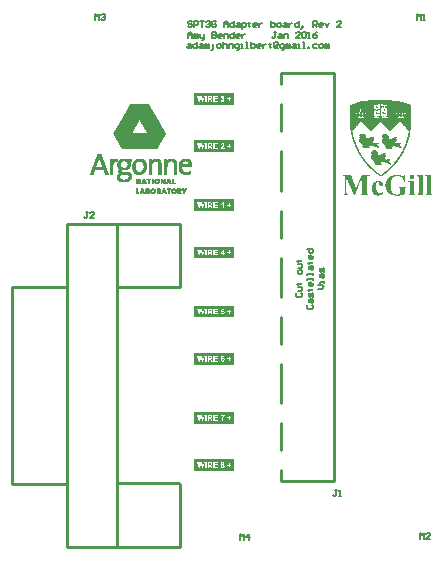
<source format=gto>
G04 Layer_Color=65535*
%FSLAX25Y25*%
%MOIN*%
G70*
G01*
G75*
%ADD12C,0.00500*%
%ADD22C,0.01000*%
%ADD58C,0.00050*%
%ADD59C,0.00100*%
G36*
X540130Y264452D02*
X526766D01*
Y268369D01*
X540130D01*
Y264452D01*
D02*
G37*
G36*
Y209301D02*
X526766D01*
Y213244D01*
X540130D01*
Y209301D01*
D02*
G37*
G36*
Y158118D02*
X526766D01*
Y162069D01*
X540130D01*
Y158118D01*
D02*
G37*
G36*
Y229019D02*
X526766D01*
Y232936D01*
X540130D01*
Y229019D01*
D02*
G37*
G36*
Y244767D02*
X526766D01*
Y248684D01*
X540130D01*
Y244767D01*
D02*
G37*
G36*
Y193553D02*
X526766D01*
Y197503D01*
X540130D01*
Y193553D01*
D02*
G37*
G36*
Y173901D02*
X526766D01*
Y177811D01*
X540130D01*
Y173901D01*
D02*
G37*
G36*
Y280167D02*
X526766D01*
Y284117D01*
X540130D01*
Y280167D01*
D02*
G37*
G36*
X585330Y256572D02*
X585062D01*
X585030Y256567D01*
X584988Y256563D01*
X584942Y256553D01*
X584831Y256530D01*
X584776Y256512D01*
X584720Y256489D01*
X584665Y256461D01*
X584610Y256429D01*
X584559Y256392D01*
X584513Y256345D01*
X584471Y256295D01*
X584439Y256235D01*
Y256230D01*
X584429Y256207D01*
X584425Y256193D01*
Y256170D01*
X584420Y256142D01*
X584415Y256114D01*
X584411Y256073D01*
X584406Y256031D01*
X584402Y255980D01*
X584397Y255925D01*
X584392Y255860D01*
Y255786D01*
X584388Y255703D01*
Y255615D01*
Y251189D01*
Y251185D01*
Y251171D01*
Y251152D01*
Y251125D01*
Y251093D01*
Y251056D01*
Y250972D01*
X584392Y250889D01*
Y250811D01*
X584397Y250774D01*
Y250741D01*
X584402Y250718D01*
Y250700D01*
Y250695D01*
X584406Y250691D01*
Y250677D01*
X584411Y250658D01*
X584429Y250612D01*
X584452Y250557D01*
X584485Y250497D01*
X584531Y250436D01*
X584586Y250376D01*
X584660Y250326D01*
X584669Y250321D01*
X584693Y250312D01*
X584730Y250293D01*
X584780Y250279D01*
X584845Y250261D01*
X584924Y250242D01*
X585011Y250233D01*
X585113Y250229D01*
X585330D01*
Y250044D01*
X581828D01*
Y250229D01*
X582068D01*
X582096Y250233D01*
X582128D01*
X582170Y250238D01*
X582216Y250247D01*
X582323Y250270D01*
X582383Y250289D01*
X582438Y250312D01*
X582493Y250339D01*
X582549Y250372D01*
X582600Y250409D01*
X582646Y250455D01*
X582688Y250506D01*
X582720Y250566D01*
X582725Y250570D01*
X582729Y250593D01*
X582734Y250612D01*
X582738Y250630D01*
X582743Y250658D01*
X582748Y250691D01*
X582752Y250728D01*
X582757Y250774D01*
X582761Y250824D01*
X582766Y250880D01*
X582771Y250945D01*
X582775Y251019D01*
Y251102D01*
Y251189D01*
Y256170D01*
X580197Y250044D01*
X580077D01*
X577467Y256124D01*
Y251393D01*
Y251388D01*
Y251370D01*
Y251347D01*
Y251314D01*
Y251273D01*
Y251226D01*
X577472Y251125D01*
Y251023D01*
X577476Y250922D01*
X577481Y250880D01*
Y250843D01*
X577485Y250811D01*
X577490Y250788D01*
Y250783D01*
X577499Y250764D01*
X577508Y250737D01*
X577522Y250700D01*
X577545Y250658D01*
X577578Y250612D01*
X577615Y250561D01*
X577661Y250510D01*
X577716Y250455D01*
X577786Y250404D01*
X577864Y250358D01*
X577952Y250316D01*
X578054Y250279D01*
X578169Y250252D01*
X578303Y250233D01*
X578446Y250229D01*
Y250044D01*
X576146D01*
Y250229D01*
X576261D01*
X576294Y250233D01*
X576335Y250238D01*
X576381Y250242D01*
X576432Y250252D01*
X576487Y250261D01*
X576603Y250293D01*
X576663Y250316D01*
X576723Y250344D01*
X576779Y250376D01*
X576829Y250413D01*
X576880Y250455D01*
X576922Y250501D01*
X576926Y250506D01*
X576940Y250524D01*
X576959Y250557D01*
X576982Y250598D01*
X577005Y250649D01*
X577033Y250714D01*
X577056Y250783D01*
X577074Y250866D01*
Y250871D01*
X577079Y250880D01*
Y250903D01*
Y250922D01*
X577083Y250945D01*
Y250972D01*
Y251009D01*
Y251046D01*
X577088Y251097D01*
Y251152D01*
Y251217D01*
Y251287D01*
Y251370D01*
Y255615D01*
Y255620D01*
Y255634D01*
Y255652D01*
Y255680D01*
Y255713D01*
Y255749D01*
Y255828D01*
X577083Y255911D01*
X577079Y255990D01*
Y256027D01*
X577074Y256059D01*
Y256082D01*
X577070Y256101D01*
Y256105D01*
Y256110D01*
X577065Y256124D01*
X577060Y256142D01*
X577042Y256188D01*
X577019Y256239D01*
X576987Y256304D01*
X576940Y256364D01*
X576880Y256424D01*
X576806Y256475D01*
X576797Y256479D01*
X576774Y256489D01*
X576737Y256507D01*
X576686Y256526D01*
X576626Y256539D01*
X576548Y256558D01*
X576460Y256567D01*
X576358Y256572D01*
X576146D01*
Y256757D01*
X578885D01*
X580775Y252331D01*
X582595Y256757D01*
X585330D01*
Y256572D01*
D02*
G37*
G36*
X588185Y254807D02*
X588236Y254802D01*
X588296Y254798D01*
X588361Y254788D01*
X588435Y254775D01*
X588513Y254761D01*
X588596Y254742D01*
X588680Y254719D01*
X588767Y254687D01*
X588860Y254655D01*
X588948Y254618D01*
X589035Y254571D01*
X589123Y254521D01*
X589128Y254516D01*
X589146Y254507D01*
X589174Y254488D01*
X589206Y254460D01*
X589248Y254428D01*
X589290Y254386D01*
X589340Y254340D01*
X589391Y254290D01*
X589437Y254229D01*
X589488Y254160D01*
X589530Y254091D01*
X589571Y254012D01*
X589604Y253929D01*
X589631Y253837D01*
X589650Y253744D01*
X589654Y253643D01*
Y253638D01*
Y253615D01*
X589650Y253587D01*
X589645Y253546D01*
X589636Y253500D01*
X589622Y253449D01*
X589604Y253393D01*
X589576Y253333D01*
X589544Y253278D01*
X589502Y253218D01*
X589451Y253167D01*
X589396Y253121D01*
X589322Y253079D01*
X589239Y253051D01*
X589146Y253033D01*
X589035Y253024D01*
X589008D01*
X588975Y253028D01*
X588934Y253038D01*
X588888Y253051D01*
X588828Y253070D01*
X588767Y253098D01*
X588707Y253134D01*
X588643Y253181D01*
X588583Y253236D01*
X588523Y253310D01*
X588463Y253393D01*
X588416Y253495D01*
X588375Y253610D01*
X588356Y253675D01*
X588342Y253749D01*
X588329Y253823D01*
X588319Y253901D01*
Y253906D01*
X588315Y253924D01*
Y253952D01*
X588306Y253989D01*
X588296Y254031D01*
X588282Y254077D01*
X588250Y254183D01*
X588227Y254234D01*
X588195Y254285D01*
X588162Y254331D01*
X588125Y254373D01*
X588079Y254410D01*
X588028Y254437D01*
X587973Y254456D01*
X587908Y254460D01*
X587885D01*
X587867Y254456D01*
X587825Y254447D01*
X587770Y254428D01*
X587705Y254400D01*
X587636Y254354D01*
X587603Y254327D01*
X587566Y254290D01*
X587534Y254253D01*
X587502Y254206D01*
X587497Y254202D01*
X587492Y254188D01*
X587478Y254165D01*
X587460Y254132D01*
X587441Y254096D01*
X587423Y254045D01*
X587400Y253985D01*
X587377Y253915D01*
X587349Y253841D01*
X587326Y253754D01*
X587308Y253657D01*
X587289Y253550D01*
X587271Y253439D01*
X587257Y253315D01*
X587252Y253181D01*
X587248Y253038D01*
Y253033D01*
Y253010D01*
Y252977D01*
X587252Y252936D01*
Y252880D01*
X587257Y252820D01*
X587261Y252746D01*
X587271Y252668D01*
X587280Y252585D01*
X587289Y252492D01*
X587303Y252400D01*
X587321Y252298D01*
X587363Y252095D01*
X587423Y251883D01*
X587428Y251873D01*
X587432Y251855D01*
X587446Y251818D01*
X587460Y251772D01*
X587483Y251716D01*
X587511Y251656D01*
X587539Y251582D01*
X587575Y251508D01*
X587659Y251351D01*
X587760Y251185D01*
X587820Y251106D01*
X587880Y251032D01*
X587950Y250963D01*
X588019Y250903D01*
X588024D01*
X588033Y250894D01*
X588047Y250885D01*
X588065Y250871D01*
X588093Y250852D01*
X588125Y250834D01*
X588158Y250815D01*
X588199Y250797D01*
X588296Y250760D01*
X588407Y250723D01*
X588527Y250700D01*
X588596Y250695D01*
X588666Y250691D01*
X588689D01*
X588712Y250695D01*
X588744Y250700D01*
X588791Y250709D01*
X588837Y250718D01*
X588897Y250737D01*
X588962Y250760D01*
X589031Y250788D01*
X589105Y250824D01*
X589188Y250866D01*
X589271Y250922D01*
X589359Y250982D01*
X589447Y251056D01*
X589544Y251139D01*
X589636Y251236D01*
X589793Y251116D01*
Y251111D01*
X589784Y251102D01*
X589775Y251088D01*
X589765Y251065D01*
X589747Y251037D01*
X589724Y251005D01*
X589673Y250926D01*
X589608Y250834D01*
X589525Y250732D01*
X589428Y250621D01*
X589317Y250510D01*
X589197Y250399D01*
X589058Y250289D01*
X588906Y250187D01*
X588740Y250095D01*
X588560Y250016D01*
X588463Y249984D01*
X588366Y249956D01*
X588264Y249938D01*
X588162Y249919D01*
X588051Y249910D01*
X587941Y249905D01*
X587899D01*
X587848Y249910D01*
X587783Y249919D01*
X587705Y249928D01*
X587612Y249942D01*
X587506Y249965D01*
X587395Y249997D01*
X587280Y250034D01*
X587155Y250085D01*
X587030Y250141D01*
X586901Y250215D01*
X586776Y250298D01*
X586652Y250395D01*
X586536Y250506D01*
X586425Y250635D01*
X586420Y250644D01*
X586402Y250667D01*
X586379Y250704D01*
X586347Y250755D01*
X586305Y250820D01*
X586263Y250898D01*
X586213Y250991D01*
X586166Y251093D01*
X586120Y251208D01*
X586069Y251333D01*
X586028Y251467D01*
X585991Y251614D01*
X585954Y251767D01*
X585931Y251929D01*
X585912Y252100D01*
X585908Y252280D01*
Y252284D01*
Y252289D01*
Y252303D01*
Y252321D01*
Y252344D01*
X585912Y252372D01*
X585917Y252437D01*
X585922Y252520D01*
X585935Y252617D01*
X585949Y252723D01*
X585972Y252843D01*
X585995Y252968D01*
X586032Y253102D01*
X586069Y253241D01*
X586120Y253379D01*
X586176Y253523D01*
X586245Y253666D01*
X586323Y253804D01*
X586411Y253943D01*
Y253948D01*
X586420Y253952D01*
X586439Y253980D01*
X586476Y254022D01*
X586522Y254077D01*
X586587Y254146D01*
X586661Y254220D01*
X586749Y254294D01*
X586850Y254377D01*
X586961Y254460D01*
X587090Y254539D01*
X587224Y254608D01*
X587377Y254678D01*
X587539Y254733D01*
X587710Y254775D01*
X587894Y254802D01*
X587991Y254807D01*
X588088Y254812D01*
X588144D01*
X588185Y254807D01*
D02*
G37*
G36*
X605700Y251005D02*
Y251000D01*
Y250986D01*
Y250963D01*
Y250935D01*
X605704Y250903D01*
Y250862D01*
X605709Y250774D01*
X605718Y250681D01*
X605732Y250589D01*
X605741Y250543D01*
X605751Y250506D01*
X605760Y250469D01*
X605774Y250441D01*
X605778Y250432D01*
X605797Y250409D01*
X605829Y250376D01*
X605875Y250339D01*
X605903Y250321D01*
X605940Y250302D01*
X605977Y250284D01*
X606023Y250266D01*
X606074Y250252D01*
X606129Y250238D01*
X606189Y250229D01*
X606259Y250224D01*
Y250044D01*
X603759D01*
Y250224D01*
X603787D01*
X603810Y250229D01*
X603866Y250238D01*
X603930Y250252D01*
X604004Y250270D01*
X604078Y250302D01*
X604152Y250344D01*
X604212Y250399D01*
X604217Y250404D01*
X604226Y250427D01*
X604235Y250441D01*
X604245Y250464D01*
X604254Y250487D01*
X604263Y250520D01*
X604272Y250557D01*
X604281Y250598D01*
X604291Y250649D01*
X604300Y250704D01*
X604305Y250769D01*
X604309Y250838D01*
X604314Y250917D01*
Y251005D01*
Y255791D01*
Y255796D01*
Y255809D01*
Y255833D01*
Y255860D01*
Y255893D01*
X604309Y255930D01*
X604305Y256017D01*
X604295Y256114D01*
X604281Y256202D01*
X604263Y256285D01*
X604249Y256322D01*
X604235Y256350D01*
X604231Y256359D01*
X604212Y256382D01*
X604184Y256415D01*
X604138Y256452D01*
X604106Y256470D01*
X604073Y256489D01*
X604032Y256507D01*
X603990Y256526D01*
X603940Y256539D01*
X603884Y256553D01*
X603824Y256567D01*
X603759Y256572D01*
Y256757D01*
X605700D01*
Y251005D01*
D02*
G37*
G36*
X600059D02*
Y251000D01*
Y250986D01*
Y250963D01*
Y250935D01*
X600063Y250903D01*
Y250862D01*
X600068Y250774D01*
X600077Y250681D01*
X600091Y250589D01*
X600100Y250543D01*
X600110Y250506D01*
X600119Y250469D01*
X600133Y250441D01*
X600137Y250432D01*
X600156Y250409D01*
X600188Y250376D01*
X600234Y250339D01*
X600262Y250321D01*
X600299Y250302D01*
X600336Y250284D01*
X600382Y250266D01*
X600433Y250252D01*
X600488Y250238D01*
X600549Y250229D01*
X600618Y250224D01*
Y250044D01*
X598118D01*
Y250224D01*
X598146D01*
X598169Y250229D01*
X598225Y250238D01*
X598289Y250252D01*
X598363Y250270D01*
X598437Y250302D01*
X598511Y250344D01*
X598571Y250399D01*
X598576Y250404D01*
X598585Y250427D01*
X598594Y250441D01*
X598603Y250464D01*
X598613Y250487D01*
X598622Y250520D01*
X598631Y250557D01*
X598640Y250598D01*
X598650Y250649D01*
X598659Y250704D01*
X598664Y250769D01*
X598668Y250838D01*
X598673Y250917D01*
Y251005D01*
Y253703D01*
Y253707D01*
Y253721D01*
Y253744D01*
Y253772D01*
Y253804D01*
X598668Y253846D01*
X598664Y253934D01*
X598654Y254026D01*
X598640Y254119D01*
X598631Y254160D01*
X598622Y254202D01*
X598608Y254234D01*
X598594Y254262D01*
Y254266D01*
X598590Y254271D01*
X598571Y254294D01*
X598543Y254327D01*
X598497Y254363D01*
X598465Y254386D01*
X598432Y254405D01*
X598391Y254423D01*
X598349Y254442D01*
X598299Y254456D01*
X598243Y254470D01*
X598183Y254479D01*
X598118Y254488D01*
Y254673D01*
X600059D01*
Y251005D01*
D02*
G37*
G36*
X602882D02*
Y251000D01*
Y250986D01*
Y250963D01*
Y250935D01*
X602886Y250903D01*
Y250862D01*
X602891Y250774D01*
X602900Y250681D01*
X602914Y250589D01*
X602923Y250543D01*
X602932Y250506D01*
X602942Y250469D01*
X602955Y250441D01*
X602960Y250432D01*
X602979Y250409D01*
X603011Y250376D01*
X603057Y250339D01*
X603085Y250321D01*
X603122Y250302D01*
X603159Y250284D01*
X603205Y250266D01*
X603256Y250252D01*
X603311Y250238D01*
X603371Y250229D01*
X603441Y250224D01*
Y250044D01*
X600941D01*
Y250224D01*
X600969D01*
X600992Y250229D01*
X601047Y250238D01*
X601112Y250252D01*
X601186Y250270D01*
X601260Y250302D01*
X601334Y250344D01*
X601394Y250399D01*
X601399Y250404D01*
X601408Y250427D01*
X601417Y250441D01*
X601426Y250464D01*
X601436Y250487D01*
X601445Y250520D01*
X601454Y250557D01*
X601463Y250598D01*
X601473Y250649D01*
X601482Y250704D01*
X601486Y250769D01*
X601491Y250838D01*
X601496Y250917D01*
Y251005D01*
Y255791D01*
Y255796D01*
Y255809D01*
Y255833D01*
Y255860D01*
Y255893D01*
X601491Y255930D01*
X601486Y256017D01*
X601477Y256114D01*
X601463Y256202D01*
X601445Y256285D01*
X601431Y256322D01*
X601417Y256350D01*
X601412Y256359D01*
X601394Y256382D01*
X601366Y256415D01*
X601320Y256452D01*
X601288Y256470D01*
X601255Y256489D01*
X601214Y256507D01*
X601172Y256526D01*
X601121Y256539D01*
X601066Y256553D01*
X601006Y256567D01*
X600941Y256572D01*
Y256757D01*
X602882D01*
Y251005D01*
D02*
G37*
G36*
X594293Y256914D02*
X594404D01*
X594464Y256909D01*
X594533Y256904D01*
X594602Y256900D01*
X594755Y256881D01*
X594912Y256863D01*
X595069Y256835D01*
X595078D01*
X595088Y256831D01*
X595101Y256826D01*
X595120Y256821D01*
X595148Y256817D01*
X595175Y256807D01*
X595212Y256798D01*
X595254Y256784D01*
X595305Y256766D01*
X595360Y256747D01*
X595425Y256729D01*
X595499Y256706D01*
X595577Y256673D01*
X595665Y256646D01*
X595762Y256609D01*
X595767D01*
X595785Y256599D01*
X595808Y256590D01*
X595841Y256581D01*
X595882Y256567D01*
X595924Y256553D01*
X596026Y256521D01*
X596127Y256484D01*
X596224Y256456D01*
X596266Y256447D01*
X596303Y256438D01*
X596330Y256429D01*
X596367D01*
X596381Y256433D01*
X596404Y256438D01*
X596460Y256456D01*
X596492Y256470D01*
X596529Y256489D01*
X596566Y256516D01*
X596603Y256544D01*
X596645Y256586D01*
X596681Y256632D01*
X596723Y256687D01*
X596760Y256752D01*
X596797Y256826D01*
X596829Y256909D01*
X597014D01*
Y254544D01*
X596829D01*
Y254548D01*
X596825Y254553D01*
X596820Y254567D01*
X596815Y254581D01*
X596797Y254627D01*
X596774Y254691D01*
X596742Y254765D01*
X596705Y254849D01*
X596658Y254946D01*
X596603Y255047D01*
X596543Y255158D01*
X596474Y255274D01*
X596400Y255389D01*
X596321Y255505D01*
X596229Y255625D01*
X596132Y255736D01*
X596030Y255847D01*
X595919Y255948D01*
X595910Y255953D01*
X595892Y255971D01*
X595855Y256003D01*
X595804Y256041D01*
X595739Y256082D01*
X595665Y256133D01*
X595577Y256184D01*
X595480Y256239D01*
X595369Y256295D01*
X595254Y256345D01*
X595125Y256396D01*
X594991Y256438D01*
X594847Y256475D01*
X594700Y256507D01*
X594543Y256526D01*
X594381Y256530D01*
X594344D01*
X594316Y256526D01*
X594279D01*
X594238Y256521D01*
X594191Y256512D01*
X594136Y256507D01*
X594076Y256493D01*
X594016Y256479D01*
X593877Y256447D01*
X593725Y256396D01*
X593646Y256364D01*
X593568Y256332D01*
X593484Y256290D01*
X593401Y256244D01*
X593318Y256193D01*
X593235Y256137D01*
X593152Y256077D01*
X593069Y256008D01*
X592990Y255934D01*
X592912Y255851D01*
X592838Y255763D01*
X592764Y255666D01*
X592695Y255565D01*
X592630Y255454D01*
X592570Y255334D01*
X592514Y255204D01*
X592463Y255070D01*
X592417Y254922D01*
Y254913D01*
X592408Y254890D01*
X592399Y254849D01*
X592385Y254793D01*
X592371Y254724D01*
X592353Y254641D01*
X592334Y254548D01*
X592316Y254442D01*
X592297Y254331D01*
X592279Y254211D01*
X592260Y254082D01*
X592246Y253948D01*
X592233Y253804D01*
X592223Y253661D01*
X592219Y253513D01*
X592214Y253365D01*
Y253361D01*
Y253342D01*
Y253315D01*
Y253273D01*
X592219Y253222D01*
Y253167D01*
X592223Y253098D01*
X592228Y253024D01*
X592237Y252945D01*
X592242Y252857D01*
X592256Y252760D01*
X592265Y252663D01*
X592297Y252451D01*
X592334Y252229D01*
X592385Y251993D01*
X592450Y251762D01*
X592528Y251531D01*
X592621Y251310D01*
X592676Y251199D01*
X592731Y251097D01*
X592796Y251000D01*
X592861Y250908D01*
X592935Y250820D01*
X593009Y250741D01*
X593092Y250667D01*
X593180Y250603D01*
X593184Y250598D01*
X593203Y250589D01*
X593230Y250570D01*
X593267Y250547D01*
X593318Y250524D01*
X593374Y250497D01*
X593443Y250464D01*
X593517Y250432D01*
X593605Y250399D01*
X593692Y250367D01*
X593794Y250339D01*
X593900Y250316D01*
X594011Y250293D01*
X594131Y250275D01*
X594251Y250266D01*
X594381Y250261D01*
X594427D01*
X594464Y250266D01*
X594506D01*
X594561Y250270D01*
X594621Y250279D01*
X594686Y250284D01*
X594760Y250298D01*
X594838Y250312D01*
X594921Y250326D01*
X595014Y250344D01*
X595203Y250395D01*
X595305Y250423D01*
X595406Y250460D01*
Y251859D01*
Y251864D01*
Y251873D01*
Y251892D01*
Y251910D01*
Y251966D01*
X595402Y252035D01*
Y252104D01*
X595397Y252173D01*
X595388Y252234D01*
X595383Y252261D01*
X595379Y252280D01*
X595374Y252289D01*
X595369Y252312D01*
X595351Y252344D01*
X595328Y252386D01*
X595295Y252432D01*
X595249Y252483D01*
X595194Y252534D01*
X595125Y252580D01*
X595115Y252585D01*
X595092Y252594D01*
X595060Y252612D01*
X595009Y252631D01*
X594949Y252645D01*
X594875Y252663D01*
X594797Y252673D01*
X594709Y252677D01*
X594538D01*
Y252862D01*
X597800D01*
Y252677D01*
X597772D01*
X597749Y252673D01*
X597693Y252668D01*
X597629Y252659D01*
X597555Y252649D01*
X597485Y252640D01*
X597416Y252626D01*
X597361Y252608D01*
X597351Y252603D01*
X597328Y252594D01*
X597287Y252571D01*
X597245Y252543D01*
X597194Y252502D01*
X597144Y252451D01*
X597097Y252391D01*
X597056Y252317D01*
Y252312D01*
X597051Y252298D01*
X597042Y252266D01*
X597037Y252224D01*
X597033Y252197D01*
X597028Y252164D01*
X597023Y252127D01*
X597019Y252081D01*
Y252035D01*
X597014Y251984D01*
Y251924D01*
Y251859D01*
Y250464D01*
X597010D01*
X597000Y250460D01*
X596982Y250450D01*
X596954Y250441D01*
X596922Y250427D01*
X596885Y250409D01*
X596839Y250395D01*
X596788Y250376D01*
X596732Y250353D01*
X596668Y250330D01*
X596598Y250307D01*
X596524Y250279D01*
X596446Y250256D01*
X596363Y250229D01*
X596275Y250201D01*
X596178Y250178D01*
X595979Y250122D01*
X595762Y250072D01*
X595536Y250021D01*
X595291Y249979D01*
X595037Y249942D01*
X594773Y249910D01*
X594506Y249891D01*
X594228Y249887D01*
X594154D01*
X594117Y249891D01*
X594071D01*
X594020Y249896D01*
X593960Y249901D01*
X593891Y249910D01*
X593822Y249914D01*
X593743Y249924D01*
X593660Y249938D01*
X593572Y249951D01*
X593480Y249965D01*
X593281Y250007D01*
X593073Y250053D01*
X592856Y250118D01*
X592634Y250192D01*
X592408Y250284D01*
X592177Y250390D01*
X592066Y250455D01*
X591955Y250520D01*
X591844Y250589D01*
X591738Y250663D01*
X591632Y250741D01*
X591530Y250829D01*
X591526Y250834D01*
X591516Y250838D01*
X591503Y250852D01*
X591484Y250875D01*
X591456Y250898D01*
X591429Y250926D01*
X591396Y250963D01*
X591359Y251005D01*
X591318Y251051D01*
X591276Y251102D01*
X591230Y251152D01*
X591184Y251213D01*
X591133Y251277D01*
X591082Y251351D01*
X590980Y251504D01*
X590879Y251670D01*
X590777Y251859D01*
X590685Y252063D01*
X590602Y252284D01*
X590532Y252520D01*
X590505Y252640D01*
X590477Y252769D01*
X590458Y252899D01*
X590445Y253033D01*
X590435Y253171D01*
X590431Y253310D01*
Y253315D01*
Y253328D01*
Y253352D01*
Y253379D01*
X590435Y253416D01*
X590440Y253463D01*
X590445Y253513D01*
X590449Y253573D01*
X590454Y253638D01*
X590463Y253707D01*
X590477Y253781D01*
X590486Y253860D01*
X590523Y254035D01*
X590569Y254225D01*
X590625Y254423D01*
X590699Y254636D01*
X590786Y254849D01*
X590837Y254959D01*
X590893Y255070D01*
X590953Y255176D01*
X591017Y255287D01*
X591087Y255394D01*
X591161Y255500D01*
X591244Y255606D01*
X591327Y255708D01*
X591424Y255809D01*
X591521Y255907D01*
X591526Y255911D01*
X591535Y255916D01*
X591549Y255930D01*
X591572Y255948D01*
X591600Y255971D01*
X591632Y255999D01*
X591669Y256031D01*
X591715Y256064D01*
X591761Y256101D01*
X591817Y256142D01*
X591877Y256184D01*
X591941Y256225D01*
X592015Y256272D01*
X592089Y256318D01*
X592168Y256364D01*
X592256Y256415D01*
X592436Y256507D01*
X592639Y256599D01*
X592856Y256683D01*
X593092Y256761D01*
X593341Y256826D01*
X593605Y256877D01*
X593739Y256895D01*
X593877Y256909D01*
X594020Y256914D01*
X594168Y256918D01*
X594251D01*
X594293Y256914D01*
D02*
G37*
G36*
X599417Y256909D02*
X599444D01*
X599477Y256900D01*
X599551Y256886D01*
X599638Y256858D01*
X599726Y256817D01*
X599772Y256794D01*
X599819Y256761D01*
X599865Y256729D01*
X599906Y256687D01*
X599911Y256683D01*
X599916Y256678D01*
X599929Y256664D01*
X599943Y256646D01*
X599980Y256599D01*
X600022Y256535D01*
X600063Y256456D01*
X600096Y256364D01*
X600123Y256258D01*
X600128Y256202D01*
X600133Y256142D01*
Y256137D01*
Y256128D01*
Y256110D01*
X600128Y256091D01*
Y256064D01*
X600119Y256031D01*
X600105Y255957D01*
X600077Y255874D01*
X600036Y255782D01*
X600013Y255740D01*
X599980Y255694D01*
X599948Y255648D01*
X599906Y255606D01*
X599902Y255602D01*
X599897Y255597D01*
X599883Y255588D01*
X599865Y255574D01*
X599819Y255537D01*
X599754Y255495D01*
X599675Y255454D01*
X599583Y255421D01*
X599477Y255394D01*
X599421Y255389D01*
X599361Y255384D01*
X599329D01*
X599310Y255389D01*
X599283D01*
X599250Y255398D01*
X599176Y255412D01*
X599093Y255440D01*
X599001Y255477D01*
X598913Y255532D01*
X598867Y255569D01*
X598825Y255606D01*
X598821Y255611D01*
X598816Y255615D01*
X598807Y255629D01*
X598793Y255648D01*
X598756Y255694D01*
X598714Y255759D01*
X598673Y255833D01*
X598640Y255925D01*
X598613Y256031D01*
X598608Y256087D01*
X598603Y256142D01*
Y256147D01*
Y256156D01*
Y256174D01*
X598608Y256198D01*
Y256225D01*
X598617Y256253D01*
X598631Y256332D01*
X598659Y256415D01*
X598696Y256507D01*
X598751Y256599D01*
X598788Y256646D01*
X598825Y256687D01*
X598830Y256692D01*
X598835Y256697D01*
X598848Y256710D01*
X598867Y256724D01*
X598913Y256761D01*
X598978Y256803D01*
X599052Y256844D01*
X599144Y256877D01*
X599250Y256904D01*
X599306Y256909D01*
X599361Y256914D01*
X599394D01*
X599417Y256909D01*
D02*
G37*
%LPC*%
G36*
X530841Y267362D02*
X530456D01*
Y265452D01*
X530841D01*
Y267362D01*
D02*
G37*
G36*
X538629Y267060D02*
X538296D01*
Y266564D01*
X537796D01*
Y266222D01*
X538296D01*
Y265726D01*
X538629D01*
Y266222D01*
X539130D01*
Y266564D01*
X538629D01*
Y267060D01*
D02*
G37*
G36*
X530271Y267362D02*
X529882D01*
X529589Y266027D01*
X529255Y267362D01*
X528796D01*
X528448Y266050D01*
X528161Y267362D01*
X527766D01*
X528220Y265452D01*
X528640D01*
X529018Y266879D01*
X529397Y265452D01*
X529807D01*
X530271Y267362D01*
D02*
G37*
G36*
X532050D02*
X531211D01*
Y265452D01*
X531596D01*
Y266250D01*
X531696D01*
X531720Y266248D01*
X531741D01*
X531758Y266247D01*
X531776Y266244D01*
X531793Y266243D01*
X531807Y266241D01*
X531819Y266238D01*
X531830Y266237D01*
X531840Y266234D01*
X531848Y266233D01*
X531855Y266232D01*
X531859Y266230D01*
X531863Y266229D01*
X531866Y266228D01*
X531889Y266218D01*
X531910Y266205D01*
X531930Y266193D01*
X531948Y266179D01*
X531961Y266167D01*
X531972Y266157D01*
X531979Y266150D01*
X531982Y266147D01*
X531993Y266135D01*
X532007Y266119D01*
X532022Y266101D01*
X532037Y266080D01*
X532054Y266056D01*
X532070Y266033D01*
X532105Y265986D01*
X532121Y265963D01*
X532137Y265940D01*
X532150Y265921D01*
X532163Y265903D01*
X532172Y265888D01*
X532179Y265877D01*
X532185Y265870D01*
X532186Y265867D01*
X532464Y265452D01*
X532926D01*
X532693Y265825D01*
X532668Y265864D01*
X532643Y265902D01*
X532621Y265935D01*
X532600Y265967D01*
X532581Y265994D01*
X532563Y266020D01*
X532546Y266043D01*
X532531Y266062D01*
X532517Y266080D01*
X532506Y266095D01*
X532497Y266107D01*
X532488Y266117D01*
X532482Y266124D01*
X532477Y266129D01*
X532475Y266132D01*
X532473Y266134D01*
X532442Y266165D01*
X532407Y266196D01*
X532373Y266223D01*
X532339Y266248D01*
X532324Y266258D01*
X532310Y266267D01*
X532298Y266276D01*
X532287Y266283D01*
X532279Y266288D01*
X532272Y266292D01*
X532268Y266294D01*
X532266Y266295D01*
X532312Y266303D01*
X532355Y266313D01*
X532395Y266324D01*
X532432Y266338D01*
X532466Y266352D01*
X532497Y266367D01*
X532524Y266381D01*
X532551Y266396D01*
X532573Y266411D01*
X532592Y266425D01*
X532607Y266437D01*
X532621Y266448D01*
X532631Y266458D01*
X532639Y266465D01*
X532643Y266469D01*
X532644Y266470D01*
X532666Y266498D01*
X532686Y266526D01*
X532704Y266556D01*
X532718Y266585D01*
X532730Y266615D01*
X532741Y266644D01*
X532749Y266673D01*
X532756Y266701D01*
X532760Y266727D01*
X532764Y266751D01*
X532767Y266773D01*
X532770Y266791D01*
Y266806D01*
X532771Y266817D01*
Y266824D01*
Y266826D01*
X532770Y266858D01*
X532767Y266887D01*
X532763Y266916D01*
X532759Y266944D01*
X532752Y266970D01*
X532745Y266995D01*
X532737Y267018D01*
X532730Y267039D01*
X532722Y267058D01*
X532713Y267076D01*
X532706Y267090D01*
X532701Y267102D01*
X532695Y267112D01*
X532691Y267120D01*
X532689Y267125D01*
X532687Y267126D01*
X532671Y267149D01*
X532654Y267171D01*
X532636Y267192D01*
X532618Y267210D01*
X532599Y267227D01*
X532581Y267242D01*
X532563Y267256D01*
X532545Y267268D01*
X532528Y267278D01*
X532513Y267286D01*
X532500Y267294D01*
X532488Y267300D01*
X532479Y267304D01*
X532471Y267307D01*
X532466Y267309D01*
X532465D01*
X532437Y267319D01*
X532406Y267327D01*
X532373Y267334D01*
X532338Y267340D01*
X532264Y267349D01*
X532228Y267352D01*
X532192Y267355D01*
X532157Y267358D01*
X532126Y267359D01*
X532096Y267360D01*
X532070D01*
X532050Y267362D01*
D02*
G37*
G36*
X534552D02*
X533136D01*
Y265452D01*
X534587D01*
Y265775D01*
X533521D01*
Y266292D01*
X534480D01*
Y266615D01*
X533521D01*
Y267039D01*
X534552D01*
Y267362D01*
D02*
G37*
G36*
X536216Y267369D02*
X536203D01*
X536157Y267367D01*
X536111Y267363D01*
X536068Y267356D01*
X536027Y267348D01*
X535990Y267338D01*
X535954Y267327D01*
X535920Y267315D01*
X535891Y267302D01*
X535865Y267290D01*
X535841Y267278D01*
X535821Y267267D01*
X535803Y267257D01*
X535791Y267249D01*
X535781Y267242D01*
X535774Y267238D01*
X535773Y267236D01*
X535743Y267210D01*
X535715Y267180D01*
X535690Y267148D01*
X535669Y267113D01*
X535650Y267078D01*
X535634Y267042D01*
X535620Y267006D01*
X535607Y266970D01*
X535598Y266937D01*
X535589Y266905D01*
X535582Y266878D01*
X535578Y266853D01*
X535574Y266832D01*
X535573Y266824D01*
X535571Y266817D01*
Y266811D01*
X535570Y266807D01*
Y266804D01*
Y266803D01*
X535934Y266767D01*
X535937Y266796D01*
X535940Y266822D01*
X535945Y266847D01*
X535951Y266871D01*
X535956Y266891D01*
X535963Y266911D01*
X535970Y266927D01*
X535977Y266942D01*
X535984Y266955D01*
X535990Y266966D01*
X535995Y266975D01*
X536001Y266982D01*
X536005Y266989D01*
X536009Y266993D01*
X536010Y266995D01*
X536012Y266996D01*
X536025Y267009D01*
X536039Y267020D01*
X536054Y267028D01*
X536068Y267036D01*
X536100Y267049D01*
X536129Y267057D01*
X536155Y267061D01*
X536166Y267064D01*
X536176D01*
X536184Y267065D01*
X536195D01*
X536216Y267064D01*
X536236Y267062D01*
X536272Y267056D01*
X536304Y267044D01*
X536330Y267032D01*
X536340Y267026D01*
X536350Y267020D01*
X536358Y267014D01*
X536365Y267010D01*
X536370Y267004D01*
X536375Y267002D01*
X536376Y267000D01*
X536377Y266999D01*
X536388Y266986D01*
X536399Y266971D01*
X536416Y266942D01*
X536427Y266911D01*
X536435Y266880D01*
X536441Y266853D01*
X536442Y266842D01*
Y266832D01*
X536444Y266822D01*
Y266817D01*
Y266813D01*
Y266811D01*
X536442Y266791D01*
X536441Y266770D01*
X536431Y266728D01*
X536420Y266691D01*
X536406Y266657D01*
X536398Y266641D01*
X536391Y266628D01*
X536386Y266617D01*
X536380Y266606D01*
X536375Y266597D01*
X536370Y266592D01*
X536369Y266588D01*
X536368Y266586D01*
X536355Y266570D01*
X536339Y266549D01*
X536319Y266527D01*
X536296Y266504D01*
X536272Y266477D01*
X536246Y266452D01*
X536195Y266400D01*
X536169Y266375D01*
X536145Y266352D01*
X536123Y266331D01*
X536104Y266312D01*
X536088Y266297D01*
X536075Y266284D01*
X536067Y266277D01*
X536065Y266276D01*
X536064Y266274D01*
X536009Y266222D01*
X535958Y266172D01*
X535912Y266127D01*
X535870Y266083D01*
X535832Y266041D01*
X535798Y266004D01*
X535769Y265969D01*
X535743Y265938D01*
X535720Y265910D01*
X535701Y265885D01*
X535684Y265864D01*
X535672Y265848D01*
X535664Y265834D01*
X535657Y265825D01*
X535653Y265818D01*
X535651Y265816D01*
X535634Y265783D01*
X535617Y265751D01*
X535602Y265718D01*
X535588Y265686D01*
X535577Y265655D01*
X535567Y265626D01*
X535558Y265597D01*
X535551Y265569D01*
X535544Y265544D01*
X535540Y265522D01*
X535535Y265502D01*
X535533Y265485D01*
X535530Y265471D01*
X535529Y265460D01*
X535527Y265455D01*
Y265452D01*
X536811D01*
Y265791D01*
X536082D01*
X536093Y265809D01*
X536105Y265827D01*
X536118Y265845D01*
X536130Y265860D01*
X536140Y265873D01*
X536150Y265884D01*
X536155Y265889D01*
X536157Y265892D01*
X536166Y265903D01*
X536180Y265917D01*
X536194Y265931D01*
X536210Y265947D01*
X536248Y265982D01*
X536285Y266018D01*
X536303Y266034D01*
X536319Y266051D01*
X536336Y266065D01*
X536350Y266077D01*
X536361Y266088D01*
X536370Y266096D01*
X536376Y266102D01*
X536377Y266103D01*
X536409Y266132D01*
X536438Y266160D01*
X536464Y266185D01*
X536488Y266208D01*
X536510Y266230D01*
X536529Y266251D01*
X536547Y266269D01*
X536562Y266285D01*
X536576Y266299D01*
X536587Y266312D01*
X536597Y266323D01*
X536605Y266332D01*
X536611Y266339D01*
X536615Y266343D01*
X536616Y266346D01*
X536617Y266348D01*
X536652Y266394D01*
X536682Y266439D01*
X536707Y266480D01*
X536718Y266499D01*
X536728Y266517D01*
X536736Y266532D01*
X536743Y266548D01*
X536750Y266560D01*
X536755Y266570D01*
X536758Y266579D01*
X536761Y266585D01*
X536764Y266589D01*
Y266590D01*
X536779Y266635D01*
X536791Y266679D01*
X536800Y266720D01*
X536805Y266757D01*
X536806Y266774D01*
X536808Y266789D01*
X536809Y266803D01*
X536811Y266814D01*
Y266824D01*
Y266830D01*
Y266835D01*
Y266836D01*
X536809Y266878D01*
X536804Y266917D01*
X536795Y266956D01*
X536786Y266992D01*
X536773Y267025D01*
X536760Y267057D01*
X536744Y267085D01*
X536729Y267111D01*
X536714Y267134D01*
X536699Y267156D01*
X536685Y267173D01*
X536673Y267188D01*
X536663Y267200D01*
X536655Y267209D01*
X536649Y267214D01*
X536648Y267216D01*
X536616Y267243D01*
X536583Y267267D01*
X536547Y267286D01*
X536510Y267304D01*
X536474Y267319D01*
X536437Y267332D01*
X536399Y267341D01*
X536365Y267349D01*
X536332Y267356D01*
X536301Y267360D01*
X536274Y267365D01*
X536250Y267366D01*
X536231Y267367D01*
X536216Y267369D01*
D02*
G37*
%LPD*%
G36*
X532039Y267038D02*
X532065D01*
X532087Y267036D01*
X532124D01*
X532138Y267035D01*
X532149D01*
X532159Y267033D01*
X532165D01*
X532171Y267032D01*
X532177D01*
X532210Y267024D01*
X532239Y267013D01*
X532264Y267000D01*
X532284Y266988D01*
X532301Y266975D01*
X532312Y266966D01*
X532319Y266959D01*
X532322Y266957D01*
Y266956D01*
X532339Y266933D01*
X532352Y266908D01*
X532362Y266882D01*
X532367Y266857D01*
X532371Y266835D01*
X532373Y266826D01*
Y266818D01*
X532374Y266811D01*
Y266806D01*
Y266803D01*
Y266802D01*
X532373Y266771D01*
X532368Y266744D01*
X532362Y266719D01*
X532355Y266698D01*
X532346Y266682D01*
X532341Y266669D01*
X532335Y266661D01*
X532334Y266658D01*
X532319Y266637D01*
X532301Y266621D01*
X532283Y266607D01*
X532266Y266596D01*
X532250Y266588D01*
X532237Y266581D01*
X532229Y266578D01*
X532228Y266577D01*
X532226D01*
X532211Y266572D01*
X532192Y266570D01*
X532168Y266567D01*
X532143Y266564D01*
X532116Y266561D01*
X532087Y266560D01*
X532027Y266557D01*
X531999Y266556D01*
X531946D01*
X531924Y266554D01*
X531596D01*
Y267039D01*
X532008D01*
X532039Y267038D01*
D02*
G37*
%LPC*%
G36*
X534552Y212244D02*
X533136D01*
Y210334D01*
X534587D01*
Y210657D01*
X533521D01*
Y211174D01*
X534480D01*
Y211497D01*
X533521D01*
Y211921D01*
X534552D01*
Y212244D01*
D02*
G37*
G36*
X536779Y212219D02*
X535812D01*
X535624Y211225D01*
X535919Y211182D01*
X535943Y211207D01*
X535967Y211228D01*
X535992Y211247D01*
X536016Y211263D01*
X536041Y211276D01*
X536064Y211287D01*
X536086Y211297D01*
X536108Y211304D01*
X536128Y211311D01*
X536145Y211315D01*
X536162Y211318D01*
X536176Y211319D01*
X536187Y211320D01*
X536195Y211322D01*
X536202D01*
X536226Y211320D01*
X536248Y211318D01*
X536267Y211314D01*
X536288Y211308D01*
X536322Y211294D01*
X536337Y211286D01*
X536351Y211278D01*
X536364Y211269D01*
X536375Y211261D01*
X536384Y211254D01*
X536392Y211247D01*
X536398Y211242D01*
X536402Y211238D01*
X536405Y211235D01*
X536406Y211234D01*
X536420Y211216D01*
X536433Y211196D01*
X536444Y211177D01*
X536453Y211155D01*
X536460Y211133D01*
X536467Y211111D01*
X536477Y211068D01*
X536479Y211047D01*
X536482Y211029D01*
X536484Y211013D01*
X536485Y210998D01*
X536486Y210985D01*
Y210977D01*
Y210970D01*
Y210969D01*
X536485Y210934D01*
X536484Y210902D01*
X536479Y210872D01*
X536474Y210844D01*
X536468Y210820D01*
X536461Y210796D01*
X536453Y210775D01*
X536446Y210756D01*
X536439Y210739D01*
X536431Y210726D01*
X536424Y210713D01*
X536419Y210704D01*
X536413Y210695D01*
X536410Y210690D01*
X536408Y210687D01*
X536406Y210686D01*
X536391Y210669D01*
X536376Y210655D01*
X536359Y210643D01*
X536343Y210632D01*
X536326Y210624D01*
X536311Y210615D01*
X536281Y210604D01*
X536253Y210599D01*
X536242Y210596D01*
X536232Y210595D01*
X536224Y210593D01*
X536213D01*
X536195Y210595D01*
X536177Y210596D01*
X536143Y210604D01*
X536112Y210615D01*
X536086Y210629D01*
X536065Y210643D01*
X536056Y210648D01*
X536049Y210654D01*
X536043Y210658D01*
X536039Y210662D01*
X536036Y210664D01*
X536035Y210665D01*
X536021Y210679D01*
X536009Y210694D01*
X535990Y210726D01*
X535973Y210759D01*
X535960Y210791D01*
X535952Y210818D01*
X535950Y210831D01*
X535948Y210840D01*
X535945Y210848D01*
Y210856D01*
X535944Y210860D01*
Y210861D01*
X535580Y210822D01*
X535587Y210778D01*
X535598Y210738D01*
X535610Y210698D01*
X535624Y210662D01*
X535640Y210628D01*
X535657Y210597D01*
X535674Y210568D01*
X535691Y210542D01*
X535708Y210519D01*
X535725Y210499D01*
X535738Y210482D01*
X535752Y210468D01*
X535763Y210457D01*
X535772Y210448D01*
X535777Y210443D01*
X535778Y210441D01*
X535810Y210417D01*
X535845Y210395D01*
X535881Y210377D01*
X535916Y210360D01*
X535952Y210346D01*
X535988Y210335D01*
X536023Y210326D01*
X536056Y210319D01*
X536088Y210313D01*
X536117Y210308D01*
X536143Y210305D01*
X536165Y210303D01*
X536184Y210302D01*
X536198Y210301D01*
X536209D01*
X536239Y210302D01*
X536270Y210303D01*
X536326Y210312D01*
X536380Y210324D01*
X536430Y210341D01*
X536475Y210359D01*
X536518Y210381D01*
X536557Y210403D01*
X536591Y210428D01*
X536622Y210451D01*
X536649Y210473D01*
X536673Y210495D01*
X536691Y210513D01*
X536706Y210530D01*
X536717Y210542D01*
X536722Y210550D01*
X536725Y210553D01*
X536750Y210589D01*
X536771Y210625D01*
X536789Y210661D01*
X536805Y210697D01*
X536819Y210733D01*
X536830Y210767D01*
X536838Y210802D01*
X536846Y210833D01*
X536852Y210862D01*
X536856Y210890D01*
X536859Y210913D01*
X536860Y210934D01*
X536862Y210951D01*
X536863Y210963D01*
Y210971D01*
Y210974D01*
X536862Y211027D01*
X536856Y211075D01*
X536848Y211122D01*
X536837Y211166D01*
X536824Y211206D01*
X536809Y211245D01*
X536794Y211279D01*
X536779Y211311D01*
X536762Y211338D01*
X536747Y211363D01*
X536733Y211385D01*
X536720Y211403D01*
X536708Y211417D01*
X536700Y211427D01*
X536695Y211434D01*
X536693Y211435D01*
X536660Y211467D01*
X536627Y211494D01*
X536593Y211518D01*
X536557Y211539D01*
X536522Y211555D01*
X536488Y211570D01*
X536455Y211581D01*
X536423Y211591D01*
X536394Y211598D01*
X536366Y211603D01*
X536343Y211608D01*
X536321Y211610D01*
X536304Y211612D01*
X536292Y211613D01*
X536257D01*
X536234Y211610D01*
X536187Y211603D01*
X536145Y211594D01*
X536125Y211588D01*
X536107Y211583D01*
X536090Y211576D01*
X536075Y211570D01*
X536063Y211565D01*
X536050Y211561D01*
X536042Y211557D01*
X536035Y211554D01*
X536031Y211552D01*
X536029Y211551D01*
X536089Y211877D01*
X536779D01*
Y212219D01*
D02*
G37*
G36*
X530841Y212244D02*
X530456D01*
Y210334D01*
X530841D01*
Y212244D01*
D02*
G37*
G36*
X532050D02*
X531211D01*
Y210334D01*
X531596D01*
Y211131D01*
X531696D01*
X531720Y211130D01*
X531741D01*
X531758Y211129D01*
X531776Y211126D01*
X531793Y211124D01*
X531807Y211123D01*
X531819Y211120D01*
X531830Y211119D01*
X531840Y211116D01*
X531848Y211115D01*
X531855Y211114D01*
X531859Y211112D01*
X531863Y211111D01*
X531866Y211109D01*
X531889Y211100D01*
X531910Y211087D01*
X531930Y211075D01*
X531948Y211061D01*
X531961Y211049D01*
X531972Y211039D01*
X531979Y211032D01*
X531982Y211029D01*
X531993Y211017D01*
X532007Y211000D01*
X532022Y210982D01*
X532037Y210962D01*
X532054Y210938D01*
X532070Y210915D01*
X532105Y210868D01*
X532121Y210844D01*
X532137Y210822D01*
X532150Y210803D01*
X532163Y210785D01*
X532172Y210770D01*
X532179Y210759D01*
X532185Y210752D01*
X532186Y210749D01*
X532464Y210334D01*
X532926D01*
X532693Y210706D01*
X532668Y210746D01*
X532643Y210784D01*
X532621Y210817D01*
X532600Y210848D01*
X532581Y210876D01*
X532563Y210902D01*
X532546Y210924D01*
X532531Y210944D01*
X532517Y210962D01*
X532506Y210977D01*
X532497Y210989D01*
X532488Y210999D01*
X532482Y211006D01*
X532477Y211011D01*
X532475Y211014D01*
X532473Y211016D01*
X532442Y211047D01*
X532407Y211078D01*
X532373Y211105D01*
X532339Y211130D01*
X532324Y211140D01*
X532310Y211149D01*
X532298Y211158D01*
X532287Y211165D01*
X532279Y211170D01*
X532272Y211174D01*
X532268Y211176D01*
X532266Y211177D01*
X532312Y211185D01*
X532355Y211195D01*
X532395Y211206D01*
X532432Y211220D01*
X532466Y211234D01*
X532497Y211249D01*
X532524Y211263D01*
X532551Y211278D01*
X532573Y211293D01*
X532592Y211307D01*
X532607Y211319D01*
X532621Y211330D01*
X532631Y211340D01*
X532639Y211347D01*
X532643Y211351D01*
X532644Y211352D01*
X532666Y211380D01*
X532686Y211407D01*
X532704Y211438D01*
X532718Y211467D01*
X532730Y211497D01*
X532741Y211526D01*
X532749Y211555D01*
X532756Y211583D01*
X532760Y211609D01*
X532764Y211632D01*
X532767Y211654D01*
X532770Y211672D01*
Y211688D01*
X532771Y211699D01*
Y211705D01*
Y211708D01*
X532770Y211740D01*
X532767Y211769D01*
X532763Y211798D01*
X532759Y211826D01*
X532752Y211852D01*
X532745Y211877D01*
X532737Y211900D01*
X532730Y211921D01*
X532722Y211940D01*
X532713Y211958D01*
X532706Y211972D01*
X532701Y211984D01*
X532695Y211994D01*
X532691Y212002D01*
X532689Y212006D01*
X532687Y212008D01*
X532671Y212031D01*
X532654Y212053D01*
X532636Y212074D01*
X532618Y212092D01*
X532599Y212108D01*
X532581Y212124D01*
X532563Y212138D01*
X532545Y212150D01*
X532528Y212159D01*
X532513Y212168D01*
X532500Y212176D01*
X532488Y212182D01*
X532479Y212186D01*
X532471Y212189D01*
X532466Y212191D01*
X532465D01*
X532437Y212201D01*
X532406Y212209D01*
X532373Y212216D01*
X532338Y212222D01*
X532264Y212231D01*
X532228Y212234D01*
X532192Y212237D01*
X532157Y212240D01*
X532126Y212241D01*
X532096Y212242D01*
X532070D01*
X532050Y212244D01*
D02*
G37*
G36*
X538629Y211942D02*
X538296D01*
Y211446D01*
X537796D01*
Y211104D01*
X538296D01*
Y210608D01*
X538629D01*
Y211104D01*
X539130D01*
Y211446D01*
X538629D01*
Y211942D01*
D02*
G37*
G36*
X530271Y212244D02*
X529882D01*
X529589Y210909D01*
X529255Y212244D01*
X528796D01*
X528448Y210931D01*
X528161Y212244D01*
X527766D01*
X528220Y210334D01*
X528640D01*
X529018Y211761D01*
X529397Y210334D01*
X529807D01*
X530271Y212244D01*
D02*
G37*
%LPD*%
G36*
X532039Y211919D02*
X532065D01*
X532087Y211918D01*
X532124D01*
X532138Y211917D01*
X532149D01*
X532159Y211915D01*
X532165D01*
X532171Y211914D01*
X532177D01*
X532210Y211906D01*
X532239Y211895D01*
X532264Y211882D01*
X532284Y211870D01*
X532301Y211857D01*
X532312Y211848D01*
X532319Y211841D01*
X532322Y211839D01*
Y211838D01*
X532339Y211815D01*
X532352Y211790D01*
X532362Y211764D01*
X532367Y211739D01*
X532371Y211717D01*
X532373Y211708D01*
Y211700D01*
X532374Y211693D01*
Y211688D01*
Y211685D01*
Y211683D01*
X532373Y211653D01*
X532368Y211626D01*
X532362Y211601D01*
X532355Y211580D01*
X532346Y211563D01*
X532341Y211551D01*
X532335Y211543D01*
X532334Y211540D01*
X532319Y211519D01*
X532301Y211503D01*
X532283Y211489D01*
X532266Y211478D01*
X532250Y211470D01*
X532237Y211463D01*
X532229Y211460D01*
X532228Y211458D01*
X532226D01*
X532211Y211454D01*
X532192Y211452D01*
X532168Y211449D01*
X532143Y211446D01*
X532116Y211443D01*
X532087Y211442D01*
X532027Y211439D01*
X531999Y211438D01*
X531946D01*
X531924Y211436D01*
X531596D01*
Y211921D01*
X532008D01*
X532039Y211919D01*
D02*
G37*
%LPC*%
G36*
X532050Y161063D02*
X531211D01*
Y159153D01*
X531596D01*
Y159950D01*
X531696D01*
X531720Y159949D01*
X531741D01*
X531758Y159948D01*
X531776Y159945D01*
X531793Y159943D01*
X531807Y159942D01*
X531819Y159939D01*
X531830Y159938D01*
X531840Y159935D01*
X531848Y159934D01*
X531855Y159932D01*
X531859Y159931D01*
X531863Y159930D01*
X531866Y159928D01*
X531889Y159919D01*
X531910Y159906D01*
X531930Y159894D01*
X531948Y159880D01*
X531961Y159868D01*
X531972Y159858D01*
X531979Y159851D01*
X531982Y159848D01*
X531993Y159836D01*
X532007Y159819D01*
X532022Y159801D01*
X532037Y159781D01*
X532054Y159757D01*
X532070Y159734D01*
X532105Y159687D01*
X532121Y159663D01*
X532137Y159641D01*
X532150Y159622D01*
X532163Y159604D01*
X532172Y159589D01*
X532179Y159578D01*
X532185Y159571D01*
X532186Y159568D01*
X532464Y159153D01*
X532926D01*
X532693Y159525D01*
X532668Y159565D01*
X532643Y159603D01*
X532621Y159636D01*
X532600Y159667D01*
X532581Y159695D01*
X532563Y159721D01*
X532546Y159743D01*
X532531Y159763D01*
X532517Y159781D01*
X532506Y159796D01*
X532497Y159808D01*
X532488Y159818D01*
X532482Y159825D01*
X532477Y159830D01*
X532475Y159833D01*
X532473Y159834D01*
X532442Y159866D01*
X532407Y159897D01*
X532373Y159924D01*
X532339Y159949D01*
X532324Y159959D01*
X532310Y159968D01*
X532298Y159977D01*
X532287Y159984D01*
X532279Y159989D01*
X532272Y159993D01*
X532268Y159994D01*
X532266Y159996D01*
X532312Y160004D01*
X532355Y160014D01*
X532395Y160025D01*
X532432Y160039D01*
X532466Y160053D01*
X532497Y160068D01*
X532524Y160081D01*
X532551Y160097D01*
X532573Y160112D01*
X532592Y160126D01*
X532607Y160138D01*
X532621Y160149D01*
X532631Y160159D01*
X532639Y160166D01*
X532643Y160170D01*
X532644Y160171D01*
X532666Y160199D01*
X532686Y160226D01*
X532704Y160257D01*
X532718Y160286D01*
X532730Y160316D01*
X532741Y160345D01*
X532749Y160374D01*
X532756Y160402D01*
X532760Y160428D01*
X532764Y160451D01*
X532767Y160473D01*
X532770Y160491D01*
Y160506D01*
X532771Y160518D01*
Y160524D01*
Y160527D01*
X532770Y160559D01*
X532767Y160588D01*
X532763Y160617D01*
X532759Y160644D01*
X532752Y160671D01*
X532745Y160696D01*
X532737Y160719D01*
X532730Y160740D01*
X532722Y160759D01*
X532713Y160777D01*
X532706Y160791D01*
X532701Y160803D01*
X532695Y160813D01*
X532691Y160821D01*
X532689Y160825D01*
X532687Y160827D01*
X532671Y160850D01*
X532654Y160872D01*
X532636Y160893D01*
X532618Y160911D01*
X532599Y160927D01*
X532581Y160943D01*
X532563Y160956D01*
X532545Y160969D01*
X532528Y160978D01*
X532513Y160987D01*
X532500Y160995D01*
X532488Y161001D01*
X532479Y161005D01*
X532471Y161007D01*
X532466Y161010D01*
X532465D01*
X532437Y161020D01*
X532406Y161028D01*
X532373Y161035D01*
X532338Y161040D01*
X532264Y161050D01*
X532228Y161053D01*
X532192Y161056D01*
X532157Y161058D01*
X532126Y161060D01*
X532096Y161061D01*
X532070D01*
X532050Y161063D01*
D02*
G37*
G36*
X534552D02*
X533136D01*
Y159153D01*
X534587D01*
Y159476D01*
X533521D01*
Y159993D01*
X534480D01*
Y160316D01*
X533521D01*
Y160740D01*
X534552D01*
Y161063D01*
D02*
G37*
G36*
X536202Y161070D02*
X536190D01*
X536140Y161068D01*
X536093Y161064D01*
X536049Y161057D01*
X536007Y161047D01*
X535970Y161036D01*
X535934Y161025D01*
X535904Y161013D01*
X535875Y160999D01*
X535850Y160987D01*
X535828Y160973D01*
X535809Y160962D01*
X535794Y160951D01*
X535781Y160941D01*
X535773Y160934D01*
X535767Y160930D01*
X535766Y160929D01*
X535740Y160903D01*
X535716Y160874D01*
X535697Y160845D01*
X535680Y160816D01*
X535665Y160785D01*
X535653Y160756D01*
X535643Y160727D01*
X535636Y160701D01*
X535629Y160675D01*
X535625Y160651D01*
X535621Y160631D01*
X535620Y160613D01*
X535618Y160598D01*
X535617Y160587D01*
Y160580D01*
Y160577D01*
X535618Y160553D01*
X535620Y160531D01*
X535627Y160488D01*
X535638Y160449D01*
X535643Y160431D01*
X535649Y160414D01*
X535654Y160400D01*
X535660Y160386D01*
X535665Y160374D01*
X535671Y160364D01*
X535675Y160357D01*
X535678Y160351D01*
X535680Y160348D01*
Y160346D01*
X535693Y160327D01*
X535708Y160309D01*
X535740Y160276D01*
X535774Y160248D01*
X535807Y160225D01*
X535824Y160215D01*
X535838Y160207D01*
X535851Y160199D01*
X535863Y160193D01*
X535872Y160189D01*
X535881Y160185D01*
X535885Y160184D01*
X535886Y160182D01*
X535856Y160168D01*
X535828Y160153D01*
X535803Y160138D01*
X535778Y160122D01*
X535758Y160105D01*
X535737Y160088D01*
X535719Y160072D01*
X535704Y160055D01*
X535690Y160041D01*
X535678Y160026D01*
X535668Y160014D01*
X535660Y160004D01*
X535653Y159994D01*
X535649Y159988D01*
X535646Y159984D01*
X535644Y159982D01*
X535631Y159957D01*
X535620Y159932D01*
X535610Y159908D01*
X535600Y159883D01*
X535587Y159834D01*
X535582Y159812D01*
X535578Y159790D01*
X535575Y159771D01*
X535573Y159753D01*
X535571Y159736D01*
X535570Y159723D01*
X535569Y159712D01*
Y159703D01*
Y159698D01*
Y159696D01*
X535571Y159645D01*
X535577Y159597D01*
X535588Y159552D01*
X535600Y159509D01*
X535615Y159470D01*
X535634Y159434D01*
X535651Y159401D01*
X535671Y159371D01*
X535690Y159344D01*
X535708Y159321D01*
X535726Y159300D01*
X535741Y159284D01*
X535753Y159271D01*
X535765Y159262D01*
X535770Y159256D01*
X535773Y159255D01*
X535806Y159231D01*
X535841Y159209D01*
X535876Y159191D01*
X535914Y159176D01*
X535950Y159162D01*
X535985Y159151D01*
X536021Y159143D01*
X536054Y159135D01*
X536086Y159129D01*
X536115Y159125D01*
X536140Y159122D01*
X536163Y159121D01*
X536181Y159120D01*
X536195Y159118D01*
X536206D01*
X536257Y159120D01*
X536306Y159125D01*
X536351Y159133D01*
X536394Y159144D01*
X536434Y159157D01*
X536471Y159171D01*
X536506Y159184D01*
X536536Y159201D01*
X536562Y159216D01*
X536587Y159230D01*
X536608Y159244D01*
X536624Y159256D01*
X536637Y159267D01*
X536646Y159275D01*
X536653Y159281D01*
X536655Y159282D01*
X536685Y159314D01*
X536711Y159349D01*
X536733Y159383D01*
X536753Y159419D01*
X536769Y159456D01*
X536783Y159491D01*
X536794Y159527D01*
X536804Y159560D01*
X536811Y159591D01*
X536816Y159620D01*
X536819Y159647D01*
X536822Y159669D01*
X536823Y159688D01*
X536824Y159702D01*
Y159706D01*
Y159710D01*
Y159712D01*
Y159713D01*
X536823Y159742D01*
X536820Y159771D01*
X536816Y159799D01*
X536812Y159825D01*
X536805Y159850D01*
X536798Y159873D01*
X536791Y159894D01*
X536783Y159915D01*
X536775Y159932D01*
X536768Y159948D01*
X536761Y159961D01*
X536754Y159972D01*
X536750Y159982D01*
X536746Y159989D01*
X536743Y159993D01*
X536742Y159994D01*
X536725Y160017D01*
X536707Y160037D01*
X536689Y160058D01*
X536668Y160076D01*
X536649Y160092D01*
X536628Y160108D01*
X536609Y160122D01*
X536590Y160134D01*
X536572Y160145D01*
X536555Y160155D01*
X536540Y160163D01*
X536526Y160170D01*
X536515Y160175D01*
X536507Y160179D01*
X536502Y160181D01*
X536500Y160182D01*
X536544Y160204D01*
X536583Y160229D01*
X536599Y160243D01*
X536616Y160255D01*
X536630Y160269D01*
X536644Y160282D01*
X536655Y160293D01*
X536664Y160304D01*
X536674Y160313D01*
X536681Y160323D01*
X536686Y160330D01*
X536691Y160335D01*
X536692Y160338D01*
X536693Y160339D01*
X536706Y160359D01*
X536717Y160380D01*
X536726Y160400D01*
X536735Y160421D01*
X536747Y160460D01*
X536755Y160497D01*
X536758Y160513D01*
X536760Y160529D01*
X536761Y160542D01*
X536762Y160555D01*
X536764Y160564D01*
Y160571D01*
Y160575D01*
Y160577D01*
X536762Y160616D01*
X536757Y160653D01*
X536750Y160689D01*
X536740Y160722D01*
X536729Y160752D01*
X536715Y160781D01*
X536702Y160809D01*
X536688Y160832D01*
X536674Y160854D01*
X536660Y160874D01*
X536648Y160890D01*
X536635Y160904D01*
X536626Y160915D01*
X536619Y160922D01*
X536613Y160927D01*
X536612Y160929D01*
X536583Y160954D01*
X536551Y160976D01*
X536517Y160994D01*
X536482Y161010D01*
X536448Y161024D01*
X536412Y161035D01*
X536377Y161045D01*
X536344Y161052D01*
X536312Y161057D01*
X536283Y161063D01*
X536257Y161065D01*
X536235Y161067D01*
X536216Y161068D01*
X536202Y161070D01*
D02*
G37*
G36*
X530841Y161063D02*
X530456D01*
Y159153D01*
X530841D01*
Y161063D01*
D02*
G37*
G36*
X530271D02*
X529882D01*
X529589Y159728D01*
X529255Y161063D01*
X528796D01*
X528448Y159750D01*
X528161Y161063D01*
X527766D01*
X528220Y159153D01*
X528640D01*
X529018Y160580D01*
X529397Y159153D01*
X529807D01*
X530271Y161063D01*
D02*
G37*
G36*
X538629Y160760D02*
X538296D01*
Y160265D01*
X537796D01*
Y159923D01*
X538296D01*
Y159427D01*
X538629D01*
Y159923D01*
X539130D01*
Y160265D01*
X538629D01*
Y160760D01*
D02*
G37*
%LPD*%
G36*
X532039Y160738D02*
X532065D01*
X532087Y160737D01*
X532124D01*
X532138Y160736D01*
X532149D01*
X532159Y160734D01*
X532165D01*
X532171Y160733D01*
X532177D01*
X532210Y160724D01*
X532239Y160714D01*
X532264Y160701D01*
X532284Y160689D01*
X532301Y160676D01*
X532312Y160667D01*
X532319Y160660D01*
X532322Y160658D01*
Y160657D01*
X532339Y160633D01*
X532352Y160609D01*
X532362Y160582D01*
X532367Y160557D01*
X532371Y160536D01*
X532373Y160527D01*
Y160519D01*
X532374Y160512D01*
Y160506D01*
Y160504D01*
Y160502D01*
X532373Y160472D01*
X532368Y160444D01*
X532362Y160419D01*
X532355Y160399D01*
X532346Y160382D01*
X532341Y160370D01*
X532335Y160362D01*
X532334Y160359D01*
X532319Y160338D01*
X532301Y160322D01*
X532283Y160308D01*
X532266Y160297D01*
X532250Y160288D01*
X532237Y160282D01*
X532229Y160279D01*
X532228Y160277D01*
X532226D01*
X532211Y160273D01*
X532192Y160271D01*
X532168Y160268D01*
X532143Y160265D01*
X532116Y160262D01*
X532087Y160261D01*
X532027Y160258D01*
X531999Y160257D01*
X531946D01*
X531924Y160255D01*
X531596D01*
Y160740D01*
X532008D01*
X532039Y160738D01*
D02*
G37*
G36*
X536216Y160025D02*
X536236Y160022D01*
X536256Y160018D01*
X536274Y160014D01*
X536307Y160000D01*
X536335Y159985D01*
X536347Y159977D01*
X536357Y159970D01*
X536366Y159963D01*
X536373Y159956D01*
X536379Y159952D01*
X536384Y159948D01*
X536386Y159945D01*
X536387Y159943D01*
X536401Y159928D01*
X536412Y159910D01*
X536423Y159894D01*
X536431Y159876D01*
X536445Y159840D01*
X536453Y159805D01*
X536456Y159789D01*
X536459Y159775D01*
X536460Y159761D01*
X536461Y159750D01*
X536463Y159741D01*
Y159734D01*
Y159730D01*
Y159728D01*
X536461Y159701D01*
X536460Y159674D01*
X536456Y159650D01*
X536452Y159627D01*
X536446Y159605D01*
X536439Y159586D01*
X536433Y159570D01*
X536426Y159553D01*
X536419Y159539D01*
X536412Y159528D01*
X536406Y159517D01*
X536399Y159509D01*
X536395Y159502D01*
X536391Y159498D01*
X536390Y159495D01*
X536388Y159494D01*
X536375Y159480D01*
X536359Y159467D01*
X536343Y159456D01*
X536328Y159447D01*
X536311Y159438D01*
X536296Y159432D01*
X536266Y159422D01*
X536239Y159416D01*
X536228Y159415D01*
X536219Y159414D01*
X536210Y159412D01*
X536199D01*
X536179Y159414D01*
X536158Y159416D01*
X536139Y159420D01*
X536121Y159426D01*
X536088Y159438D01*
X536060Y159455D01*
X536048Y159462D01*
X536036Y159470D01*
X536028Y159477D01*
X536020Y159484D01*
X536014Y159488D01*
X536010Y159492D01*
X536007Y159495D01*
X536006Y159496D01*
X535992Y159513D01*
X535981Y159531D01*
X535970Y159549D01*
X535962Y159568D01*
X535948Y159608D01*
X535939Y159645D01*
X535936Y159663D01*
X535933Y159680D01*
X535932Y159695D01*
X535930Y159707D01*
X535929Y159717D01*
Y159725D01*
Y159731D01*
Y159732D01*
X535930Y159753D01*
X535932Y159772D01*
X535939Y159810D01*
X535950Y159843D01*
X535962Y159873D01*
X535967Y159886D01*
X535973Y159898D01*
X535979Y159908D01*
X535984Y159916D01*
X535988Y159923D01*
X535991Y159928D01*
X535994Y159931D01*
Y159932D01*
X536007Y159949D01*
X536021Y159963D01*
X536036Y159977D01*
X536053Y159986D01*
X536070Y159996D01*
X536086Y160003D01*
X536119Y160015D01*
X536148Y160021D01*
X536162Y160023D01*
X536173Y160025D01*
X536183Y160026D01*
X536195D01*
X536216Y160025D01*
D02*
G37*
G36*
X536230Y160777D02*
X536263Y160770D01*
X536290Y160760D01*
X536314Y160749D01*
X536333Y160737D01*
X536347Y160727D01*
X536351Y160723D01*
X536355Y160720D01*
X536358Y160719D01*
Y160718D01*
X536369Y160705D01*
X536379Y160693D01*
X536394Y160665D01*
X536405Y160638D01*
X536412Y160611D01*
X536417Y160588D01*
X536419Y160578D01*
Y160569D01*
X536420Y160562D01*
Y160556D01*
Y160553D01*
Y160552D01*
Y160531D01*
X536417Y160513D01*
X536410Y160479D01*
X536399Y160449D01*
X536388Y160425D01*
X536377Y160404D01*
X536366Y160391D01*
X536362Y160386D01*
X536359Y160382D01*
X536358Y160381D01*
X536357Y160380D01*
X536344Y160369D01*
X536332Y160360D01*
X536304Y160345D01*
X536277Y160334D01*
X536250Y160327D01*
X536226Y160322D01*
X536216Y160320D01*
X536208D01*
X536199Y160319D01*
X536190D01*
X536170Y160320D01*
X536152Y160322D01*
X536121Y160328D01*
X536092Y160338D01*
X536068Y160349D01*
X536049Y160360D01*
X536035Y160370D01*
X536031Y160374D01*
X536027Y160377D01*
X536025Y160380D01*
X536024D01*
X536013Y160392D01*
X536005Y160404D01*
X535990Y160432D01*
X535979Y160461D01*
X535972Y160488D01*
X535966Y160512D01*
X535965Y160523D01*
Y160533D01*
X535963Y160540D01*
Y160547D01*
Y160549D01*
Y160551D01*
X535965Y160570D01*
X535966Y160588D01*
X535973Y160620D01*
X535983Y160649D01*
X535995Y160672D01*
X536006Y160691D01*
X536016Y160705D01*
X536020Y160709D01*
X536023Y160714D01*
X536025Y160716D01*
X536038Y160727D01*
X536050Y160737D01*
X536078Y160754D01*
X536105Y160765D01*
X536133Y160771D01*
X536157Y160777D01*
X536167Y160778D01*
X536176D01*
X536184Y160780D01*
X536213D01*
X536230Y160777D01*
D02*
G37*
%LPC*%
G36*
X538629Y231627D02*
X538296D01*
Y231131D01*
X537796D01*
Y230789D01*
X538296D01*
Y230293D01*
X538629D01*
Y230789D01*
X539130D01*
Y231131D01*
X538629D01*
Y231627D01*
D02*
G37*
G36*
X530841Y231929D02*
X530456D01*
Y230019D01*
X530841D01*
Y231929D01*
D02*
G37*
G36*
X532050D02*
X531211D01*
Y230019D01*
X531596D01*
Y230817D01*
X531696D01*
X531720Y230815D01*
X531741D01*
X531758Y230814D01*
X531776Y230811D01*
X531793Y230810D01*
X531807Y230808D01*
X531819Y230805D01*
X531830Y230804D01*
X531840Y230801D01*
X531848Y230800D01*
X531855Y230799D01*
X531859Y230797D01*
X531863Y230796D01*
X531866Y230794D01*
X531889Y230785D01*
X531910Y230772D01*
X531930Y230760D01*
X531948Y230746D01*
X531961Y230734D01*
X531972Y230724D01*
X531979Y230717D01*
X531982Y230714D01*
X531993Y230702D01*
X532007Y230685D01*
X532022Y230667D01*
X532037Y230647D01*
X532054Y230623D01*
X532070Y230600D01*
X532105Y230553D01*
X532121Y230529D01*
X532137Y230507D01*
X532150Y230488D01*
X532163Y230470D01*
X532172Y230455D01*
X532179Y230444D01*
X532185Y230437D01*
X532186Y230434D01*
X532464Y230019D01*
X532926D01*
X532693Y230391D01*
X532668Y230432D01*
X532643Y230469D01*
X532621Y230502D01*
X532600Y230534D01*
X532581Y230561D01*
X532563Y230587D01*
X532546Y230609D01*
X532531Y230629D01*
X532517Y230647D01*
X532506Y230662D01*
X532497Y230674D01*
X532488Y230684D01*
X532482Y230691D01*
X532477Y230696D01*
X532475Y230699D01*
X532473Y230701D01*
X532442Y230732D01*
X532407Y230763D01*
X532373Y230790D01*
X532339Y230815D01*
X532324Y230825D01*
X532310Y230834D01*
X532298Y230843D01*
X532287Y230850D01*
X532279Y230855D01*
X532272Y230859D01*
X532268Y230861D01*
X532266Y230862D01*
X532312Y230870D01*
X532355Y230880D01*
X532395Y230891D01*
X532432Y230905D01*
X532466Y230919D01*
X532497Y230934D01*
X532524Y230948D01*
X532551Y230963D01*
X532573Y230978D01*
X532592Y230992D01*
X532607Y231004D01*
X532621Y231015D01*
X532631Y231025D01*
X532639Y231032D01*
X532643Y231036D01*
X532644Y231037D01*
X532666Y231065D01*
X532686Y231093D01*
X532704Y231123D01*
X532718Y231152D01*
X532730Y231182D01*
X532741Y231211D01*
X532749Y231240D01*
X532756Y231268D01*
X532760Y231294D01*
X532764Y231317D01*
X532767Y231340D01*
X532770Y231357D01*
Y231373D01*
X532771Y231384D01*
Y231391D01*
Y231393D01*
X532770Y231425D01*
X532767Y231454D01*
X532763Y231483D01*
X532759Y231511D01*
X532752Y231537D01*
X532745Y231562D01*
X532737Y231585D01*
X532730Y231606D01*
X532722Y231625D01*
X532713Y231643D01*
X532706Y231657D01*
X532701Y231669D01*
X532695Y231679D01*
X532691Y231687D01*
X532689Y231691D01*
X532687Y231693D01*
X532671Y231716D01*
X532654Y231738D01*
X532636Y231759D01*
X532618Y231777D01*
X532599Y231793D01*
X532581Y231809D01*
X532563Y231822D01*
X532545Y231835D01*
X532528Y231845D01*
X532513Y231853D01*
X532500Y231861D01*
X532488Y231867D01*
X532479Y231871D01*
X532471Y231874D01*
X532466Y231876D01*
X532465D01*
X532437Y231886D01*
X532406Y231894D01*
X532373Y231901D01*
X532338Y231907D01*
X532264Y231916D01*
X532228Y231919D01*
X532192Y231922D01*
X532157Y231925D01*
X532126Y231926D01*
X532096Y231927D01*
X532070D01*
X532050Y231929D01*
D02*
G37*
G36*
X534552D02*
X533136D01*
Y230019D01*
X534587D01*
Y230342D01*
X533521D01*
Y230859D01*
X534480D01*
Y231182D01*
X533521D01*
Y231606D01*
X534552D01*
Y231929D01*
D02*
G37*
G36*
X536646Y231936D02*
X536339D01*
X535511Y230721D01*
Y230402D01*
X536292D01*
Y230019D01*
X536646D01*
Y230402D01*
X536884D01*
Y230723D01*
X536646D01*
Y231936D01*
D02*
G37*
G36*
X530271Y231929D02*
X529882D01*
X529589Y230594D01*
X529255Y231929D01*
X528796D01*
X528448Y230616D01*
X528161Y231929D01*
X527766D01*
X528220Y230019D01*
X528640D01*
X529018Y231446D01*
X529397Y230019D01*
X529807D01*
X530271Y231929D01*
D02*
G37*
%LPD*%
G36*
X532039Y231605D02*
X532065D01*
X532087Y231603D01*
X532124D01*
X532138Y231602D01*
X532149D01*
X532159Y231600D01*
X532165D01*
X532171Y231599D01*
X532177D01*
X532210Y231591D01*
X532239Y231580D01*
X532264Y231567D01*
X532284Y231555D01*
X532301Y231542D01*
X532312Y231533D01*
X532319Y231526D01*
X532322Y231524D01*
Y231523D01*
X532339Y231500D01*
X532352Y231475D01*
X532362Y231449D01*
X532367Y231424D01*
X532371Y231402D01*
X532373Y231393D01*
Y231385D01*
X532374Y231378D01*
Y231373D01*
Y231370D01*
Y231368D01*
X532373Y231338D01*
X532368Y231311D01*
X532362Y231286D01*
X532355Y231265D01*
X532346Y231248D01*
X532341Y231236D01*
X532335Y231228D01*
X532334Y231225D01*
X532319Y231204D01*
X532301Y231188D01*
X532283Y231174D01*
X532266Y231163D01*
X532250Y231155D01*
X532237Y231148D01*
X532229Y231145D01*
X532228Y231143D01*
X532226D01*
X532211Y231139D01*
X532192Y231137D01*
X532168Y231134D01*
X532143Y231131D01*
X532116Y231128D01*
X532087Y231127D01*
X532027Y231124D01*
X531999Y231123D01*
X531946D01*
X531924Y231121D01*
X531596D01*
Y231606D01*
X532008D01*
X532039Y231605D01*
D02*
G37*
G36*
X536292Y230723D02*
X535853D01*
X536292Y231374D01*
Y230723D01*
D02*
G37*
%LPC*%
G36*
X534552Y247677D02*
X533136D01*
Y245767D01*
X534587D01*
Y246090D01*
X533521D01*
Y246607D01*
X534480D01*
Y246930D01*
X533521D01*
Y247354D01*
X534552D01*
Y247677D01*
D02*
G37*
G36*
X536511Y247684D02*
X536213D01*
X536201Y247652D01*
X536186Y247620D01*
X536169Y247590D01*
X536151Y247562D01*
X536132Y247535D01*
X536112Y247510D01*
X536093Y247486D01*
X536075Y247464D01*
X536056Y247445D01*
X536039Y247428D01*
X536024Y247413D01*
X536010Y247401D01*
X535999Y247391D01*
X535990Y247383D01*
X535984Y247379D01*
X535983Y247377D01*
X535951Y247354D01*
X535920Y247332D01*
X535891Y247312D01*
X535863Y247294D01*
X535836Y247278D01*
X535810Y247264D01*
X535787Y247252D01*
X535765Y247239D01*
X535744Y247230D01*
X535726Y247221D01*
X535711Y247216D01*
X535697Y247210D01*
X535686Y247206D01*
X535679Y247203D01*
X535674Y247201D01*
X535672D01*
Y246868D01*
X535722Y246886D01*
X535770Y246905D01*
X535817Y246927D01*
X535861Y246950D01*
X535903Y246972D01*
X535941Y246995D01*
X535977Y247019D01*
X536010Y247041D01*
X536041Y247061D01*
X536067Y247082D01*
X536090Y247100D01*
X536110Y247115D01*
X536125Y247128D01*
X536136Y247137D01*
X536143Y247143D01*
X536145Y247146D01*
Y245767D01*
X536511D01*
Y247684D01*
D02*
G37*
G36*
X532050Y247677D02*
X531211D01*
Y245767D01*
X531596D01*
Y246565D01*
X531696D01*
X531720Y246563D01*
X531741D01*
X531758Y246562D01*
X531776Y246559D01*
X531793Y246558D01*
X531807Y246556D01*
X531819Y246553D01*
X531830Y246552D01*
X531840Y246549D01*
X531848Y246548D01*
X531855Y246547D01*
X531859Y246545D01*
X531863Y246544D01*
X531866Y246542D01*
X531889Y246533D01*
X531910Y246520D01*
X531930Y246508D01*
X531948Y246494D01*
X531961Y246482D01*
X531972Y246472D01*
X531979Y246465D01*
X531982Y246462D01*
X531993Y246450D01*
X532007Y246433D01*
X532022Y246415D01*
X532037Y246395D01*
X532054Y246371D01*
X532070Y246348D01*
X532105Y246301D01*
X532121Y246277D01*
X532137Y246255D01*
X532150Y246236D01*
X532163Y246218D01*
X532172Y246203D01*
X532179Y246192D01*
X532185Y246185D01*
X532186Y246182D01*
X532464Y245767D01*
X532926D01*
X532693Y246140D01*
X532668Y246180D01*
X532643Y246217D01*
X532621Y246250D01*
X532600Y246282D01*
X532581Y246309D01*
X532563Y246335D01*
X532546Y246357D01*
X532531Y246377D01*
X532517Y246395D01*
X532506Y246410D01*
X532497Y246422D01*
X532488Y246432D01*
X532482Y246439D01*
X532477Y246445D01*
X532475Y246447D01*
X532473Y246449D01*
X532442Y246480D01*
X532407Y246511D01*
X532373Y246538D01*
X532339Y246563D01*
X532324Y246573D01*
X532310Y246583D01*
X532298Y246591D01*
X532287Y246598D01*
X532279Y246603D01*
X532272Y246607D01*
X532268Y246609D01*
X532266Y246610D01*
X532312Y246618D01*
X532355Y246628D01*
X532395Y246639D01*
X532432Y246653D01*
X532466Y246667D01*
X532497Y246682D01*
X532524Y246696D01*
X532551Y246711D01*
X532573Y246726D01*
X532592Y246740D01*
X532607Y246752D01*
X532621Y246763D01*
X532631Y246773D01*
X532639Y246780D01*
X532643Y246784D01*
X532644Y246785D01*
X532666Y246813D01*
X532686Y246841D01*
X532704Y246871D01*
X532718Y246900D01*
X532730Y246930D01*
X532741Y246959D01*
X532749Y246988D01*
X532756Y247016D01*
X532760Y247042D01*
X532764Y247065D01*
X532767Y247088D01*
X532770Y247106D01*
Y247121D01*
X532771Y247132D01*
Y247139D01*
Y247141D01*
X532770Y247173D01*
X532767Y247202D01*
X532763Y247231D01*
X532759Y247259D01*
X532752Y247285D01*
X532745Y247310D01*
X532737Y247333D01*
X532730Y247354D01*
X532722Y247373D01*
X532713Y247391D01*
X532706Y247405D01*
X532701Y247417D01*
X532695Y247427D01*
X532691Y247435D01*
X532689Y247439D01*
X532687Y247441D01*
X532671Y247464D01*
X532654Y247486D01*
X532636Y247507D01*
X532618Y247525D01*
X532599Y247542D01*
X532581Y247557D01*
X532563Y247570D01*
X532545Y247583D01*
X532528Y247593D01*
X532513Y247601D01*
X532500Y247609D01*
X532488Y247615D01*
X532479Y247619D01*
X532471Y247622D01*
X532466Y247624D01*
X532465D01*
X532437Y247634D01*
X532406Y247642D01*
X532373Y247649D01*
X532338Y247655D01*
X532264Y247664D01*
X532228Y247667D01*
X532192Y247670D01*
X532157Y247673D01*
X532126Y247674D01*
X532096Y247675D01*
X532070D01*
X532050Y247677D01*
D02*
G37*
G36*
X538629Y247375D02*
X538296D01*
Y246879D01*
X537796D01*
Y246537D01*
X538296D01*
Y246041D01*
X538629D01*
Y246537D01*
X539130D01*
Y246879D01*
X538629D01*
Y247375D01*
D02*
G37*
G36*
X530271Y247677D02*
X529882D01*
X529589Y246342D01*
X529255Y247677D01*
X528796D01*
X528448Y246364D01*
X528161Y247677D01*
X527766D01*
X528220Y245767D01*
X528640D01*
X529018Y247194D01*
X529397Y245767D01*
X529807D01*
X530271Y247677D01*
D02*
G37*
G36*
X530841D02*
X530456D01*
Y245767D01*
X530841D01*
Y247677D01*
D02*
G37*
%LPD*%
G36*
X532039Y247353D02*
X532065D01*
X532087Y247351D01*
X532124D01*
X532138Y247350D01*
X532149D01*
X532159Y247348D01*
X532165D01*
X532171Y247347D01*
X532177D01*
X532210Y247339D01*
X532239Y247328D01*
X532264Y247315D01*
X532284Y247303D01*
X532301Y247290D01*
X532312Y247281D01*
X532319Y247274D01*
X532322Y247272D01*
Y247271D01*
X532339Y247248D01*
X532352Y247223D01*
X532362Y247197D01*
X532367Y247172D01*
X532371Y247150D01*
X532373Y247141D01*
Y247133D01*
X532374Y247126D01*
Y247121D01*
Y247118D01*
Y247116D01*
X532373Y247086D01*
X532368Y247059D01*
X532362Y247034D01*
X532355Y247013D01*
X532346Y246996D01*
X532341Y246984D01*
X532335Y246976D01*
X532334Y246973D01*
X532319Y246952D01*
X532301Y246936D01*
X532283Y246922D01*
X532266Y246911D01*
X532250Y246903D01*
X532237Y246896D01*
X532229Y246893D01*
X532228Y246892D01*
X532226D01*
X532211Y246887D01*
X532192Y246885D01*
X532168Y246882D01*
X532143Y246879D01*
X532116Y246876D01*
X532087Y246875D01*
X532027Y246872D01*
X531999Y246871D01*
X531946D01*
X531924Y246869D01*
X531596D01*
Y247354D01*
X532008D01*
X532039Y247353D01*
D02*
G37*
%LPC*%
G36*
X536282Y196503D02*
X536272D01*
X536216Y196500D01*
X536162Y196493D01*
X536111Y196481D01*
X536063Y196467D01*
X536017Y196449D01*
X535976Y196429D01*
X535939Y196407D01*
X535904Y196387D01*
X535872Y196365D01*
X535846Y196344D01*
X535822Y196323D01*
X535803Y196305D01*
X535788Y196291D01*
X535777Y196279D01*
X535770Y196272D01*
X535767Y196269D01*
X535749Y196247D01*
X535733Y196222D01*
X535718Y196198D01*
X535704Y196170D01*
X535678Y196113D01*
X535656Y196054D01*
X535638Y195991D01*
X535621Y195929D01*
X535609Y195865D01*
X535599Y195804D01*
X535591Y195746D01*
X535584Y195691D01*
X535582Y195666D01*
X535580Y195642D01*
X535578Y195619D01*
X535577Y195599D01*
X535575Y195579D01*
Y195563D01*
Y195549D01*
X535574Y195537D01*
Y195527D01*
Y195519D01*
Y195515D01*
Y195513D01*
Y195466D01*
X535577Y195421D01*
X535578Y195377D01*
X535582Y195335D01*
X535587Y195294D01*
X535591Y195255D01*
X535596Y195218D01*
X535603Y195182D01*
X535610Y195147D01*
X535617Y195116D01*
X535625Y195084D01*
X535632Y195055D01*
X535640Y195027D01*
X535650Y195001D01*
X535658Y194976D01*
X535667Y194953D01*
X535675Y194931D01*
X535684Y194910D01*
X535693Y194892D01*
X535701Y194874D01*
X535708Y194859D01*
X535716Y194844D01*
X535723Y194831D01*
X535730Y194819D01*
X535737Y194809D01*
X535743Y194801D01*
X535747Y194793D01*
X535751Y194787D01*
X535758Y194779D01*
X535759Y194776D01*
X535795Y194738D01*
X535834Y194703D01*
X535872Y194673D01*
X535912Y194647D01*
X535952Y194626D01*
X535992Y194608D01*
X536029Y194593D01*
X536067Y194580D01*
X536101Y194572D01*
X536133Y194565D01*
X536162Y194560D01*
X536187Y194557D01*
X536208Y194554D01*
X536216D01*
X536223Y194553D01*
X536235D01*
X536285Y194554D01*
X536332Y194561D01*
X536376Y194569D01*
X536417Y194580D01*
X536457Y194594D01*
X536493Y194609D01*
X536526Y194624D01*
X536557Y194641D01*
X536584Y194658D01*
X536608Y194674D01*
X536628Y194688D01*
X536645Y194702D01*
X536659Y194713D01*
X536668Y194722D01*
X536675Y194728D01*
X536677Y194729D01*
X536707Y194764D01*
X536733Y194800D01*
X536757Y194838D01*
X536776Y194877D01*
X536793Y194917D01*
X536808Y194956D01*
X536819Y194994D01*
X536827Y195031D01*
X536835Y195066D01*
X536840Y195098D01*
X536844Y195127D01*
X536846Y195152D01*
X536848Y195172D01*
X536849Y195180D01*
Y195187D01*
Y195193D01*
Y195197D01*
Y195199D01*
Y195200D01*
X536848Y195251D01*
X536842Y195299D01*
X536834Y195343D01*
X536823Y195388D01*
X536811Y195426D01*
X536797Y195463D01*
X536783Y195498D01*
X536768Y195530D01*
X536751Y195557D01*
X536737Y195581D01*
X536724Y195601D01*
X536711Y195619D01*
X536700Y195633D01*
X536692Y195643D01*
X536686Y195650D01*
X536685Y195651D01*
X536653Y195682D01*
X536622Y195709D01*
X536588Y195732D01*
X536555Y195752D01*
X536522Y195770D01*
X536489Y195784D01*
X536457Y195795D01*
X536427Y195804D01*
X536399Y195811D01*
X536373Y195817D01*
X536350Y195821D01*
X536330Y195824D01*
X536314Y195825D01*
X536301Y195826D01*
X536292D01*
X536255Y195825D01*
X536219Y195819D01*
X536186Y195811D01*
X536154Y195801D01*
X536123Y195789D01*
X536096Y195775D01*
X536070Y195760D01*
X536046Y195745D01*
X536025Y195730D01*
X536006Y195715D01*
X535990Y195701D01*
X535977Y195688D01*
X535966Y195679D01*
X535959Y195670D01*
X535954Y195665D01*
X535952Y195664D01*
X535956Y195723D01*
X535962Y195777D01*
X535969Y195826D01*
X535977Y195871D01*
X535985Y195911D01*
X535994Y195945D01*
X536002Y195977D01*
X536010Y196004D01*
X536019Y196028D01*
X536027Y196047D01*
X536034Y196062D01*
X536041Y196076D01*
X536046Y196086D01*
X536050Y196091D01*
X536052Y196096D01*
X536053Y196097D01*
X536068Y196115D01*
X536085Y196131D01*
X536101Y196145D01*
X536118Y196158D01*
X536134Y196167D01*
X536150Y196176D01*
X536166Y196184D01*
X536181Y196189D01*
X536195Y196194D01*
X536208Y196196D01*
X536220Y196199D01*
X536230Y196200D01*
X536238Y196202D01*
X536249D01*
X536281Y196199D01*
X536308Y196194D01*
X536333Y196185D01*
X536354Y196176D01*
X536369Y196166D01*
X536381Y196158D01*
X536388Y196152D01*
X536391Y196149D01*
X536410Y196127D01*
X536426Y196102D01*
X536437Y196076D01*
X536446Y196050D01*
X536453Y196027D01*
X536455Y196016D01*
X536457Y196007D01*
X536459Y195999D01*
X536460Y195993D01*
Y195991D01*
Y195989D01*
X536815Y196028D01*
X536806Y196069D01*
X536795Y196109D01*
X536783Y196147D01*
X536769Y196180D01*
X536754Y196211D01*
X536739Y196240D01*
X536724Y196267D01*
X536708Y196290D01*
X536693Y196311D01*
X536678Y196329D01*
X536666Y196345D01*
X536655Y196358D01*
X536645Y196367D01*
X536638Y196374D01*
X536633Y196378D01*
X536631Y196380D01*
X536604Y196402D01*
X536575Y196420D01*
X536546Y196436D01*
X536515Y196450D01*
X536485Y196463D01*
X536456Y196472D01*
X536427Y196481D01*
X536398Y196487D01*
X536373Y196493D01*
X536348Y196496D01*
X536328Y196499D01*
X536308Y196501D01*
X536293D01*
X536282Y196503D01*
D02*
G37*
G36*
X538629Y196194D02*
X538296D01*
Y195698D01*
X537796D01*
Y195356D01*
X538296D01*
Y194860D01*
X538629D01*
Y195356D01*
X539130D01*
Y195698D01*
X538629D01*
Y196194D01*
D02*
G37*
G36*
X530271Y196496D02*
X529882D01*
X529589Y195161D01*
X529255Y196496D01*
X528796D01*
X528448Y195183D01*
X528161Y196496D01*
X527766D01*
X528220Y194586D01*
X528640D01*
X529018Y196013D01*
X529397Y194586D01*
X529807D01*
X530271Y196496D01*
D02*
G37*
G36*
X534552D02*
X533136D01*
Y194586D01*
X534587D01*
Y194909D01*
X533521D01*
Y195426D01*
X534480D01*
Y195749D01*
X533521D01*
Y196173D01*
X534552D01*
Y196496D01*
D02*
G37*
G36*
X530841D02*
X530456D01*
Y194586D01*
X530841D01*
Y196496D01*
D02*
G37*
G36*
X532050D02*
X531211D01*
Y194586D01*
X531596D01*
Y195383D01*
X531696D01*
X531720Y195382D01*
X531741D01*
X531758Y195381D01*
X531776Y195378D01*
X531793Y195377D01*
X531807Y195375D01*
X531819Y195372D01*
X531830Y195371D01*
X531840Y195368D01*
X531848Y195367D01*
X531855Y195366D01*
X531859Y195364D01*
X531863Y195363D01*
X531866Y195361D01*
X531889Y195352D01*
X531910Y195339D01*
X531930Y195327D01*
X531948Y195313D01*
X531961Y195301D01*
X531972Y195291D01*
X531979Y195284D01*
X531982Y195281D01*
X531993Y195269D01*
X532007Y195252D01*
X532022Y195234D01*
X532037Y195214D01*
X532054Y195190D01*
X532070Y195167D01*
X532105Y195120D01*
X532121Y195096D01*
X532137Y195074D01*
X532150Y195055D01*
X532163Y195037D01*
X532172Y195022D01*
X532179Y195011D01*
X532185Y195004D01*
X532186Y195001D01*
X532464Y194586D01*
X532926D01*
X532693Y194958D01*
X532668Y194998D01*
X532643Y195036D01*
X532621Y195069D01*
X532600Y195100D01*
X532581Y195128D01*
X532563Y195154D01*
X532546Y195176D01*
X532531Y195196D01*
X532517Y195214D01*
X532506Y195229D01*
X532497Y195241D01*
X532488Y195251D01*
X532482Y195258D01*
X532477Y195263D01*
X532475Y195266D01*
X532473Y195267D01*
X532442Y195299D01*
X532407Y195330D01*
X532373Y195357D01*
X532339Y195382D01*
X532324Y195392D01*
X532310Y195401D01*
X532298Y195410D01*
X532287Y195416D01*
X532279Y195422D01*
X532272Y195426D01*
X532268Y195428D01*
X532266Y195429D01*
X532312Y195437D01*
X532355Y195447D01*
X532395Y195458D01*
X532432Y195472D01*
X532466Y195485D01*
X532497Y195501D01*
X532524Y195515D01*
X532551Y195530D01*
X532573Y195545D01*
X532592Y195559D01*
X532607Y195571D01*
X532621Y195582D01*
X532631Y195592D01*
X532639Y195599D01*
X532643Y195603D01*
X532644Y195604D01*
X532666Y195632D01*
X532686Y195659D01*
X532704Y195690D01*
X532718Y195719D01*
X532730Y195749D01*
X532741Y195778D01*
X532749Y195807D01*
X532756Y195835D01*
X532760Y195861D01*
X532764Y195884D01*
X532767Y195906D01*
X532770Y195924D01*
Y195940D01*
X532771Y195951D01*
Y195958D01*
Y195960D01*
X532770Y195992D01*
X532767Y196021D01*
X532763Y196050D01*
X532759Y196078D01*
X532752Y196104D01*
X532745Y196129D01*
X532737Y196152D01*
X532730Y196173D01*
X532722Y196192D01*
X532713Y196210D01*
X532706Y196224D01*
X532701Y196236D01*
X532695Y196246D01*
X532691Y196254D01*
X532689Y196258D01*
X532687Y196260D01*
X532671Y196283D01*
X532654Y196305D01*
X532636Y196326D01*
X532618Y196344D01*
X532599Y196360D01*
X532581Y196376D01*
X532563Y196389D01*
X532545Y196402D01*
X532528Y196412D01*
X532513Y196420D01*
X532500Y196428D01*
X532488Y196434D01*
X532479Y196438D01*
X532471Y196440D01*
X532466Y196443D01*
X532465D01*
X532437Y196453D01*
X532406Y196461D01*
X532373Y196468D01*
X532338Y196474D01*
X532264Y196483D01*
X532228Y196486D01*
X532192Y196489D01*
X532157Y196492D01*
X532126Y196493D01*
X532096Y196494D01*
X532070D01*
X532050Y196496D01*
D02*
G37*
%LPD*%
G36*
X536256Y195556D02*
X536274Y195553D01*
X536293Y195549D01*
X536310Y195544D01*
X536341Y195530D01*
X536368Y195515D01*
X536379Y195506D01*
X536388Y195498D01*
X536397Y195491D01*
X536405Y195484D01*
X536410Y195479D01*
X536415Y195475D01*
X536416Y195472D01*
X536417Y195470D01*
X536430Y195452D01*
X536442Y195433D01*
X536452Y195412D01*
X536460Y195390D01*
X536473Y195345D01*
X536481Y195301D01*
X536485Y195280D01*
X536486Y195259D01*
X536488Y195241D01*
X536489Y195226D01*
X536490Y195214D01*
Y195204D01*
Y195199D01*
Y195196D01*
X536489Y195163D01*
X536488Y195132D01*
X536484Y195105D01*
X536479Y195078D01*
X536474Y195055D01*
X536468Y195034D01*
X536463Y195015D01*
X536456Y194997D01*
X536449Y194983D01*
X536444Y194969D01*
X536438Y194958D01*
X536433Y194950D01*
X536428Y194943D01*
X536424Y194939D01*
X536423Y194936D01*
X536421Y194935D01*
X536409Y194921D01*
X536395Y194909D01*
X536381Y194899D01*
X536366Y194889D01*
X536352Y194883D01*
X536339Y194876D01*
X536312Y194866D01*
X536289Y194860D01*
X536278Y194859D01*
X536270Y194858D01*
X536263Y194856D01*
X536253D01*
X536234Y194858D01*
X536214Y194860D01*
X536197Y194864D01*
X536179Y194871D01*
X536147Y194887D01*
X536119Y194904D01*
X536107Y194914D01*
X536097Y194922D01*
X536088Y194931D01*
X536079Y194938D01*
X536074Y194945D01*
X536070Y194949D01*
X536067Y194951D01*
X536065Y194953D01*
X536052Y194972D01*
X536039Y194993D01*
X536028Y195014D01*
X536019Y195037D01*
X536010Y195059D01*
X536003Y195083D01*
X535994Y195127D01*
X535991Y195147D01*
X535988Y195167D01*
X535987Y195185D01*
X535985Y195200D01*
X535984Y195212D01*
Y195221D01*
Y195228D01*
Y195229D01*
X535985Y195258D01*
X535987Y195285D01*
X535991Y195312D01*
X535995Y195335D01*
X536001Y195357D01*
X536006Y195377D01*
X536013Y195396D01*
X536020Y195411D01*
X536027Y195426D01*
X536034Y195439D01*
X536039Y195450D01*
X536045Y195458D01*
X536049Y195465D01*
X536053Y195469D01*
X536054Y195472D01*
X536056Y195473D01*
X536070Y195488D01*
X536085Y195501D01*
X536100Y195512D01*
X536115Y195521D01*
X536130Y195530D01*
X536144Y195537D01*
X536173Y195546D01*
X536198Y195553D01*
X536209Y195554D01*
X536217Y195556D01*
X536226Y195557D01*
X536235D01*
X536256Y195556D01*
D02*
G37*
G36*
X532039Y196171D02*
X532065D01*
X532087Y196170D01*
X532124D01*
X532138Y196169D01*
X532149D01*
X532159Y196167D01*
X532165D01*
X532171Y196166D01*
X532177D01*
X532210Y196158D01*
X532239Y196147D01*
X532264Y196134D01*
X532284Y196122D01*
X532301Y196109D01*
X532312Y196100D01*
X532319Y196093D01*
X532322Y196091D01*
Y196090D01*
X532339Y196066D01*
X532352Y196042D01*
X532362Y196016D01*
X532367Y195991D01*
X532371Y195968D01*
X532373Y195960D01*
Y195952D01*
X532374Y195945D01*
Y195940D01*
Y195937D01*
Y195935D01*
X532373Y195905D01*
X532368Y195877D01*
X532362Y195853D01*
X532355Y195832D01*
X532346Y195815D01*
X532341Y195803D01*
X532335Y195795D01*
X532334Y195792D01*
X532319Y195771D01*
X532301Y195755D01*
X532283Y195741D01*
X532266Y195730D01*
X532250Y195721D01*
X532237Y195715D01*
X532229Y195712D01*
X532228Y195711D01*
X532226D01*
X532211Y195706D01*
X532192Y195704D01*
X532168Y195701D01*
X532143Y195698D01*
X532116Y195695D01*
X532087Y195694D01*
X532027Y195691D01*
X531999Y195690D01*
X531946D01*
X531924Y195688D01*
X531596D01*
Y196173D01*
X532008D01*
X532039Y196171D01*
D02*
G37*
%LPC*%
G36*
X530841Y176811D02*
X530456D01*
Y174901D01*
X530841D01*
Y176811D01*
D02*
G37*
G36*
X532050D02*
X531211D01*
Y174901D01*
X531596D01*
Y175698D01*
X531696D01*
X531720Y175697D01*
X531741D01*
X531758Y175696D01*
X531776Y175693D01*
X531793Y175691D01*
X531807Y175690D01*
X531819Y175687D01*
X531830Y175686D01*
X531840Y175683D01*
X531848Y175682D01*
X531855Y175680D01*
X531859Y175679D01*
X531863Y175678D01*
X531866Y175676D01*
X531889Y175667D01*
X531910Y175654D01*
X531930Y175642D01*
X531948Y175628D01*
X531961Y175616D01*
X531972Y175606D01*
X531979Y175599D01*
X531982Y175596D01*
X531993Y175584D01*
X532007Y175567D01*
X532022Y175549D01*
X532037Y175529D01*
X532054Y175505D01*
X532070Y175482D01*
X532105Y175435D01*
X532121Y175411D01*
X532137Y175389D01*
X532150Y175370D01*
X532163Y175352D01*
X532172Y175337D01*
X532179Y175326D01*
X532185Y175319D01*
X532186Y175316D01*
X532464Y174901D01*
X532926D01*
X532693Y175273D01*
X532668Y175313D01*
X532643Y175351D01*
X532621Y175384D01*
X532600Y175416D01*
X532581Y175443D01*
X532563Y175469D01*
X532546Y175491D01*
X532531Y175511D01*
X532517Y175529D01*
X532506Y175544D01*
X532497Y175556D01*
X532488Y175566D01*
X532482Y175573D01*
X532477Y175578D01*
X532475Y175581D01*
X532473Y175582D01*
X532442Y175614D01*
X532407Y175645D01*
X532373Y175672D01*
X532339Y175697D01*
X532324Y175707D01*
X532310Y175716D01*
X532298Y175725D01*
X532287Y175732D01*
X532279Y175737D01*
X532272Y175741D01*
X532268Y175742D01*
X532266Y175744D01*
X532312Y175752D01*
X532355Y175762D01*
X532395Y175773D01*
X532432Y175787D01*
X532466Y175801D01*
X532497Y175816D01*
X532524Y175830D01*
X532551Y175845D01*
X532573Y175860D01*
X532592Y175874D01*
X532607Y175886D01*
X532621Y175897D01*
X532631Y175907D01*
X532639Y175914D01*
X532643Y175918D01*
X532644Y175919D01*
X532666Y175947D01*
X532686Y175974D01*
X532704Y176005D01*
X532718Y176034D01*
X532730Y176064D01*
X532741Y176093D01*
X532749Y176122D01*
X532756Y176150D01*
X532760Y176176D01*
X532764Y176199D01*
X532767Y176221D01*
X532770Y176239D01*
Y176254D01*
X532771Y176266D01*
Y176272D01*
Y176275D01*
X532770Y176307D01*
X532767Y176336D01*
X532763Y176365D01*
X532759Y176392D01*
X532752Y176419D01*
X532745Y176444D01*
X532737Y176467D01*
X532730Y176488D01*
X532722Y176507D01*
X532713Y176525D01*
X532706Y176539D01*
X532701Y176551D01*
X532695Y176561D01*
X532691Y176569D01*
X532689Y176573D01*
X532687Y176575D01*
X532671Y176598D01*
X532654Y176620D01*
X532636Y176641D01*
X532618Y176659D01*
X532599Y176675D01*
X532581Y176691D01*
X532563Y176704D01*
X532545Y176717D01*
X532528Y176726D01*
X532513Y176735D01*
X532500Y176743D01*
X532488Y176749D01*
X532479Y176753D01*
X532471Y176755D01*
X532466Y176758D01*
X532465D01*
X532437Y176768D01*
X532406Y176776D01*
X532373Y176783D01*
X532338Y176789D01*
X532264Y176798D01*
X532228Y176801D01*
X532192Y176804D01*
X532157Y176806D01*
X532126Y176808D01*
X532096Y176809D01*
X532070D01*
X532050Y176811D01*
D02*
G37*
G36*
X538629Y176508D02*
X538296D01*
Y176013D01*
X537796D01*
Y175671D01*
X538296D01*
Y175175D01*
X538629D01*
Y175671D01*
X539130D01*
Y176013D01*
X538629D01*
Y176508D01*
D02*
G37*
G36*
X530271Y176811D02*
X529882D01*
X529589Y175476D01*
X529255Y176811D01*
X528796D01*
X528448Y175498D01*
X528161Y176811D01*
X527766D01*
X528220Y174901D01*
X528640D01*
X529018Y176328D01*
X529397Y174901D01*
X529807D01*
X530271Y176811D01*
D02*
G37*
G36*
X534552D02*
X533136D01*
Y174901D01*
X534587D01*
Y175224D01*
X533521D01*
Y175741D01*
X534480D01*
Y176064D01*
X533521D01*
Y176488D01*
X534552D01*
Y176811D01*
D02*
G37*
G36*
X536826Y176786D02*
X535574D01*
Y176446D01*
X536406D01*
X536359Y176384D01*
X536314Y176321D01*
X536272Y176257D01*
X536232Y176194D01*
X536197Y176130D01*
X536162Y176070D01*
X536132Y176010D01*
X536103Y175955D01*
X536078Y175903D01*
X536056Y175856D01*
X536046Y175834D01*
X536038Y175814D01*
X536029Y175795D01*
X536021Y175777D01*
X536016Y175762D01*
X536010Y175748D01*
X536005Y175737D01*
X536001Y175726D01*
X535998Y175719D01*
X535995Y175712D01*
X535994Y175709D01*
Y175708D01*
X535966Y175631D01*
X535943Y175555D01*
X535922Y175480D01*
X535903Y175409D01*
X535887Y175338D01*
X535874Y175272D01*
X535864Y175208D01*
X535854Y175151D01*
X535847Y175097D01*
X535845Y175072D01*
X535842Y175048D01*
X535839Y175026D01*
X535838Y175006D01*
X535836Y174986D01*
X535835Y174970D01*
X535834Y174953D01*
X535832Y174939D01*
Y174928D01*
Y174919D01*
X535831Y174910D01*
Y174905D01*
Y174902D01*
Y174901D01*
X536184D01*
X536186Y174949D01*
X536187Y174997D01*
X536191Y175047D01*
X536197Y175097D01*
X536202Y175145D01*
X536209Y175193D01*
X536217Y175239D01*
X536224Y175282D01*
X536232Y175322D01*
X536239Y175359D01*
X536246Y175392D01*
X536253Y175420D01*
X536256Y175432D01*
X536259Y175442D01*
X536260Y175451D01*
X536261Y175460D01*
X536264Y175465D01*
Y175469D01*
X536266Y175472D01*
Y175473D01*
X536282Y175533D01*
X536300Y175592D01*
X536319Y175649D01*
X536339Y175704D01*
X536359Y175756D01*
X536380Y175807D01*
X536399Y175854D01*
X536419Y175897D01*
X536438Y175937D01*
X536455Y175973D01*
X536470Y176005D01*
X536484Y176031D01*
X536489Y176042D01*
X536495Y176052D01*
X536499Y176061D01*
X536503Y176068D01*
X536506Y176074D01*
X536508Y176078D01*
X536510Y176079D01*
Y176081D01*
X536540Y176133D01*
X536569Y176181D01*
X536598Y176227D01*
X536627Y176270D01*
X536655Y176310D01*
X536680Y176346D01*
X536704Y176377D01*
X536728Y176408D01*
X536749Y176434D01*
X536768Y176456D01*
X536784Y176475D01*
X536800Y176490D01*
X536811Y176503D01*
X536819Y176513D01*
X536824Y176518D01*
X536826Y176520D01*
Y176786D01*
D02*
G37*
%LPD*%
G36*
X532039Y176486D02*
X532065D01*
X532087Y176485D01*
X532124D01*
X532138Y176484D01*
X532149D01*
X532159Y176482D01*
X532165D01*
X532171Y176481D01*
X532177D01*
X532210Y176473D01*
X532239Y176462D01*
X532264Y176449D01*
X532284Y176437D01*
X532301Y176424D01*
X532312Y176415D01*
X532319Y176408D01*
X532322Y176406D01*
Y176405D01*
X532339Y176382D01*
X532352Y176357D01*
X532362Y176330D01*
X532367Y176306D01*
X532371Y176284D01*
X532373Y176275D01*
Y176267D01*
X532374Y176260D01*
Y176254D01*
Y176252D01*
Y176250D01*
X532373Y176220D01*
X532368Y176192D01*
X532362Y176168D01*
X532355Y176147D01*
X532346Y176130D01*
X532341Y176118D01*
X532335Y176110D01*
X532334Y176107D01*
X532319Y176086D01*
X532301Y176070D01*
X532283Y176056D01*
X532266Y176045D01*
X532250Y176037D01*
X532237Y176030D01*
X532229Y176027D01*
X532228Y176025D01*
X532226D01*
X532211Y176021D01*
X532192Y176019D01*
X532168Y176016D01*
X532143Y176013D01*
X532116Y176010D01*
X532087Y176009D01*
X532027Y176006D01*
X531999Y176005D01*
X531946D01*
X531924Y176003D01*
X531596D01*
Y176488D01*
X532008D01*
X532039Y176486D01*
D02*
G37*
%LPC*%
G36*
X536191Y283117D02*
X536150D01*
X536121Y283114D01*
X536067Y283107D01*
X536042Y283103D01*
X536019Y283097D01*
X535996Y283093D01*
X535976Y283088D01*
X535958Y283082D01*
X535941Y283077D01*
X535927Y283071D01*
X535915Y283067D01*
X535905Y283063D01*
X535898Y283060D01*
X535894Y283059D01*
X535893Y283057D01*
X535847Y283034D01*
X535828Y283020D01*
X535809Y283006D01*
X535791Y282994D01*
X535774Y282980D01*
X535759Y282966D01*
X535747Y282954D01*
X535734Y282942D01*
X535723Y282930D01*
X535715Y282921D01*
X535708Y282911D01*
X535701Y282904D01*
X535697Y282899D01*
X535696Y282896D01*
X535694Y282895D01*
X535682Y282874D01*
X535669Y282853D01*
X535649Y282808D01*
X535631Y282761D01*
X535615Y282717D01*
X535609Y282697D01*
X535604Y282678D01*
X535599Y282661D01*
X535596Y282646D01*
X535594Y282634D01*
X535591Y282626D01*
X535589Y282619D01*
Y282617D01*
X535926Y282561D01*
X535929Y282583D01*
X535933Y282605D01*
X535939Y282624D01*
X535944Y282642D01*
X535951Y282660D01*
X535958Y282675D01*
X535965Y282689D01*
X535972Y282701D01*
X535979Y282712D01*
X535984Y282722D01*
X535991Y282730D01*
X535995Y282737D01*
X536001Y282743D01*
X536003Y282747D01*
X536005Y282748D01*
X536006Y282750D01*
X536019Y282761D01*
X536032Y282772D01*
X536060Y282788D01*
X536088Y282799D01*
X536112Y282808D01*
X536134Y282813D01*
X536144Y282815D01*
X536152D01*
X536158Y282816D01*
X536167D01*
X536202Y282813D01*
X536231Y282806D01*
X536257Y282798D01*
X536279Y282787D01*
X536297Y282776D01*
X536310Y282768D01*
X536318Y282761D01*
X536321Y282758D01*
X536340Y282734D01*
X536354Y282710D01*
X536365Y282685D01*
X536372Y282660D01*
X536376Y282638D01*
X536377Y282630D01*
Y282621D01*
X536379Y282614D01*
Y282609D01*
Y282606D01*
Y282605D01*
X536377Y282584D01*
X536376Y282565D01*
X536372Y282545D01*
X536366Y282529D01*
X536354Y282497D01*
X536340Y282471D01*
X536332Y282460D01*
X536325Y282450D01*
X536318Y282442D01*
X536312Y282435D01*
X536307Y282430D01*
X536303Y282425D01*
X536301Y282424D01*
X536300Y282423D01*
X536285Y282410D01*
X536268Y282401D01*
X536250Y282392D01*
X536231Y282384D01*
X536194Y282373D01*
X536157Y282366D01*
X536140Y282363D01*
X536123Y282362D01*
X536110Y282361D01*
X536097Y282359D01*
X536072D01*
X536032Y282061D01*
X536067Y282071D01*
X536098Y282078D01*
X536128Y282082D01*
X536152Y282086D01*
X536172Y282087D01*
X536180D01*
X536187Y282089D01*
X536199D01*
X536219Y282087D01*
X536238Y282084D01*
X536256Y282082D01*
X536272Y282076D01*
X536303Y282062D01*
X536329Y282049D01*
X536351Y282033D01*
X536359Y282027D01*
X536366Y282020D01*
X536373Y282014D01*
X536377Y282011D01*
X536379Y282009D01*
X536380Y282007D01*
X536394Y281992D01*
X536405Y281974D01*
X536415Y281956D01*
X536423Y281938D01*
X536437Y281902D01*
X536445Y281867D01*
X536449Y281851D01*
X536450Y281836D01*
X536452Y281822D01*
X536453Y281811D01*
X536455Y281802D01*
Y281793D01*
Y281789D01*
Y281788D01*
X536453Y281762D01*
X536452Y281735D01*
X536448Y281712D01*
X536442Y281690D01*
X536437Y281669D01*
X536430Y281650D01*
X536423Y281633D01*
X536416Y281617D01*
X536408Y281603D01*
X536401Y281591D01*
X536394Y281581D01*
X536388Y281571D01*
X536383Y281564D01*
X536379Y281560D01*
X536377Y281557D01*
X536376Y281556D01*
X536361Y281541D01*
X536346Y281528D01*
X536330Y281516D01*
X536314Y281506D01*
X536297Y281498D01*
X536282Y281491D01*
X536252Y281482D01*
X536226Y281475D01*
X536214Y281473D01*
X536205Y281472D01*
X536197Y281470D01*
X536186D01*
X536166Y281472D01*
X536148Y281473D01*
X536114Y281482D01*
X536083Y281492D01*
X536057Y281506D01*
X536035Y281519D01*
X536027Y281524D01*
X536020Y281530D01*
X536014Y281534D01*
X536010Y281538D01*
X536007Y281539D01*
X536006Y281541D01*
X535994Y281555D01*
X535981Y281570D01*
X535962Y281604D01*
X535945Y281639D01*
X535934Y281672D01*
X535929Y281687D01*
X535926Y281702D01*
X535922Y281715D01*
X535920Y281727D01*
X535918Y281737D01*
Y281744D01*
X535916Y281748D01*
Y281749D01*
X535562Y281705D01*
X535569Y281661D01*
X535578Y281620D01*
X535589Y281579D01*
X535603Y281544D01*
X535620Y281509D01*
X535636Y281476D01*
X535653Y281447D01*
X535671Y281421D01*
X535687Y281397D01*
X535704Y281375D01*
X535719Y281357D01*
X535732Y281344D01*
X535743Y281331D01*
X535752Y281323D01*
X535758Y281317D01*
X535759Y281316D01*
X535792Y281290D01*
X535827Y281266D01*
X535863Y281247D01*
X535898Y281230D01*
X535934Y281215D01*
X535970Y281203D01*
X536005Y281193D01*
X536038Y281186D01*
X536070Y281179D01*
X536097Y281175D01*
X536123Y281171D01*
X536145Y281170D01*
X536163Y281168D01*
X536177Y281167D01*
X536188D01*
X536238Y281168D01*
X536286Y281175D01*
X536332Y281183D01*
X536375Y281194D01*
X536416Y281208D01*
X536453Y281223D01*
X536488Y281239D01*
X536519Y281255D01*
X536547Y281272D01*
X536573Y281288D01*
X536594Y281302D01*
X536612Y281316D01*
X536626Y281327D01*
X536637Y281337D01*
X536642Y281342D01*
X536645Y281344D01*
X536678Y281378D01*
X536706Y281413D01*
X536731Y281448D01*
X536753Y281486D01*
X536769Y281522D01*
X536784Y281557D01*
X536797Y281592D01*
X536806Y281625D01*
X536815Y281655D01*
X536820Y281683D01*
X536824Y281709D01*
X536827Y281730D01*
X536829Y281748D01*
X536830Y281762D01*
Y281770D01*
Y281773D01*
X536829Y281804D01*
X536826Y281835D01*
X536820Y281864D01*
X536815Y281891D01*
X536808Y281918D01*
X536800Y281942D01*
X536790Y281964D01*
X536782Y281985D01*
X536772Y282003D01*
X536762Y282020D01*
X536754Y282035D01*
X536747Y282046D01*
X536742Y282055D01*
X536736Y282062D01*
X536733Y282067D01*
X536732Y282068D01*
X536713Y282090D01*
X536692Y282109D01*
X536671Y282129D01*
X536649Y282144D01*
X536628Y282159D01*
X536606Y282172D01*
X536584Y282183D01*
X536564Y282192D01*
X536544Y282201D01*
X536526Y282207D01*
X536511Y282214D01*
X536497Y282218D01*
X536485Y282221D01*
X536477Y282224D01*
X536471Y282225D01*
X536470D01*
X536495Y282239D01*
X536518Y282254D01*
X536540Y282270D01*
X536561Y282286D01*
X536580Y282301D01*
X536598Y282318D01*
X536630Y282351D01*
X536656Y282385D01*
X536678Y282418D01*
X536696Y282452D01*
X536711Y282482D01*
X536722Y282512D01*
X536731Y282540D01*
X536737Y282563D01*
X536742Y282586D01*
X536744Y282603D01*
X536746Y282616D01*
Y282624D01*
Y282627D01*
X536744Y282660D01*
X536740Y282692D01*
X536733Y282722D01*
X536725Y282751D01*
X536714Y282779D01*
X536703Y282805D01*
X536691Y282830D01*
X536678Y282852D01*
X536666Y282873D01*
X536653Y282891D01*
X536642Y282906D01*
X536631Y282919D01*
X536623Y282930D01*
X536616Y282937D01*
X536612Y282943D01*
X536611Y282944D01*
X536579Y282975D01*
X536546Y283001D01*
X536510Y283024D01*
X536474Y283044D01*
X536438Y283060D01*
X536402Y283075D01*
X536368Y283086D01*
X536333Y283095D01*
X536301Y283103D01*
X536272Y283107D01*
X536246Y283111D01*
X536223Y283114D01*
X536205Y283115D01*
X536191Y283117D01*
D02*
G37*
G36*
X538629Y282808D02*
X538296D01*
Y282312D01*
X537796D01*
Y281970D01*
X538296D01*
Y281475D01*
X538629D01*
Y281970D01*
X539130D01*
Y282312D01*
X538629D01*
Y282808D01*
D02*
G37*
G36*
X530271Y283110D02*
X529882D01*
X529589Y281775D01*
X529255Y283110D01*
X528796D01*
X528448Y281798D01*
X528161Y283110D01*
X527766D01*
X528220Y281200D01*
X528640D01*
X529018Y282627D01*
X529397Y281200D01*
X529807D01*
X530271Y283110D01*
D02*
G37*
G36*
X530841D02*
X530456D01*
Y281200D01*
X530841D01*
Y283110D01*
D02*
G37*
G36*
X532050D02*
X531211D01*
Y281200D01*
X531596D01*
Y281998D01*
X531696D01*
X531720Y281996D01*
X531741D01*
X531758Y281995D01*
X531776Y281992D01*
X531793Y281991D01*
X531807Y281989D01*
X531819Y281986D01*
X531830Y281985D01*
X531840Y281982D01*
X531848Y281981D01*
X531855Y281980D01*
X531859Y281978D01*
X531863Y281977D01*
X531866Y281976D01*
X531889Y281966D01*
X531910Y281953D01*
X531930Y281941D01*
X531948Y281927D01*
X531961Y281915D01*
X531972Y281905D01*
X531979Y281898D01*
X531982Y281895D01*
X531993Y281883D01*
X532007Y281867D01*
X532022Y281849D01*
X532037Y281828D01*
X532054Y281804D01*
X532070Y281781D01*
X532105Y281734D01*
X532121Y281711D01*
X532137Y281688D01*
X532150Y281669D01*
X532163Y281651D01*
X532172Y281636D01*
X532179Y281625D01*
X532185Y281618D01*
X532186Y281615D01*
X532464Y281200D01*
X532926D01*
X532693Y281573D01*
X532668Y281613D01*
X532643Y281650D01*
X532621Y281683D01*
X532600Y281715D01*
X532581Y281742D01*
X532563Y281768D01*
X532546Y281791D01*
X532531Y281810D01*
X532517Y281828D01*
X532506Y281843D01*
X532497Y281856D01*
X532488Y281865D01*
X532482Y281872D01*
X532477Y281877D01*
X532475Y281880D01*
X532473Y281882D01*
X532442Y281913D01*
X532407Y281944D01*
X532373Y281971D01*
X532339Y281996D01*
X532324Y282006D01*
X532310Y282015D01*
X532298Y282024D01*
X532287Y282031D01*
X532279Y282036D01*
X532272Y282040D01*
X532268Y282042D01*
X532266Y282043D01*
X532312Y282051D01*
X532355Y282061D01*
X532395Y282072D01*
X532432Y282086D01*
X532466Y282100D01*
X532497Y282115D01*
X532524Y282129D01*
X532551Y282144D01*
X532573Y282159D01*
X532592Y282173D01*
X532607Y282185D01*
X532621Y282196D01*
X532631Y282206D01*
X532639Y282213D01*
X532643Y282217D01*
X532644Y282218D01*
X532666Y282246D01*
X532686Y282274D01*
X532704Y282304D01*
X532718Y282333D01*
X532730Y282363D01*
X532741Y282392D01*
X532749Y282421D01*
X532756Y282449D01*
X532760Y282475D01*
X532764Y282499D01*
X532767Y282521D01*
X532770Y282539D01*
Y282554D01*
X532771Y282565D01*
Y282572D01*
Y282574D01*
X532770Y282606D01*
X532767Y282635D01*
X532763Y282664D01*
X532759Y282692D01*
X532752Y282718D01*
X532745Y282743D01*
X532737Y282766D01*
X532730Y282787D01*
X532722Y282806D01*
X532713Y282824D01*
X532706Y282838D01*
X532701Y282850D01*
X532695Y282860D01*
X532691Y282868D01*
X532689Y282873D01*
X532687Y282874D01*
X532671Y282897D01*
X532654Y282919D01*
X532636Y282940D01*
X532618Y282958D01*
X532599Y282975D01*
X532581Y282990D01*
X532563Y283004D01*
X532545Y283016D01*
X532528Y283026D01*
X532513Y283034D01*
X532500Y283042D01*
X532488Y283048D01*
X532479Y283052D01*
X532471Y283055D01*
X532466Y283057D01*
X532465D01*
X532437Y283067D01*
X532406Y283075D01*
X532373Y283082D01*
X532338Y283088D01*
X532264Y283097D01*
X532228Y283100D01*
X532192Y283103D01*
X532157Y283106D01*
X532126Y283107D01*
X532096Y283108D01*
X532070D01*
X532050Y283110D01*
D02*
G37*
G36*
X534552D02*
X533136D01*
Y281200D01*
X534587D01*
Y281523D01*
X533521D01*
Y282040D01*
X534480D01*
Y282363D01*
X533521D01*
Y282787D01*
X534552D01*
Y283110D01*
D02*
G37*
%LPD*%
G36*
X532039Y282786D02*
X532065D01*
X532087Y282784D01*
X532124D01*
X532138Y282783D01*
X532149D01*
X532159Y282781D01*
X532165D01*
X532171Y282780D01*
X532177D01*
X532210Y282772D01*
X532239Y282761D01*
X532264Y282748D01*
X532284Y282736D01*
X532301Y282723D01*
X532312Y282714D01*
X532319Y282707D01*
X532322Y282705D01*
Y282704D01*
X532339Y282681D01*
X532352Y282656D01*
X532362Y282630D01*
X532367Y282605D01*
X532371Y282583D01*
X532373Y282574D01*
Y282566D01*
X532374Y282559D01*
Y282554D01*
Y282551D01*
Y282550D01*
X532373Y282519D01*
X532368Y282492D01*
X532362Y282467D01*
X532355Y282446D01*
X532346Y282430D01*
X532341Y282417D01*
X532335Y282409D01*
X532334Y282406D01*
X532319Y282385D01*
X532301Y282369D01*
X532283Y282355D01*
X532266Y282344D01*
X532250Y282336D01*
X532237Y282329D01*
X532229Y282326D01*
X532228Y282325D01*
X532226D01*
X532211Y282320D01*
X532192Y282318D01*
X532168Y282315D01*
X532143Y282312D01*
X532116Y282310D01*
X532087Y282308D01*
X532027Y282305D01*
X531999Y282304D01*
X531946D01*
X531924Y282303D01*
X531596D01*
Y282787D01*
X532008D01*
X532039Y282786D01*
D02*
G37*
D12*
X561116Y217318D02*
X560783Y216985D01*
Y216318D01*
X561116Y215985D01*
X562449D01*
X562782Y216318D01*
Y216985D01*
X562449Y217318D01*
X561450Y217984D02*
X562449D01*
X562782Y218318D01*
Y219317D01*
X561450D01*
X561116Y220317D02*
X561450D01*
Y219984D01*
Y220650D01*
Y220317D01*
X562449D01*
X562782Y220650D01*
Y223982D02*
Y224649D01*
X562449Y224982D01*
X561783D01*
X561450Y224649D01*
Y223982D01*
X561783Y223649D01*
X562449D01*
X562782Y223982D01*
X561450Y225648D02*
X562449D01*
X562782Y225982D01*
Y226981D01*
X561450D01*
X561116Y227981D02*
X561450D01*
Y227648D01*
Y228314D01*
Y227981D01*
X562449D01*
X562782Y228314D01*
X564715Y213486D02*
X564382Y213153D01*
Y212486D01*
X564715Y212153D01*
X566048D01*
X566382Y212486D01*
Y213153D01*
X566048Y213486D01*
X565049Y214485D02*
Y215152D01*
X565382Y215485D01*
X566382D01*
Y214485D01*
X566048Y214152D01*
X565715Y214485D01*
Y215485D01*
X566382Y216151D02*
Y217151D01*
X566048Y217484D01*
X565715Y217151D01*
Y216485D01*
X565382Y216151D01*
X565049Y216485D01*
Y217484D01*
X564715Y218484D02*
X565049D01*
Y218151D01*
Y218817D01*
Y218484D01*
X566048D01*
X566382Y218817D01*
Y220817D02*
Y220150D01*
X566048Y219817D01*
X565382D01*
X565049Y220150D01*
Y220817D01*
X565382Y221150D01*
X565715D01*
Y219817D01*
X566382Y221816D02*
Y222483D01*
Y222149D01*
X564382D01*
Y221816D01*
X566382Y223482D02*
Y224149D01*
Y223816D01*
X564382D01*
Y223482D01*
X565049Y225482D02*
Y226148D01*
X565382Y226482D01*
X566382D01*
Y225482D01*
X566048Y225149D01*
X565715Y225482D01*
Y226482D01*
X564715Y227481D02*
X565049D01*
Y227148D01*
Y227814D01*
Y227481D01*
X566048D01*
X566382Y227814D01*
Y229814D02*
Y229147D01*
X566048Y228814D01*
X565382D01*
X565049Y229147D01*
Y229814D01*
X565382Y230147D01*
X565715D01*
Y228814D01*
X564382Y232146D02*
X566382D01*
Y231147D01*
X566048Y230813D01*
X565382D01*
X565049Y231147D01*
Y232146D01*
X567981Y218651D02*
X569314D01*
X569981Y219317D01*
X569314Y219984D01*
X567981D01*
X569981Y220650D02*
Y221317D01*
Y220983D01*
X568648D01*
Y220650D01*
Y222649D02*
Y223316D01*
X568981Y223649D01*
X569981D01*
Y222649D01*
X569648Y222316D01*
X569314Y222649D01*
Y223649D01*
X569981Y224316D02*
Y225315D01*
X569648Y225648D01*
X569314Y225315D01*
Y224649D01*
X568981Y224316D01*
X568648Y224649D01*
Y225648D01*
X542077Y135201D02*
Y137200D01*
X542743Y136534D01*
X543410Y137200D01*
Y135201D01*
X545076D02*
Y137200D01*
X544076Y136201D01*
X545409D01*
X493692Y308457D02*
Y310456D01*
X494359Y309790D01*
X495025Y310456D01*
Y308457D01*
X495692Y310123D02*
X496025Y310456D01*
X496692D01*
X497025Y310123D01*
Y309790D01*
X496692Y309457D01*
X496358D01*
X496692D01*
X497025Y309124D01*
Y308790D01*
X496692Y308457D01*
X496025D01*
X495692Y308790D01*
X574230Y151757D02*
X573563D01*
X573896D01*
Y150091D01*
X573563Y149757D01*
X573230D01*
X572897Y150091D01*
X574896Y149757D02*
X575563D01*
X575229D01*
Y151757D01*
X574896Y151424D01*
X491346Y244329D02*
X490680D01*
X491013D01*
Y242663D01*
X490680Y242329D01*
X490346D01*
X490013Y242663D01*
X493345Y242329D02*
X492013D01*
X493345Y243662D01*
Y243995D01*
X493012Y244329D01*
X492346D01*
X492013Y243995D01*
X601980Y135382D02*
Y137381D01*
X602646Y136715D01*
X603313Y137381D01*
Y135382D01*
X605312D02*
X603979D01*
X605312Y136715D01*
Y137048D01*
X604979Y137381D01*
X604313D01*
X603979Y137048D01*
X600915Y308300D02*
Y310299D01*
X601581Y309633D01*
X602248Y310299D01*
Y308300D01*
X602914D02*
X603581D01*
X603247D01*
Y310299D01*
X602914Y309966D01*
X525982Y307781D02*
X525648Y308115D01*
X524982D01*
X524649Y307781D01*
Y307448D01*
X524982Y307115D01*
X525648D01*
X525982Y306782D01*
Y306448D01*
X525648Y306115D01*
X524982D01*
X524649Y306448D01*
X526648Y306115D02*
Y308115D01*
X527648D01*
X527981Y307781D01*
Y307115D01*
X527648Y306782D01*
X526648D01*
X528647Y308115D02*
X529980D01*
X529314D01*
Y306115D01*
X530647Y307781D02*
X530980Y308115D01*
X531646D01*
X531980Y307781D01*
Y307448D01*
X531646Y307115D01*
X531313D01*
X531646D01*
X531980Y306782D01*
Y306448D01*
X531646Y306115D01*
X530980D01*
X530647Y306448D01*
X533979Y307781D02*
X533646Y308115D01*
X532979D01*
X532646Y307781D01*
Y306448D01*
X532979Y306115D01*
X533646D01*
X533979Y306448D01*
Y307115D01*
X533313D01*
X536645Y306115D02*
Y307448D01*
X537311Y308115D01*
X537978Y307448D01*
Y306115D01*
Y307115D01*
X536645D01*
X539977Y308115D02*
Y306115D01*
X538977D01*
X538644Y306448D01*
Y307115D01*
X538977Y307448D01*
X539977D01*
X540977D02*
X541643D01*
X541976Y307115D01*
Y306115D01*
X540977D01*
X540644Y306448D01*
X540977Y306782D01*
X541976D01*
X542643Y305449D02*
Y307448D01*
X543643D01*
X543976Y307115D01*
Y306448D01*
X543643Y306115D01*
X542643D01*
X544975Y307781D02*
Y307448D01*
X544642D01*
X545309D01*
X544975D01*
Y306448D01*
X545309Y306115D01*
X547308D02*
X546642D01*
X546308Y306448D01*
Y307115D01*
X546642Y307448D01*
X547308D01*
X547641Y307115D01*
Y306782D01*
X546308D01*
X548308Y307448D02*
Y306115D01*
Y306782D01*
X548641Y307115D01*
X548974Y307448D01*
X549307D01*
X552306Y308115D02*
Y306115D01*
X553306D01*
X553639Y306448D01*
Y306782D01*
Y307115D01*
X553306Y307448D01*
X552306D01*
X554639Y306115D02*
X555305D01*
X555639Y306448D01*
Y307115D01*
X555305Y307448D01*
X554639D01*
X554306Y307115D01*
Y306448D01*
X554639Y306115D01*
X556638Y307448D02*
X557305D01*
X557638Y307115D01*
Y306115D01*
X556638D01*
X556305Y306448D01*
X556638Y306782D01*
X557638D01*
X558304Y307448D02*
Y306115D01*
Y306782D01*
X558638Y307115D01*
X558971Y307448D01*
X559304D01*
X561637Y308115D02*
Y306115D01*
X560637D01*
X560304Y306448D01*
Y307115D01*
X560637Y307448D01*
X561637D01*
X562636Y305782D02*
X562970Y306115D01*
Y306448D01*
X562636D01*
Y306115D01*
X562970D01*
X562636Y305782D01*
X562303Y305449D01*
X566302Y306115D02*
Y308115D01*
X567302D01*
X567635Y307781D01*
Y307115D01*
X567302Y306782D01*
X566302D01*
X566968D02*
X567635Y306115D01*
X569301D02*
X568634D01*
X568301Y306448D01*
Y307115D01*
X568634Y307448D01*
X569301D01*
X569634Y307115D01*
Y306782D01*
X568301D01*
X570300Y307448D02*
X570967Y306115D01*
X571633Y307448D01*
X575632Y306115D02*
X574299D01*
X575632Y307448D01*
Y307781D01*
X575299Y308115D01*
X574633D01*
X574299Y307781D01*
X524657Y300327D02*
X525324D01*
X525657Y299994D01*
Y298994D01*
X524657D01*
X524324Y299327D01*
X524657Y299661D01*
X525657D01*
X527657Y300994D02*
Y298994D01*
X526657D01*
X526324Y299327D01*
Y299994D01*
X526657Y300327D01*
X527657D01*
X528656D02*
X529323D01*
X529656Y299994D01*
Y298994D01*
X528656D01*
X528323Y299327D01*
X528656Y299661D01*
X529656D01*
X530322Y298994D02*
Y300327D01*
X530655D01*
X530989Y299994D01*
Y298994D01*
Y299994D01*
X531322Y300327D01*
X531655Y299994D01*
Y298994D01*
X532322Y298328D02*
X532655D01*
X532988Y298661D01*
Y300327D01*
X534654Y298994D02*
X535321D01*
X535654Y299327D01*
Y299994D01*
X535321Y300327D01*
X534654D01*
X534321Y299994D01*
Y299327D01*
X534654Y298994D01*
X536320Y300994D02*
Y298994D01*
Y299994D01*
X536654Y300327D01*
X537320D01*
X537653Y299994D01*
Y298994D01*
X538320D02*
Y300327D01*
X539319D01*
X539652Y299994D01*
Y298994D01*
X540985Y298328D02*
X541319D01*
X541652Y298661D01*
Y300327D01*
X540652D01*
X540319Y299994D01*
Y299327D01*
X540652Y298994D01*
X541652D01*
X542318D02*
X542985D01*
X542652D01*
Y300327D01*
X542318D01*
X543985Y298994D02*
X544651D01*
X544318D01*
Y300994D01*
X543985D01*
X545651D02*
Y298994D01*
X546650D01*
X546983Y299327D01*
Y299661D01*
Y299994D01*
X546650Y300327D01*
X545651D01*
X548650Y298994D02*
X547983D01*
X547650Y299327D01*
Y299994D01*
X547983Y300327D01*
X548650D01*
X548983Y299994D01*
Y299661D01*
X547650D01*
X549649Y300327D02*
Y298994D01*
Y299661D01*
X549983Y299994D01*
X550316Y300327D01*
X550649D01*
X551982Y300660D02*
Y300327D01*
X551649D01*
X552315D01*
X551982D01*
Y299327D01*
X552315Y298994D01*
X554315Y299661D02*
Y299994D01*
X553981D01*
Y299661D01*
X554315D01*
X554648Y299994D01*
Y300660D01*
X554315Y300994D01*
X553648D01*
X553315Y300660D01*
Y299327D01*
X553648Y298994D01*
X554648D01*
X555981Y298328D02*
X556314D01*
X556647Y298661D01*
Y300327D01*
X555647D01*
X555314Y299994D01*
Y299327D01*
X555647Y298994D01*
X556647D01*
X557313D02*
Y300327D01*
X557647D01*
X557980Y299994D01*
Y298994D01*
Y299994D01*
X558313Y300327D01*
X558646Y299994D01*
Y298994D01*
X559646Y300327D02*
X560313D01*
X560646Y299994D01*
Y298994D01*
X559646D01*
X559313Y299327D01*
X559646Y299661D01*
X560646D01*
X561312Y298994D02*
X561979D01*
X561645D01*
Y300327D01*
X561312D01*
X562978Y298994D02*
X563645D01*
X563311D01*
Y300994D01*
X562978D01*
X564644Y298994D02*
Y299327D01*
X564978D01*
Y298994D01*
X564644D01*
X567643Y300327D02*
X566644D01*
X566311Y299994D01*
Y299327D01*
X566644Y298994D01*
X567643D01*
X568643D02*
X569310D01*
X569643Y299327D01*
Y299994D01*
X569310Y300327D01*
X568643D01*
X568310Y299994D01*
Y299327D01*
X568643Y298994D01*
X570309D02*
Y300327D01*
X570643D01*
X570976Y299994D01*
Y298994D01*
Y299994D01*
X571309Y300327D01*
X571642Y299994D01*
Y298994D01*
X524550Y302457D02*
Y303790D01*
X525216Y304457D01*
X525883Y303790D01*
Y302457D01*
Y303457D01*
X524550D01*
X526549Y302457D02*
Y303790D01*
X526882D01*
X527216Y303457D01*
Y302457D01*
Y303457D01*
X527549Y303790D01*
X527882Y303457D01*
Y302457D01*
X528548Y303790D02*
Y302790D01*
X528882Y302457D01*
X529881D01*
Y302124D01*
X529548Y301791D01*
X529215D01*
X529881Y302457D02*
Y303790D01*
X532547Y304457D02*
Y302457D01*
X533547D01*
X533880Y302790D01*
Y303124D01*
X533547Y303457D01*
X532547D01*
X533547D01*
X533880Y303790D01*
Y304123D01*
X533547Y304457D01*
X532547D01*
X535546Y302457D02*
X534880D01*
X534547Y302790D01*
Y303457D01*
X534880Y303790D01*
X535546D01*
X535880Y303457D01*
Y303124D01*
X534547D01*
X536546Y302457D02*
Y303790D01*
X537546D01*
X537879Y303457D01*
Y302457D01*
X539878Y304457D02*
Y302457D01*
X538878D01*
X538545Y302790D01*
Y303457D01*
X538878Y303790D01*
X539878D01*
X541544Y302457D02*
X540878D01*
X540545Y302790D01*
Y303457D01*
X540878Y303790D01*
X541544D01*
X541878Y303457D01*
Y303124D01*
X540545D01*
X542544Y303790D02*
Y302457D01*
Y303124D01*
X542877Y303457D01*
X543211Y303790D01*
X543544D01*
X553874Y304457D02*
X553207D01*
X553540D01*
Y302790D01*
X553207Y302457D01*
X552874D01*
X552541Y302790D01*
X554873Y303790D02*
X555540D01*
X555873Y303457D01*
Y302457D01*
X554873D01*
X554540Y302790D01*
X554873Y303124D01*
X555873D01*
X556539Y302457D02*
Y303790D01*
X557539D01*
X557872Y303457D01*
Y302457D01*
X561871D02*
X560538D01*
X561871Y303790D01*
Y304123D01*
X561538Y304457D01*
X560871D01*
X560538Y304123D01*
X562537D02*
X562871Y304457D01*
X563537D01*
X563870Y304123D01*
Y302790D01*
X563537Y302457D01*
X562871D01*
X562537Y302790D01*
Y304123D01*
X564537Y302457D02*
X565203D01*
X564870D01*
Y304457D01*
X564537Y304123D01*
X567536Y304457D02*
X566869Y304123D01*
X566203Y303457D01*
Y302790D01*
X566536Y302457D01*
X567203D01*
X567536Y302790D01*
Y303124D01*
X567203Y303457D01*
X566203D01*
D22*
X500999Y219303D02*
Y240353D01*
Y132753D02*
Y154053D01*
Y219303D02*
X521999D01*
X500999Y154053D02*
X521749D01*
X466249Y219303D02*
X484299D01*
X466249Y153803D02*
X484299D01*
Y240303D02*
X521999D01*
X484299Y132803D02*
X521999D01*
Y219303D02*
Y240303D01*
Y132803D02*
Y153803D01*
X484299Y132803D02*
Y240303D01*
X500999Y154053D02*
Y219303D01*
X465999Y153803D02*
Y219303D01*
X484299Y132803D02*
Y153803D01*
X555492Y271382D02*
Y280352D01*
X573449Y255496D02*
Y290929D01*
X555492Y290928D02*
X573448D01*
X555492Y286997D02*
Y290928D01*
Y255495D02*
Y264682D01*
Y220062D02*
Y229249D01*
Y251564D02*
Y255495D01*
X573449Y225490D02*
Y255496D01*
X555492Y235949D02*
Y244919D01*
Y184629D02*
Y193816D01*
Y216131D02*
Y220062D01*
X573449Y190057D02*
Y225490D01*
X555492Y200516D02*
Y209486D01*
Y154659D02*
Y158383D01*
Y180698D02*
Y184629D01*
X573449Y154624D02*
Y190057D01*
X555492Y165083D02*
Y174053D01*
X555527Y154624D02*
X573449D01*
D58*
X519592Y250664D02*
X519942D01*
X512642D02*
X512942D01*
X522992Y250714D02*
X523342D01*
X521842D02*
X522292D01*
X521092D02*
X521442D01*
X519442D02*
X520092D01*
X517942D02*
X518292D01*
X516892D02*
X517242D01*
X515742D02*
X516092D01*
X514942D02*
X515342D01*
X514192D02*
X514492D01*
X512492D02*
X513142D01*
X510442D02*
X511242D01*
X509642D02*
X509992D01*
X508492D02*
X508842D01*
X507242D02*
X508142D01*
X522992Y250764D02*
X523342D01*
X521842D02*
X522242D01*
X521092D02*
X521442D01*
X519342D02*
X520192D01*
X517942D02*
X518292D01*
X516892D02*
X517242D01*
X515792D02*
X516092D01*
X514892D02*
X515292D01*
X514192D02*
X514492D01*
X512392D02*
X513242D01*
X510442D02*
X511392D01*
X509592D02*
X509992D01*
X508492D02*
X508842D01*
X507242D02*
X508142D01*
X522992Y250814D02*
X523342D01*
X521792D02*
X522192D01*
X521092D02*
X521442D01*
X519292D02*
X520292D01*
X517942D02*
X518292D01*
X516842D02*
X517242D01*
X515792D02*
X516142D01*
X514842D02*
X515292D01*
X514192D02*
X514492D01*
X512342D02*
X513342D01*
X510442D02*
X511442D01*
X509592D02*
X509942D01*
X508542D02*
X508842D01*
X507242D02*
X508142D01*
X522992Y250864D02*
X523342D01*
X521742D02*
X522142D01*
X521092D02*
X521442D01*
X519242D02*
X520342D01*
X517942D02*
X518292D01*
X516842D02*
X517192D01*
X515792D02*
X516142D01*
X514842D02*
X515242D01*
X514192D02*
X514492D01*
X512292D02*
X513392D01*
X510492D02*
X511492D01*
X509592D02*
X509942D01*
X508542D02*
X508892D01*
X507242D02*
X508142D01*
X522992Y250914D02*
X523342D01*
X521742D02*
X522142D01*
X521092D02*
X521442D01*
X519192D02*
X520392D01*
X517942D02*
X518292D01*
X516842D02*
X517192D01*
X515842D02*
X516142D01*
X514792D02*
X515192D01*
X514192D02*
X514492D01*
X512242D02*
X513442D01*
X510442D02*
X511542D01*
X509542D02*
X509942D01*
X508542D02*
X508892D01*
X507242D02*
X508142D01*
X522992Y250964D02*
X523342D01*
X521692D02*
X522092D01*
X521092D02*
X521442D01*
X519892D02*
X520442D01*
X519142D02*
X519692D01*
X517942D02*
X518292D01*
X516792D02*
X517192D01*
X515842D02*
X516192D01*
X514742D02*
X515192D01*
X514192D02*
X514492D01*
X512942D02*
X513492D01*
X512192D02*
X512742D01*
X511092D02*
X511542D01*
X510442D02*
X510792D01*
X509542D02*
X509892D01*
X508592D02*
X508892D01*
X507242D02*
X508092D01*
X522992Y251014D02*
X523342D01*
X521642D02*
X522042D01*
X521092D02*
X521442D01*
X519992D02*
X520442D01*
X519092D02*
X519592D01*
X517942D02*
X518292D01*
X515842D02*
X517142D01*
X514742D02*
X515142D01*
X514192D02*
X514492D01*
X513042D02*
X513492D01*
X512192D02*
X512642D01*
X511192D02*
X511592D01*
X510442D02*
X510792D01*
X509342D02*
X509892D01*
X508592D02*
X509292D01*
X507242D02*
X507592D01*
X522992Y251064D02*
X523342D01*
X521642D02*
X522042D01*
X521092D02*
X521442D01*
X520092D02*
X520492D01*
X519092D02*
X519492D01*
X517942D02*
X518292D01*
X515892D02*
X517142D01*
X514692D02*
X515092D01*
X514192D02*
X514492D01*
X513142D02*
X513542D01*
X512142D02*
X512592D01*
X511242D02*
X511592D01*
X510442D02*
X510792D01*
X508592D02*
X509892D01*
X507242D02*
X507592D01*
X522992Y251114D02*
X523342D01*
X521592D02*
X521992D01*
X521092D02*
X521442D01*
X520142D02*
X520492D01*
X519092D02*
X519492D01*
X517942D02*
X518292D01*
X515892D02*
X517142D01*
X514642D02*
X515042D01*
X514192D02*
X514492D01*
X513192D02*
X513542D01*
X512142D02*
X512542D01*
X511242D02*
X511592D01*
X510442D02*
X510792D01*
X508642D02*
X509842D01*
X507242D02*
X507592D01*
X522992Y251164D02*
X523342D01*
X521542D02*
X521942D01*
X521092D02*
X521442D01*
X520142D02*
X520542D01*
X519042D02*
X519442D01*
X517942D02*
X518292D01*
X515892D02*
X517092D01*
X514642D02*
X515042D01*
X514192D02*
X514492D01*
X513192D02*
X513592D01*
X512092D02*
X512492D01*
X511242D02*
X511592D01*
X510442D02*
X510792D01*
X508642D02*
X509842D01*
X507242D02*
X507592D01*
X522992Y251214D02*
X523342D01*
X521542D02*
X521892D01*
X521092D02*
X521442D01*
X520192D02*
X520542D01*
X519042D02*
X519442D01*
X517942D02*
X518292D01*
X515942D02*
X517092D01*
X514592D02*
X514992D01*
X514192D02*
X514492D01*
X513242D02*
X513592D01*
X512092D02*
X512492D01*
X511242D02*
X511592D01*
X510442D02*
X510792D01*
X508642D02*
X509792D01*
X507242D02*
X507592D01*
X522992Y251264D02*
X523342D01*
X521492D02*
X521892D01*
X521092D02*
X521442D01*
X520192D02*
X520542D01*
X519042D02*
X519392D01*
X517942D02*
X518292D01*
X515942D02*
X517042D01*
X514542D02*
X514942D01*
X514192D02*
X514492D01*
X513242D02*
X513592D01*
X512092D02*
X512442D01*
X511242D02*
X511592D01*
X510442D02*
X510792D01*
X508692D02*
X509792D01*
X507242D02*
X507592D01*
X522992Y251314D02*
X523342D01*
X521092D02*
X521842D01*
X520192D02*
X520542D01*
X519042D02*
X519392D01*
X517942D02*
X518292D01*
X516692D02*
X517042D01*
X515942D02*
X516292D01*
X514192D02*
X514892D01*
X513242D02*
X513592D01*
X512092D02*
X512442D01*
X511192D02*
X511592D01*
X510442D02*
X510792D01*
X509442D02*
X509792D01*
X508692D02*
X509042D01*
X507242D02*
X507592D01*
X522942Y251364D02*
X523392D01*
X521092D02*
X521792D01*
X520242D02*
X520592D01*
X519042D02*
X519392D01*
X517942D02*
X518292D01*
X516692D02*
X517042D01*
X515992D02*
X516292D01*
X514192D02*
X514892D01*
X513292D02*
X513642D01*
X512092D02*
X512442D01*
X511142D02*
X511592D01*
X510442D02*
X510792D01*
X509392D02*
X509742D01*
X508692D02*
X509042D01*
X507242D02*
X507592D01*
X522942Y251414D02*
X523392D01*
X521092D02*
X521792D01*
X520242D02*
X520592D01*
X519042D02*
X519392D01*
X517942D02*
X518292D01*
X516642D02*
X516992D01*
X515992D02*
X516342D01*
X514192D02*
X514892D01*
X513292D02*
X513642D01*
X512092D02*
X512442D01*
X510442D02*
X511542D01*
X509392D02*
X509742D01*
X508742D02*
X509042D01*
X507242D02*
X507592D01*
X522892Y251464D02*
X523442D01*
X521092D02*
X521942D01*
X520242D02*
X520592D01*
X519042D02*
X519392D01*
X517942D02*
X518292D01*
X516642D02*
X516992D01*
X515992D02*
X516342D01*
X514192D02*
X514992D01*
X513292D02*
X513642D01*
X512092D02*
X512442D01*
X510442D02*
X511492D01*
X509392D02*
X509742D01*
X508742D02*
X509092D01*
X507242D02*
X507592D01*
X522892Y251514D02*
X523442D01*
X521092D02*
X521992D01*
X520242D02*
X520592D01*
X519042D02*
X519392D01*
X517942D02*
X518292D01*
X516642D02*
X516992D01*
X516042D02*
X516342D01*
X514192D02*
X515092D01*
X513292D02*
X513642D01*
X512092D02*
X512442D01*
X510442D02*
X511442D01*
X509342D02*
X509692D01*
X508742D02*
X509092D01*
X507242D02*
X507592D01*
X522842Y251564D02*
X523492D01*
X521092D02*
X522042D01*
X520242D02*
X520592D01*
X519042D02*
X519392D01*
X517942D02*
X518292D01*
X516592D02*
X516942D01*
X516042D02*
X516392D01*
X514192D02*
X515142D01*
X513292D02*
X513642D01*
X512092D02*
X512442D01*
X510442D02*
X511342D01*
X509342D02*
X509692D01*
X508792D02*
X509092D01*
X507242D02*
X507592D01*
X522842Y251614D02*
X523492D01*
X521642D02*
X522092D01*
X521092D02*
X521442D01*
X520242D02*
X520592D01*
X519042D02*
X519392D01*
X517942D02*
X518292D01*
X516592D02*
X516942D01*
X516092D02*
X516392D01*
X514742D02*
X515192D01*
X514192D02*
X514492D01*
X513292D02*
X513642D01*
X512092D02*
X512442D01*
X510492D02*
X511442D01*
X509342D02*
X509692D01*
X508792D02*
X509142D01*
X507242D02*
X507592D01*
X523192Y251664D02*
X523542D01*
X522792D02*
X523142D01*
X521742D02*
X522142D01*
X521092D02*
X521442D01*
X520192D02*
X520592D01*
X519042D02*
X519392D01*
X517942D02*
X518292D01*
X516592D02*
X516942D01*
X516092D02*
X516392D01*
X514842D02*
X515192D01*
X514192D02*
X514492D01*
X513292D02*
X513642D01*
X512092D02*
X512442D01*
X511042D02*
X511492D01*
X510442D02*
X510792D01*
X509292D02*
X509642D01*
X508842D02*
X509142D01*
X507242D02*
X507592D01*
X523242Y251714D02*
X523542D01*
X522792D02*
X523142D01*
X521792D02*
X522142D01*
X521092D02*
X521442D01*
X520192D02*
X520592D01*
X519042D02*
X519392D01*
X517942D02*
X518292D01*
X516542D02*
X516892D01*
X516092D02*
X516442D01*
X514892D02*
X515242D01*
X514192D02*
X514492D01*
X513242D02*
X513642D01*
X512092D02*
X512442D01*
X511142D02*
X511492D01*
X510442D02*
X510792D01*
X509292D02*
X509642D01*
X508842D02*
X509142D01*
X507242D02*
X507592D01*
X523242Y251764D02*
X523592D01*
X522742D02*
X523092D01*
X521842D02*
X522142D01*
X521092D02*
X521442D01*
X520192D02*
X520542D01*
X519042D02*
X519392D01*
X517942D02*
X518292D01*
X516542D02*
X516892D01*
X516142D02*
X516442D01*
X514892D02*
X515242D01*
X514192D02*
X514492D01*
X513242D02*
X513642D01*
X512092D02*
X512492D01*
X511192D02*
X511542D01*
X510442D02*
X510792D01*
X509292D02*
X509642D01*
X508842D02*
X509192D01*
X507242D02*
X507592D01*
X523242Y251814D02*
X523592D01*
X522742D02*
X523092D01*
X521842D02*
X522192D01*
X521092D02*
X521442D01*
X520192D02*
X520542D01*
X519092D02*
X519442D01*
X517942D02*
X518292D01*
X516542D02*
X516892D01*
X516142D02*
X516442D01*
X514892D02*
X515242D01*
X514192D02*
X514492D01*
X513242D02*
X513592D01*
X512142D02*
X512492D01*
X511242D02*
X511542D01*
X510442D02*
X510792D01*
X509242D02*
X509592D01*
X508892D02*
X509192D01*
X507242D02*
X507592D01*
X523292Y251864D02*
X523642D01*
X522692D02*
X523042D01*
X521842D02*
X522192D01*
X521092D02*
X521442D01*
X520142D02*
X520542D01*
X519092D02*
X519442D01*
X517942D02*
X518292D01*
X516142D02*
X516842D01*
X514892D02*
X515242D01*
X514192D02*
X514492D01*
X513192D02*
X513592D01*
X512142D02*
X512542D01*
X511242D02*
X511592D01*
X510442D02*
X510792D01*
X509242D02*
X509592D01*
X508892D02*
X509192D01*
X507242D02*
X507592D01*
X523292Y251914D02*
X523642D01*
X522692D02*
X523042D01*
X521842D02*
X522192D01*
X521092D02*
X521442D01*
X520142D02*
X520542D01*
X519092D02*
X519492D01*
X517942D02*
X518292D01*
X516192D02*
X516842D01*
X514892D02*
X515242D01*
X514192D02*
X514492D01*
X513192D02*
X513592D01*
X512142D02*
X512542D01*
X511242D02*
X511592D01*
X510442D02*
X510792D01*
X508892D02*
X509542D01*
X507242D02*
X507592D01*
X523342Y251964D02*
X523692D01*
X522642D02*
X522992D01*
X521792D02*
X522192D01*
X521092D02*
X521442D01*
X520092D02*
X520492D01*
X519142D02*
X519542D01*
X517942D02*
X518292D01*
X516192D02*
X516792D01*
X514892D02*
X515242D01*
X514192D02*
X514492D01*
X513142D02*
X513542D01*
X512192D02*
X512592D01*
X511192D02*
X511592D01*
X510442D02*
X510792D01*
X508942D02*
X509542D01*
X507242D02*
X507592D01*
X523342Y252014D02*
X523692D01*
X522642D02*
X522992D01*
X521742D02*
X522142D01*
X521092D02*
X521442D01*
X519992D02*
X520492D01*
X519192D02*
X519642D01*
X517942D02*
X518292D01*
X516192D02*
X516792D01*
X514842D02*
X515242D01*
X514192D02*
X514492D01*
X513042D02*
X513542D01*
X512242D02*
X512692D01*
X511192D02*
X511592D01*
X510442D02*
X510792D01*
X508942D02*
X509542D01*
X507242D02*
X507592D01*
X523392Y252064D02*
X523742D01*
X522592D02*
X522992D01*
X521092D02*
X522142D01*
X519192D02*
X520442D01*
X517542D02*
X518692D01*
X516242D02*
X516792D01*
X514192D02*
X515242D01*
X512242D02*
X513492D01*
X510442D02*
X511542D01*
X508942D02*
X509492D01*
X507242D02*
X507592D01*
X523392Y252114D02*
X523742D01*
X522592D02*
X522942D01*
X521092D02*
X522142D01*
X519242D02*
X520392D01*
X517492D02*
X518692D01*
X516242D02*
X516742D01*
X514192D02*
X515192D01*
X512292D02*
X513442D01*
X510442D02*
X511542D01*
X508992D02*
X509492D01*
X507242D02*
X507592D01*
X523442Y252164D02*
X523792D01*
X522542D02*
X522942D01*
X521092D02*
X522092D01*
X519292D02*
X520342D01*
X517492D02*
X518692D01*
X516242D02*
X516742D01*
X514192D02*
X515142D01*
X512342D02*
X513392D01*
X510442D02*
X511492D01*
X508992D02*
X509492D01*
X507242D02*
X507592D01*
X523442Y252214D02*
X523792D01*
X522542D02*
X522892D01*
X521092D02*
X522042D01*
X519342D02*
X520292D01*
X517492D02*
X518692D01*
X516292D02*
X516742D01*
X514192D02*
X515092D01*
X512442D02*
X513342D01*
X510442D02*
X511442D01*
X508992D02*
X509442D01*
X507242D02*
X507592D01*
X523492Y252264D02*
X523842D01*
X522492D02*
X522892D01*
X521092D02*
X521942D01*
X519442D02*
X520242D01*
X517492D02*
X518692D01*
X516292D02*
X516692D01*
X514192D02*
X515042D01*
X512492D02*
X513292D01*
X510442D02*
X511392D01*
X509042D02*
X509442D01*
X507242D02*
X507592D01*
X523492Y252314D02*
X523842D01*
X522492D02*
X522842D01*
X521092D02*
X521842D01*
X519592D02*
X520092D01*
X517542D02*
X518692D01*
X516292D02*
X516692D01*
X514192D02*
X514892D01*
X512642D02*
X513142D01*
X510492D02*
X511242D01*
X509042D02*
X509442D01*
X507292D02*
X507592D01*
X519342Y253964D02*
X520192D01*
X518492D02*
X518842D01*
X517342D02*
X517642D01*
X516442D02*
X516842D01*
X515492D02*
X515792D01*
X513842D02*
X514392D01*
X512492D02*
X512792D01*
X511242D02*
X511542D01*
X510292D02*
X510642D01*
X509142D02*
X509442D01*
X508192D02*
X508642D01*
X507292D02*
X507592D01*
X519342Y254014D02*
X520192D01*
X518442D02*
X518842D01*
X517342D02*
X517642D01*
X516392D02*
X516842D01*
X515492D02*
X515792D01*
X513742D02*
X514542D01*
X512492D02*
X512842D01*
X511242D02*
X511542D01*
X510242D02*
X510592D01*
X509142D02*
X509442D01*
X508192D02*
X508642D01*
X507242D02*
X507592D01*
X519292Y254064D02*
X520192D01*
X518442D02*
X518792D01*
X517342D02*
X517692D01*
X516342D02*
X516842D01*
X515492D02*
X515792D01*
X513642D02*
X514592D01*
X512492D02*
X512842D01*
X511242D02*
X511542D01*
X510242D02*
X510592D01*
X509142D02*
X509492D01*
X508142D02*
X508642D01*
X507242D02*
X507592D01*
X519292Y254114D02*
X520192D01*
X518442D02*
X518792D01*
X517342D02*
X517692D01*
X516342D02*
X516842D01*
X515492D02*
X515792D01*
X513592D02*
X514642D01*
X512492D02*
X512842D01*
X511242D02*
X511542D01*
X510192D02*
X510592D01*
X509142D02*
X509492D01*
X508142D02*
X508642D01*
X507242D02*
X507592D01*
X519292Y254164D02*
X520192D01*
X518392D02*
X518742D01*
X517392D02*
X517692D01*
X516292D02*
X516842D01*
X515492D02*
X515792D01*
X513542D02*
X514742D01*
X512492D02*
X512842D01*
X511242D02*
X511542D01*
X510192D02*
X510542D01*
X509192D02*
X509492D01*
X508092D02*
X508642D01*
X507242D02*
X507592D01*
X519292Y254214D02*
X520192D01*
X518392D02*
X518742D01*
X517392D02*
X517742D01*
X516292D02*
X516842D01*
X515492D02*
X515792D01*
X513542D02*
X514742D01*
X512492D02*
X512842D01*
X511242D02*
X511542D01*
X510192D02*
X510542D01*
X509192D02*
X509542D01*
X508042D02*
X508642D01*
X507242D02*
X507592D01*
X519292Y254264D02*
X519642D01*
X518392D02*
X518742D01*
X517442D02*
X517742D01*
X516242D02*
X516842D01*
X515492D02*
X515792D01*
X514342D02*
X514792D01*
X513492D02*
X513992D01*
X512492D02*
X512842D01*
X511242D02*
X511542D01*
X510142D02*
X510542D01*
X509192D02*
X509542D01*
X508042D02*
X508642D01*
X507242D02*
X507592D01*
X519292Y254314D02*
X519642D01*
X517442D02*
X518692D01*
X516192D02*
X516842D01*
X515492D02*
X515792D01*
X514392D02*
X514842D01*
X513442D02*
X513892D01*
X512492D02*
X512842D01*
X511242D02*
X511542D01*
X509242D02*
X510492D01*
X507992D02*
X508642D01*
X507242D02*
X507592D01*
X519292Y254364D02*
X519642D01*
X517442D02*
X518692D01*
X516192D02*
X516842D01*
X515492D02*
X515792D01*
X514442D02*
X514842D01*
X513442D02*
X513842D01*
X512492D02*
X512842D01*
X511242D02*
X511542D01*
X509242D02*
X510492D01*
X507992D02*
X508642D01*
X507242D02*
X507592D01*
X519292Y254414D02*
X519642D01*
X517492D02*
X518692D01*
X516142D02*
X516842D01*
X515492D02*
X515792D01*
X514492D02*
X514892D01*
X513442D02*
X513792D01*
X512492D02*
X512842D01*
X511242D02*
X511542D01*
X509242D02*
X510492D01*
X507942D02*
X508642D01*
X507242D02*
X507592D01*
X519292Y254464D02*
X519642D01*
X517492D02*
X518642D01*
X516142D02*
X516842D01*
X515492D02*
X515792D01*
X514542D02*
X514892D01*
X513392D02*
X513792D01*
X512492D02*
X512842D01*
X511242D02*
X511542D01*
X509292D02*
X510442D01*
X507942D02*
X508642D01*
X507242D02*
X507592D01*
X519292Y254514D02*
X519642D01*
X517492D02*
X518642D01*
X516092D02*
X516842D01*
X515492D02*
X515792D01*
X514542D02*
X514892D01*
X513392D02*
X513792D01*
X512492D02*
X512842D01*
X511242D02*
X511542D01*
X509292D02*
X510442D01*
X507892D02*
X508642D01*
X507242D02*
X507592D01*
X519292Y254564D02*
X519642D01*
X518242D02*
X518642D01*
X517542D02*
X517842D01*
X516542D02*
X516842D01*
X516042D02*
X516492D01*
X515492D02*
X515792D01*
X514542D02*
X514942D01*
X513392D02*
X513742D01*
X512492D02*
X512842D01*
X511242D02*
X511542D01*
X510042D02*
X510442D01*
X509292D02*
X509642D01*
X508342D02*
X508642D01*
X507842D02*
X508292D01*
X507242D02*
X507592D01*
X519292Y254614D02*
X519642D01*
X518242D02*
X518592D01*
X517542D02*
X517842D01*
X516542D02*
X516842D01*
X516042D02*
X516492D01*
X515492D02*
X515792D01*
X514592D02*
X514942D01*
X513392D02*
X513742D01*
X512492D02*
X512842D01*
X511242D02*
X511542D01*
X510042D02*
X510392D01*
X509342D02*
X509642D01*
X508342D02*
X508642D01*
X507842D02*
X508242D01*
X507242D02*
X507592D01*
X519292Y254664D02*
X519642D01*
X518242D02*
X518592D01*
X517542D02*
X517892D01*
X516542D02*
X516842D01*
X515992D02*
X516442D01*
X515492D02*
X515792D01*
X514592D02*
X514942D01*
X513392D02*
X513742D01*
X512492D02*
X512842D01*
X511242D02*
X511542D01*
X510042D02*
X510392D01*
X509342D02*
X509692D01*
X508342D02*
X508642D01*
X507792D02*
X508242D01*
X507242D02*
X507592D01*
X502442D02*
X503592D01*
X519292Y254714D02*
X519642D01*
X518192D02*
X518592D01*
X517592D02*
X517892D01*
X516542D02*
X516842D01*
X515992D02*
X516392D01*
X515492D02*
X515792D01*
X514592D02*
X514942D01*
X513392D02*
X513742D01*
X512492D02*
X512842D01*
X511242D02*
X511542D01*
X509992D02*
X510342D01*
X509392D02*
X509692D01*
X508342D02*
X508642D01*
X507792D02*
X508192D01*
X507242D02*
X507592D01*
X502192D02*
X503892D01*
X519292Y254764D02*
X519642D01*
X518192D02*
X518542D01*
X517592D02*
X517942D01*
X516542D02*
X516842D01*
X515942D02*
X516392D01*
X515492D02*
X515792D01*
X514592D02*
X514942D01*
X513392D02*
X513742D01*
X512492D02*
X512842D01*
X511242D02*
X511542D01*
X509992D02*
X510342D01*
X509392D02*
X509692D01*
X508342D02*
X508642D01*
X507742D02*
X508192D01*
X507242D02*
X507592D01*
X501992D02*
X504092D01*
X519292Y254814D02*
X519642D01*
X518192D02*
X518542D01*
X517592D02*
X517942D01*
X516542D02*
X516842D01*
X515942D02*
X516342D01*
X515492D02*
X515792D01*
X514592D02*
X514942D01*
X513392D02*
X513742D01*
X512492D02*
X512842D01*
X511242D02*
X511542D01*
X509992D02*
X510342D01*
X509392D02*
X509742D01*
X508342D02*
X508642D01*
X507692D02*
X508142D01*
X507242D02*
X507592D01*
X501892D02*
X504242D01*
X519292Y254864D02*
X519642D01*
X518142D02*
X518492D01*
X517642D02*
X517942D01*
X516542D02*
X516842D01*
X515892D02*
X516342D01*
X515492D02*
X515792D01*
X514592D02*
X514942D01*
X513392D02*
X513742D01*
X512492D02*
X512842D01*
X511242D02*
X511542D01*
X509942D02*
X510292D01*
X509442D02*
X509742D01*
X508342D02*
X508642D01*
X507692D02*
X508142D01*
X507242D02*
X507592D01*
X501742D02*
X504392D01*
X519292Y254914D02*
X519642D01*
X518142D02*
X518492D01*
X517642D02*
X517992D01*
X516542D02*
X516842D01*
X515892D02*
X516292D01*
X515492D02*
X515792D01*
X514592D02*
X514942D01*
X513392D02*
X513742D01*
X512492D02*
X512842D01*
X511242D02*
X511542D01*
X509942D02*
X510292D01*
X509442D02*
X509742D01*
X508292D02*
X508642D01*
X507692D02*
X508092D01*
X507242D02*
X507592D01*
X501642D02*
X504492D01*
X519292Y254964D02*
X519642D01*
X518142D02*
X518492D01*
X517642D02*
X517992D01*
X516542D02*
X516842D01*
X515842D02*
X516292D01*
X515492D02*
X515792D01*
X514592D02*
X514942D01*
X513392D02*
X513742D01*
X512492D02*
X512842D01*
X511242D02*
X511542D01*
X509942D02*
X510292D01*
X509442D02*
X509792D01*
X508292D02*
X508642D01*
X507642D02*
X508092D01*
X507242D02*
X507592D01*
X501592D02*
X504592D01*
X519292Y255014D02*
X519642D01*
X518092D02*
X518442D01*
X517692D02*
X517992D01*
X516542D02*
X516842D01*
X515492D02*
X516242D01*
X514542D02*
X514942D01*
X513392D02*
X513792D01*
X512492D02*
X512842D01*
X511242D02*
X511542D01*
X509892D02*
X510242D01*
X509492D02*
X509792D01*
X508292D02*
X508642D01*
X507242D02*
X508042D01*
X501492D02*
X504692D01*
X519292Y255064D02*
X519642D01*
X518092D02*
X518442D01*
X517692D02*
X518042D01*
X516542D02*
X516842D01*
X515492D02*
X516192D01*
X514542D02*
X514942D01*
X513442D02*
X513792D01*
X512492D02*
X512842D01*
X511242D02*
X511542D01*
X509892D02*
X510242D01*
X509492D02*
X509792D01*
X508292D02*
X508642D01*
X507242D02*
X507992D01*
X501442D02*
X504792D01*
X519292Y255114D02*
X519642D01*
X518092D02*
X518442D01*
X517692D02*
X518042D01*
X516542D02*
X516842D01*
X515492D02*
X516192D01*
X514542D02*
X514892D01*
X513442D02*
X513792D01*
X512492D02*
X512842D01*
X511242D02*
X511542D01*
X509892D02*
X510242D01*
X509492D02*
X509842D01*
X508292D02*
X508642D01*
X507242D02*
X507992D01*
X501392D02*
X504842D01*
X519292Y255164D02*
X519642D01*
X517742D02*
X518392D01*
X516542D02*
X516842D01*
X515492D02*
X516142D01*
X514492D02*
X514892D01*
X513442D02*
X513842D01*
X512492D02*
X512842D01*
X511242D02*
X511542D01*
X509542D02*
X510192D01*
X508292D02*
X508642D01*
X507242D02*
X507942D01*
X501342D02*
X504942D01*
X519292Y255214D02*
X519642D01*
X517742D02*
X518392D01*
X516542D02*
X516842D01*
X515492D02*
X516142D01*
X514442D02*
X514892D01*
X513492D02*
X513892D01*
X512492D02*
X512842D01*
X511242D02*
X511542D01*
X509542D02*
X510192D01*
X508292D02*
X508642D01*
X507242D02*
X507942D01*
X501292D02*
X504992D01*
X519292Y255264D02*
X519642D01*
X517792D02*
X518392D01*
X516542D02*
X516842D01*
X515492D02*
X516092D01*
X514392D02*
X514842D01*
X513492D02*
X513942D01*
X512492D02*
X512842D01*
X511242D02*
X511542D01*
X509542D02*
X510192D01*
X508292D02*
X508642D01*
X507242D02*
X507892D01*
X503442D02*
X505042D01*
X501242D02*
X502892D01*
X519292Y255314D02*
X519642D01*
X517792D02*
X518342D01*
X516542D02*
X516842D01*
X515492D02*
X516042D01*
X514292D02*
X514842D01*
X513542D02*
X514042D01*
X512492D02*
X512842D01*
X511642D02*
X511942D01*
X510842D02*
X511592D01*
X509592D02*
X510142D01*
X508292D02*
X508642D01*
X507242D02*
X507842D01*
X503792D02*
X505092D01*
X501192D02*
X502592D01*
X519292Y255364D02*
X519642D01*
X517792D02*
X518342D01*
X516542D02*
X516842D01*
X515492D02*
X516042D01*
X513592D02*
X514792D01*
X512492D02*
X512842D01*
X510792D02*
X511992D01*
X509592D02*
X510142D01*
X508292D02*
X508642D01*
X507242D02*
X507842D01*
X503992D02*
X505142D01*
X501142D02*
X502392D01*
X519292Y255414D02*
X519642D01*
X517842D02*
X518342D01*
X516542D02*
X516842D01*
X515492D02*
X515992D01*
X513642D02*
X514742D01*
X512492D02*
X512842D01*
X510792D02*
X511992D01*
X509592D02*
X510092D01*
X508292D02*
X508642D01*
X507242D02*
X507792D01*
X504142D02*
X505192D01*
X501142D02*
X502292D01*
X519292Y255464D02*
X519642D01*
X517842D02*
X518292D01*
X516542D02*
X516842D01*
X515492D02*
X515992D01*
X513692D02*
X514692D01*
X512492D02*
X512842D01*
X510792D02*
X511992D01*
X509642D02*
X510092D01*
X508292D02*
X508642D01*
X507242D02*
X507792D01*
X504242D02*
X505242D01*
X501092D02*
X502192D01*
X519292Y255514D02*
X519642D01*
X517842D02*
X518292D01*
X516542D02*
X516842D01*
X515492D02*
X515942D01*
X513742D02*
X514642D01*
X512492D02*
X512842D01*
X510792D02*
X511992D01*
X509642D02*
X510092D01*
X508342D02*
X508642D01*
X507242D02*
X507742D01*
X504342D02*
X505292D01*
X501092D02*
X502092D01*
X519292Y255564D02*
X519642D01*
X517892D02*
X518242D01*
X516542D02*
X516842D01*
X515492D02*
X515892D01*
X513842D02*
X514542D01*
X512492D02*
X512842D01*
X510792D02*
X511992D01*
X509642D02*
X510042D01*
X508292D02*
X508642D01*
X507242D02*
X507742D01*
X504442D02*
X505342D01*
X501042D02*
X502042D01*
X514042Y255614D02*
X514392D01*
X504492D02*
X505342D01*
X501042D02*
X501992D01*
X504542Y255664D02*
X505392D01*
X501042D02*
X501942D01*
X504592Y255714D02*
X505442D01*
X500992D02*
X501892D01*
X504642Y255764D02*
X505442D01*
X500992D02*
X501842D01*
X504692Y255814D02*
X505492D01*
X500992D02*
X501842D01*
X504742Y255864D02*
X505492D01*
X500992D02*
X501792D01*
X504742Y255914D02*
X505542D01*
X500942D02*
X501792D01*
X504792Y255964D02*
X505542D01*
X500942D02*
X501742D01*
X504792Y256014D02*
X505542D01*
X500942D02*
X501742D01*
X504792Y256064D02*
X505592D01*
X500942D02*
X501742D01*
X504842Y256114D02*
X505592D01*
X500942D02*
X501742D01*
X504842Y256164D02*
X505592D01*
X500942D02*
X501742D01*
X504842Y256214D02*
X505592D01*
X500942D02*
X501742D01*
X504842Y256264D02*
X505592D01*
X500942D02*
X501742D01*
X504842Y256314D02*
X505642D01*
X500992D02*
X501742D01*
X504842Y256364D02*
X505642D01*
X500992D02*
X501742D01*
X504842Y256414D02*
X505642D01*
X500992D02*
X501742D01*
X504842Y256464D02*
X505642D01*
X500992D02*
X501742D01*
X504842Y256514D02*
X505642D01*
X501042D02*
X501792D01*
X504842Y256564D02*
X505642D01*
X501042D02*
X501792D01*
X504842Y256614D02*
X505642D01*
X501042D02*
X501792D01*
X504792Y256664D02*
X505592D01*
X501092D02*
X501842D01*
X504792Y256714D02*
X505592D01*
X501092D02*
X501892D01*
X504742Y256764D02*
X505592D01*
X501142D02*
X501892D01*
X504742Y256814D02*
X505592D01*
X501142D02*
X501942D01*
X504692Y256864D02*
X505592D01*
X501192D02*
X501992D01*
X504642Y256914D02*
X505542D01*
X501242D02*
X502042D01*
X504592Y256964D02*
X505542D01*
X501292D02*
X502092D01*
X504492Y257014D02*
X505542D01*
X501292D02*
X502142D01*
X504442Y257064D02*
X505492D01*
X501342D02*
X502192D01*
X504292Y257114D02*
X505492D01*
X501392D02*
X502292D01*
X524392Y257164D02*
X524442D01*
X523292D02*
X524342D01*
X507792D02*
X508692D01*
X504092D02*
X505442D01*
X501442D02*
X502342D01*
X523042Y257214D02*
X524742D01*
X507592D02*
X508892D01*
X501542D02*
X505442D01*
X522892Y257264D02*
X524942D01*
X519842D02*
X520642D01*
X516692D02*
X517442D01*
X514692D02*
X515492D01*
X511542D02*
X512292D01*
X507392D02*
X509092D01*
X501592D02*
X505392D01*
X498542D02*
X499292D01*
X496992D02*
X497842D01*
X492042D02*
X492842D01*
X522742Y257314D02*
X525142D01*
X519842D02*
X520642D01*
X516692D02*
X517442D01*
X514692D02*
X515492D01*
X511542D02*
X512292D01*
X507292D02*
X509192D01*
X501642D02*
X505342D01*
X498542D02*
X499292D01*
X496942D02*
X497842D01*
X492042D02*
X492892D01*
X522642Y257364D02*
X525292D01*
X519842D02*
X520642D01*
X516692D02*
X517442D01*
X514692D02*
X515492D01*
X511542D02*
X512292D01*
X507192D02*
X509342D01*
X501742D02*
X505292D01*
X498542D02*
X499292D01*
X496942D02*
X497792D01*
X492092D02*
X492892D01*
X522542Y257414D02*
X525442D01*
X519842D02*
X520642D01*
X516692D02*
X517442D01*
X514692D02*
X515492D01*
X511542D02*
X512292D01*
X507092D02*
X509392D01*
X501742D02*
X505242D01*
X498542D02*
X499292D01*
X496892D02*
X497792D01*
X492092D02*
X492892D01*
X522442Y257464D02*
X525442D01*
X519842D02*
X520642D01*
X516692D02*
X517442D01*
X514692D02*
X515492D01*
X511542D02*
X512292D01*
X506992D02*
X509492D01*
X501692D02*
X505192D01*
X498542D02*
X499292D01*
X496892D02*
X497792D01*
X492142D02*
X492942D01*
X522392Y257514D02*
X525442D01*
X519842D02*
X520642D01*
X516692D02*
X517442D01*
X514692D02*
X515492D01*
X511542D02*
X512292D01*
X506942D02*
X509592D01*
X501592D02*
X505142D01*
X498542D02*
X499292D01*
X496892D02*
X497742D01*
X492142D02*
X492942D01*
X522292Y257564D02*
X525442D01*
X519842D02*
X520642D01*
X516692D02*
X517442D01*
X514692D02*
X515492D01*
X511542D02*
X512292D01*
X506892D02*
X509642D01*
X501542D02*
X505092D01*
X498542D02*
X499292D01*
X496842D02*
X497742D01*
X492142D02*
X492942D01*
X522242Y257614D02*
X525442D01*
X519842D02*
X520642D01*
X516692D02*
X517442D01*
X514692D02*
X515492D01*
X511542D02*
X512292D01*
X506792D02*
X509692D01*
X501492D02*
X504992D01*
X498542D02*
X499292D01*
X496842D02*
X497742D01*
X492192D02*
X492992D01*
X522192Y257664D02*
X525442D01*
X519842D02*
X520642D01*
X516692D02*
X517442D01*
X514692D02*
X515492D01*
X511542D02*
X512292D01*
X506742D02*
X509742D01*
X501442D02*
X504892D01*
X498542D02*
X499292D01*
X496842D02*
X497692D01*
X492192D02*
X492992D01*
X522142Y257714D02*
X525442D01*
X519842D02*
X520642D01*
X516692D02*
X517442D01*
X514692D02*
X515492D01*
X511542D02*
X512292D01*
X506692D02*
X509842D01*
X501442D02*
X504792D01*
X498542D02*
X499292D01*
X496792D02*
X497692D01*
X492192D02*
X492992D01*
X522092Y257764D02*
X525442D01*
X519842D02*
X520642D01*
X516692D02*
X517442D01*
X514692D02*
X515492D01*
X511542D02*
X512292D01*
X506642D02*
X509892D01*
X501392D02*
X504642D01*
X498542D02*
X499292D01*
X496792D02*
X497642D01*
X492242D02*
X493042D01*
X524542Y257814D02*
X525442D01*
X522042D02*
X523442D01*
X519842D02*
X520642D01*
X516692D02*
X517442D01*
X514692D02*
X515492D01*
X511542D02*
X512292D01*
X508692D02*
X509942D01*
X506642D02*
X508042D01*
X501392D02*
X504442D01*
X498542D02*
X499292D01*
X496792D02*
X497642D01*
X492242D02*
X493042D01*
X524792Y257864D02*
X525392D01*
X521992D02*
X523292D01*
X519842D02*
X520642D01*
X516692D02*
X517442D01*
X514692D02*
X515492D01*
X511542D02*
X512292D01*
X508842D02*
X509992D01*
X506592D02*
X507842D01*
X501342D02*
X502742D01*
X498542D02*
X499292D01*
X496742D02*
X497642D01*
X492292D02*
X493042D01*
X524942Y257914D02*
X525392D01*
X521992D02*
X523142D01*
X519842D02*
X520642D01*
X516692D02*
X517442D01*
X514692D02*
X515492D01*
X511542D02*
X512292D01*
X508942D02*
X509992D01*
X506542D02*
X507742D01*
X501342D02*
X502442D01*
X498542D02*
X499292D01*
X496742D02*
X497592D01*
X492292D02*
X493092D01*
X525092Y257964D02*
X525392D01*
X521942D02*
X523042D01*
X519842D02*
X520642D01*
X516692D02*
X517442D01*
X514692D02*
X515492D01*
X511542D02*
X512292D01*
X509042D02*
X510042D01*
X506492D02*
X507642D01*
X501342D02*
X502292D01*
X498542D02*
X499292D01*
X496742D02*
X497592D01*
X492292D02*
X493092D01*
X525242Y258014D02*
X525392D01*
X521892D02*
X522942D01*
X519842D02*
X520642D01*
X516692D02*
X517442D01*
X514692D02*
X515492D01*
X511542D02*
X512292D01*
X509142D02*
X510092D01*
X506492D02*
X507542D01*
X501342D02*
X502242D01*
X498542D02*
X499292D01*
X496692D02*
X497592D01*
X492342D02*
X493142D01*
X525342Y258064D02*
X525392D01*
X521892D02*
X522892D01*
X519842D02*
X520642D01*
X516692D02*
X517442D01*
X514692D02*
X515492D01*
X511542D02*
X512292D01*
X509192D02*
X510142D01*
X506442D02*
X507492D01*
X501292D02*
X502192D01*
X498542D02*
X499292D01*
X496692D02*
X497542D01*
X492342D02*
X493142D01*
X521842Y258114D02*
X522842D01*
X519842D02*
X520642D01*
X516692D02*
X517442D01*
X514692D02*
X515492D01*
X511542D02*
X512292D01*
X509242D02*
X510142D01*
X506392D02*
X507442D01*
X501292D02*
X502142D01*
X498542D02*
X499292D01*
X496642D02*
X497542D01*
X492342D02*
X493142D01*
X521842Y258164D02*
X522792D01*
X519842D02*
X520642D01*
X516692D02*
X517442D01*
X514692D02*
X515492D01*
X511542D02*
X512292D01*
X509342D02*
X510192D01*
X506392D02*
X507392D01*
X501292D02*
X502142D01*
X498542D02*
X499292D01*
X496642D02*
X497492D01*
X492392D02*
X493192D01*
X521792Y258214D02*
X522742D01*
X519842D02*
X520642D01*
X516692D02*
X517442D01*
X514692D02*
X515492D01*
X511542D02*
X512292D01*
X509342D02*
X510242D01*
X506342D02*
X507342D01*
X501342D02*
X502092D01*
X498542D02*
X499292D01*
X496642D02*
X497492D01*
X492392D02*
X493192D01*
X521792Y258264D02*
X522692D01*
X519842D02*
X520642D01*
X516692D02*
X517442D01*
X514692D02*
X515492D01*
X511542D02*
X512292D01*
X509392D02*
X510242D01*
X506342D02*
X507292D01*
X501342D02*
X502092D01*
X498542D02*
X499292D01*
X496592D02*
X497492D01*
X492442D02*
X493192D01*
X521742Y258314D02*
X522642D01*
X519842D02*
X520642D01*
X516692D02*
X517442D01*
X514692D02*
X515492D01*
X511542D02*
X512292D01*
X509442D02*
X510292D01*
X506342D02*
X507242D01*
X501342D02*
X502092D01*
X498542D02*
X499292D01*
X496592D02*
X497442D01*
X492442D02*
X493242D01*
X521742Y258364D02*
X522642D01*
X519842D02*
X520642D01*
X516692D02*
X517442D01*
X514692D02*
X515492D01*
X511542D02*
X512292D01*
X509492D02*
X510292D01*
X506292D02*
X507192D01*
X501342D02*
X502142D01*
X498542D02*
X499292D01*
X496592D02*
X497442D01*
X492442D02*
X493242D01*
X521742Y258414D02*
X522592D01*
X519842D02*
X520642D01*
X516692D02*
X517442D01*
X514692D02*
X515492D01*
X511542D02*
X512292D01*
X509542D02*
X510342D01*
X506292D02*
X507192D01*
X501392D02*
X502142D01*
X498542D02*
X499292D01*
X496542D02*
X497442D01*
X492492D02*
X493242D01*
X521692Y258464D02*
X522592D01*
X519842D02*
X520642D01*
X516692D02*
X517442D01*
X514692D02*
X515492D01*
X511542D02*
X512292D01*
X509542D02*
X510342D01*
X506242D02*
X507142D01*
X501392D02*
X502142D01*
X498542D02*
X499292D01*
X496542D02*
X497392D01*
X492492D02*
X493292D01*
X521692Y258514D02*
X522542D01*
X519842D02*
X520642D01*
X516692D02*
X517442D01*
X514692D02*
X515492D01*
X511542D02*
X512292D01*
X509592D02*
X510392D01*
X506242D02*
X507142D01*
X501392D02*
X502192D01*
X498542D02*
X499292D01*
X496542D02*
X497392D01*
X492492D02*
X493292D01*
X521692Y258564D02*
X522492D01*
X519842D02*
X520642D01*
X516692D02*
X517442D01*
X514692D02*
X515492D01*
X511542D02*
X512292D01*
X509592D02*
X510392D01*
X506242D02*
X507092D01*
X501442D02*
X502242D01*
X498542D02*
X499292D01*
X496492D02*
X497342D01*
X492542D02*
X493342D01*
X521642Y258614D02*
X522492D01*
X519842D02*
X520642D01*
X516692D02*
X517442D01*
X514692D02*
X515492D01*
X511542D02*
X512292D01*
X509642D02*
X510442D01*
X506192D02*
X507092D01*
X501492D02*
X502292D01*
X498542D02*
X499292D01*
X496492D02*
X497342D01*
X492542D02*
X493342D01*
X521642Y258664D02*
X522492D01*
X519842D02*
X520642D01*
X516692D02*
X517442D01*
X514692D02*
X515492D01*
X511542D02*
X512292D01*
X509642D02*
X510442D01*
X506192D02*
X507042D01*
X502642D02*
X503642D01*
X501492D02*
X502392D01*
X498542D02*
X499292D01*
X496492D02*
X497342D01*
X492542D02*
X493342D01*
X521642Y258714D02*
X522442D01*
X519842D02*
X520642D01*
X516692D02*
X517442D01*
X514692D02*
X515492D01*
X511542D02*
X512292D01*
X509692D02*
X510442D01*
X506192D02*
X507042D01*
X501542D02*
X503892D01*
X498542D02*
X499292D01*
X496442D02*
X497292D01*
X492592D02*
X493392D01*
X521642Y258764D02*
X522442D01*
X519842D02*
X520642D01*
X516692D02*
X517442D01*
X514692D02*
X515492D01*
X511542D02*
X512292D01*
X509692D02*
X510492D01*
X506192D02*
X506992D01*
X501592D02*
X504042D01*
X498542D02*
X499292D01*
X496442D02*
X497292D01*
X492592D02*
X493392D01*
X521592Y258814D02*
X522442D01*
X519842D02*
X520642D01*
X516692D02*
X517442D01*
X514692D02*
X515492D01*
X511542D02*
X512292D01*
X509692D02*
X510492D01*
X506142D02*
X506992D01*
X501692D02*
X504192D01*
X498542D02*
X499292D01*
X496392D02*
X497292D01*
X492642D02*
X493392D01*
X521592Y258864D02*
X522392D01*
X519842D02*
X520642D01*
X516692D02*
X517442D01*
X514692D02*
X515492D01*
X511542D02*
X512292D01*
X509742D02*
X510492D01*
X506142D02*
X506992D01*
X501742D02*
X504292D01*
X498542D02*
X499292D01*
X496392D02*
X497242D01*
X492642D02*
X493442D01*
X521592Y258914D02*
X522392D01*
X519842D02*
X520642D01*
X516692D02*
X517442D01*
X514692D02*
X515492D01*
X511542D02*
X512292D01*
X509742D02*
X510542D01*
X506142D02*
X506992D01*
X501842D02*
X504392D01*
X498542D02*
X499292D01*
X492642D02*
X497242D01*
X521592Y258964D02*
X522392D01*
X519842D02*
X520642D01*
X516692D02*
X517442D01*
X514692D02*
X515492D01*
X511542D02*
X512292D01*
X509742D02*
X510542D01*
X506142D02*
X506942D01*
X501792D02*
X504492D01*
X498542D02*
X499292D01*
X492692D02*
X497192D01*
X521592Y259014D02*
X522392D01*
X519842D02*
X520642D01*
X516692D02*
X517442D01*
X514692D02*
X515492D01*
X511542D02*
X512292D01*
X509742D02*
X510542D01*
X506142D02*
X506942D01*
X501692D02*
X504542D01*
X498542D02*
X499292D01*
X492692D02*
X497192D01*
X521542Y259064D02*
X522392D01*
X519842D02*
X520642D01*
X516692D02*
X517442D01*
X514692D02*
X515492D01*
X511542D02*
X512292D01*
X509792D02*
X510542D01*
X506142D02*
X506942D01*
X501642D02*
X504642D01*
X498542D02*
X499292D01*
X492692D02*
X497192D01*
X521542Y259114D02*
X522342D01*
X519842D02*
X520642D01*
X516692D02*
X517442D01*
X514692D02*
X515492D01*
X511542D02*
X512292D01*
X509792D02*
X510592D01*
X506092D02*
X506942D01*
X501592D02*
X504692D01*
X498542D02*
X499292D01*
X492742D02*
X497142D01*
X521542Y259164D02*
X522342D01*
X519842D02*
X520642D01*
X516692D02*
X517442D01*
X514692D02*
X515492D01*
X511542D02*
X512292D01*
X509792D02*
X510592D01*
X506092D02*
X506892D01*
X501542D02*
X504742D01*
X498542D02*
X499292D01*
X492742D02*
X497142D01*
X521542Y259214D02*
X522342D01*
X519842D02*
X520642D01*
X516692D02*
X517442D01*
X514692D02*
X515492D01*
X511542D02*
X512292D01*
X509792D02*
X510592D01*
X506092D02*
X506892D01*
X503392D02*
X504792D01*
X501492D02*
X502942D01*
X498542D02*
X499292D01*
X492792D02*
X497142D01*
X521542Y259264D02*
X522342D01*
X519842D02*
X520642D01*
X516692D02*
X517442D01*
X514692D02*
X515492D01*
X511542D02*
X512292D01*
X509792D02*
X510592D01*
X506092D02*
X506892D01*
X503692D02*
X504842D01*
X501442D02*
X502692D01*
X498542D02*
X499292D01*
X492792D02*
X497092D01*
X521542Y259314D02*
X522342D01*
X519842D02*
X520642D01*
X516692D02*
X517442D01*
X514692D02*
X515492D01*
X511542D02*
X512292D01*
X509842D02*
X510592D01*
X506092D02*
X506892D01*
X503842D02*
X504892D01*
X501392D02*
X502542D01*
X498542D02*
X499292D01*
X492792D02*
X497092D01*
X521542Y259364D02*
X522342D01*
X519842D02*
X520642D01*
X516692D02*
X517442D01*
X514692D02*
X515492D01*
X511542D02*
X512292D01*
X509842D02*
X510592D01*
X506092D02*
X506892D01*
X503942D02*
X504942D01*
X501392D02*
X502442D01*
X498542D02*
X499292D01*
X492842D02*
X497092D01*
X521542Y259414D02*
X522342D01*
X519842D02*
X520642D01*
X516692D02*
X517442D01*
X514692D02*
X515492D01*
X511542D02*
X512292D01*
X509842D02*
X510642D01*
X506092D02*
X506892D01*
X504042D02*
X504992D01*
X501342D02*
X502392D01*
X498542D02*
X499292D01*
X492842D02*
X497042D01*
X521542Y259464D02*
X522342D01*
X519842D02*
X520642D01*
X516692D02*
X517442D01*
X514692D02*
X515492D01*
X511542D02*
X512292D01*
X509842D02*
X510642D01*
X506092D02*
X506892D01*
X504092D02*
X504992D01*
X501342D02*
X502292D01*
X498542D02*
X499342D01*
X492842D02*
X497042D01*
X521542Y259514D02*
X522342D01*
X519842D02*
X520642D01*
X516692D02*
X517442D01*
X514692D02*
X515492D01*
X511542D02*
X512292D01*
X509842D02*
X510642D01*
X506092D02*
X506892D01*
X504142D02*
X505042D01*
X501292D02*
X502242D01*
X498542D02*
X499342D01*
X496192D02*
X496992D01*
X492892D02*
X493642D01*
X521542Y259564D02*
X522342D01*
X519842D02*
X520642D01*
X516692D02*
X517442D01*
X514692D02*
X515492D01*
X511542D02*
X512292D01*
X509842D02*
X510642D01*
X506092D02*
X506892D01*
X504242D02*
X505092D01*
X501292D02*
X502192D01*
X498542D02*
X499342D01*
X496142D02*
X496992D01*
X492892D02*
X493692D01*
X521542Y259614D02*
X522342D01*
X519842D02*
X520642D01*
X516692D02*
X517442D01*
X514692D02*
X515492D01*
X511542D02*
X512292D01*
X509842D02*
X510642D01*
X506092D02*
X506892D01*
X504242D02*
X505092D01*
X501242D02*
X502142D01*
X498542D02*
X499342D01*
X496142D02*
X496992D01*
X492942D02*
X493692D01*
X521542Y259664D02*
X522342D01*
X519842D02*
X520642D01*
X516692D02*
X517442D01*
X514692D02*
X515492D01*
X511542D02*
X512292D01*
X509842D02*
X510642D01*
X506092D02*
X506892D01*
X504292D02*
X505142D01*
X501242D02*
X502092D01*
X498542D02*
X499342D01*
X496142D02*
X496942D01*
X492942D02*
X493692D01*
X521542Y259714D02*
X522342D01*
X519842D02*
X520642D01*
X516692D02*
X517442D01*
X514692D02*
X515492D01*
X511542D02*
X512292D01*
X509842D02*
X510642D01*
X506092D02*
X506892D01*
X504342D02*
X505142D01*
X501242D02*
X502092D01*
X498542D02*
X499342D01*
X496092D02*
X496942D01*
X492942D02*
X493742D01*
X521542Y259764D02*
X522342D01*
X519842D02*
X520642D01*
X516692D02*
X517442D01*
X514692D02*
X515492D01*
X511542D02*
X512292D01*
X509842D02*
X510642D01*
X506092D02*
X506892D01*
X504392D02*
X505142D01*
X501192D02*
X502042D01*
X498542D02*
X499342D01*
X496092D02*
X496942D01*
X492992D02*
X493742D01*
X521542Y259814D02*
X522342D01*
X519842D02*
X520642D01*
X516692D02*
X517442D01*
X514692D02*
X515492D01*
X511542D02*
X512292D01*
X509842D02*
X510642D01*
X506092D02*
X506892D01*
X504392D02*
X505192D01*
X501192D02*
X501992D01*
X498542D02*
X499342D01*
X496042D02*
X496892D01*
X492992D02*
X493742D01*
X521542Y259864D02*
X525642D01*
X519842D02*
X520642D01*
X516692D02*
X517442D01*
X514692D02*
X515492D01*
X511542D02*
X512292D01*
X509842D02*
X510642D01*
X506092D02*
X506892D01*
X504442D02*
X505192D01*
X501192D02*
X501992D01*
X498542D02*
X499342D01*
X496042D02*
X496892D01*
X492992D02*
X493792D01*
X521542Y259914D02*
X525642D01*
X519842D02*
X520642D01*
X516692D02*
X517492D01*
X514692D02*
X515492D01*
X511542D02*
X512292D01*
X509842D02*
X510642D01*
X506092D02*
X506892D01*
X504442D02*
X505192D01*
X501142D02*
X501992D01*
X498542D02*
X499342D01*
X496042D02*
X496842D01*
X493042D02*
X493792D01*
X521542Y259964D02*
X525642D01*
X519842D02*
X520642D01*
X516692D02*
X517492D01*
X514692D02*
X515492D01*
X511542D02*
X512292D01*
X509842D02*
X510642D01*
X506092D02*
X506892D01*
X504442D02*
X505242D01*
X501142D02*
X501942D01*
X498542D02*
X499342D01*
X495992D02*
X496842D01*
X493042D02*
X493792D01*
X521542Y260014D02*
X525642D01*
X519842D02*
X520642D01*
X516692D02*
X517492D01*
X514692D02*
X515492D01*
X511542D02*
X512292D01*
X509842D02*
X510642D01*
X506092D02*
X506892D01*
X504492D02*
X505242D01*
X501142D02*
X501942D01*
X498542D02*
X499342D01*
X495992D02*
X496842D01*
X493092D02*
X493842D01*
X521542Y260064D02*
X525642D01*
X519842D02*
X520642D01*
X516692D02*
X517492D01*
X514692D02*
X515492D01*
X511542D02*
X512342D01*
X509842D02*
X510642D01*
X506092D02*
X506892D01*
X504492D02*
X505242D01*
X501142D02*
X501942D01*
X498542D02*
X499392D01*
X495992D02*
X496792D01*
X493092D02*
X493842D01*
X521542Y260114D02*
X525642D01*
X519842D02*
X520642D01*
X516692D02*
X517492D01*
X514692D02*
X515492D01*
X511542D02*
X512342D01*
X509842D02*
X510642D01*
X506092D02*
X506892D01*
X504492D02*
X505242D01*
X501142D02*
X501942D01*
X498542D02*
X499392D01*
X495942D02*
X496792D01*
X493092D02*
X493892D01*
X521542Y260164D02*
X525642D01*
X519842D02*
X520642D01*
X516692D02*
X517492D01*
X514692D02*
X515492D01*
X511542D02*
X512342D01*
X509842D02*
X510592D01*
X506092D02*
X506892D01*
X504492D02*
X505292D01*
X501142D02*
X501892D01*
X498542D02*
X499392D01*
X495942D02*
X496792D01*
X493142D02*
X493892D01*
X521542Y260214D02*
X525642D01*
X519842D02*
X520642D01*
X516692D02*
X517492D01*
X514692D02*
X515492D01*
X511542D02*
X512342D01*
X509792D02*
X510642D01*
X506142D02*
X506892D01*
X504542D02*
X505292D01*
X501142D02*
X501892D01*
X498542D02*
X499392D01*
X495892D02*
X496742D01*
X493142D02*
X493892D01*
X521592Y260264D02*
X525642D01*
X519842D02*
X520642D01*
X516692D02*
X517542D01*
X514692D02*
X515492D01*
X511542D02*
X512342D01*
X509792D02*
X510592D01*
X506142D02*
X506942D01*
X504542D02*
X505292D01*
X501142D02*
X501892D01*
X498542D02*
X499392D01*
X495892D02*
X496742D01*
X493142D02*
X493942D01*
X521592Y260314D02*
X525642D01*
X519842D02*
X520642D01*
X516692D02*
X517542D01*
X514692D02*
X515492D01*
X511542D02*
X512392D01*
X509792D02*
X510592D01*
X506142D02*
X506942D01*
X504542D02*
X505292D01*
X501142D02*
X501892D01*
X498542D02*
X499392D01*
X495892D02*
X496692D01*
X493192D02*
X493942D01*
X521592Y260364D02*
X525642D01*
X519842D02*
X520642D01*
X516692D02*
X517542D01*
X514692D02*
X515492D01*
X511542D02*
X512392D01*
X509792D02*
X510592D01*
X506142D02*
X506942D01*
X504542D02*
X505292D01*
X501142D02*
X501892D01*
X498542D02*
X499442D01*
X495842D02*
X496692D01*
X493192D02*
X493942D01*
X521592Y260414D02*
X525642D01*
X519842D02*
X520642D01*
X516692D02*
X517542D01*
X514692D02*
X515492D01*
X511542D02*
X512392D01*
X509792D02*
X510592D01*
X506142D02*
X506942D01*
X504542D02*
X505292D01*
X501142D02*
X501892D01*
X498542D02*
X499442D01*
X495842D02*
X496692D01*
X493242D02*
X493992D01*
X524842Y260464D02*
X525642D01*
X521592D02*
X522392D01*
X519842D02*
X520642D01*
X516692D02*
X517592D01*
X514692D02*
X515492D01*
X511542D02*
X512392D01*
X509792D02*
X510592D01*
X506192D02*
X506942D01*
X504542D02*
X505292D01*
X501142D02*
X501892D01*
X498542D02*
X499442D01*
X495842D02*
X496642D01*
X493242D02*
X493992D01*
X524842Y260514D02*
X525642D01*
X521642D02*
X522392D01*
X519842D02*
X520642D01*
X516692D02*
X517592D01*
X514692D02*
X515492D01*
X511542D02*
X512442D01*
X509742D02*
X510592D01*
X506192D02*
X506992D01*
X504542D02*
X505292D01*
X501142D02*
X501892D01*
X498542D02*
X499442D01*
X495792D02*
X496642D01*
X493242D02*
X494042D01*
X524842Y260564D02*
X525642D01*
X521642D02*
X522392D01*
X519842D02*
X520642D01*
X516692D02*
X517592D01*
X514692D02*
X515492D01*
X511542D02*
X512442D01*
X509742D02*
X510542D01*
X506192D02*
X506992D01*
X504542D02*
X505292D01*
X501142D02*
X501892D01*
X498542D02*
X499492D01*
X495792D02*
X496642D01*
X493292D02*
X494042D01*
X524842Y260614D02*
X525592D01*
X521642D02*
X522392D01*
X519842D02*
X520642D01*
X516692D02*
X517642D01*
X514692D02*
X515492D01*
X511542D02*
X512442D01*
X509742D02*
X510542D01*
X506242D02*
X506992D01*
X504542D02*
X505292D01*
X501142D02*
X501892D01*
X498542D02*
X499492D01*
X495792D02*
X496592D01*
X493292D02*
X494042D01*
X524842Y260664D02*
X525592D01*
X521642D02*
X522392D01*
X519842D02*
X520642D01*
X516692D02*
X517642D01*
X514692D02*
X515442D01*
X511542D02*
X512492D01*
X509692D02*
X510542D01*
X506242D02*
X507042D01*
X504492D02*
X505292D01*
X501142D02*
X501892D01*
X498542D02*
X499492D01*
X495742D02*
X496592D01*
X493292D02*
X494092D01*
X524842Y260714D02*
X525592D01*
X521692D02*
X522442D01*
X519842D02*
X520642D01*
X516692D02*
X517692D01*
X514692D02*
X515492D01*
X511542D02*
X512492D01*
X509692D02*
X510542D01*
X506242D02*
X507042D01*
X504492D02*
X505292D01*
X501142D02*
X501942D01*
X498542D02*
X499542D01*
X495742D02*
X496542D01*
X493342D02*
X494092D01*
X524792Y260764D02*
X525592D01*
X521692D02*
X522442D01*
X519842D02*
X520642D01*
X516692D02*
X517692D01*
X514692D02*
X515492D01*
X511542D02*
X512542D01*
X509692D02*
X510542D01*
X506292D02*
X507092D01*
X504492D02*
X505292D01*
X501192D02*
X501942D01*
X498542D02*
X499542D01*
X495692D02*
X496542D01*
X493342D02*
X494092D01*
X524792Y260814D02*
X525592D01*
X521692D02*
X522492D01*
X519842D02*
X520642D01*
X516692D02*
X517742D01*
X514692D02*
X515442D01*
X511542D02*
X512542D01*
X509642D02*
X510492D01*
X506292D02*
X507092D01*
X504492D02*
X505242D01*
X501192D02*
X501942D01*
X498542D02*
X499592D01*
X495692D02*
X496542D01*
X493342D02*
X494142D01*
X524792Y260864D02*
X525542D01*
X521742D02*
X522492D01*
X519842D02*
X520642D01*
X516692D02*
X517742D01*
X514692D02*
X515442D01*
X511542D02*
X512592D01*
X509642D02*
X510492D01*
X506292D02*
X507142D01*
X504492D02*
X505242D01*
X501192D02*
X501942D01*
X498542D02*
X499592D01*
X495692D02*
X496492D01*
X493392D02*
X494142D01*
X524792Y260914D02*
X525542D01*
X521742D02*
X522492D01*
X519842D02*
X520642D01*
X516692D02*
X517792D01*
X514642D02*
X515442D01*
X511542D02*
X512592D01*
X509592D02*
X510492D01*
X506342D02*
X507142D01*
X504442D02*
X505242D01*
X501192D02*
X501992D01*
X498542D02*
X499642D01*
X495642D02*
X496492D01*
X493392D02*
X494142D01*
X524742Y260964D02*
X525542D01*
X521792D02*
X522542D01*
X519842D02*
X520642D01*
X516692D02*
X517792D01*
X514642D02*
X515442D01*
X511542D02*
X512642D01*
X509592D02*
X510442D01*
X506342D02*
X507192D01*
X504442D02*
X505242D01*
X501242D02*
X501992D01*
X498542D02*
X499642D01*
X495642D02*
X496492D01*
X493442D02*
X494192D01*
X524742Y261014D02*
X525542D01*
X521792D02*
X522542D01*
X519792D02*
X520592D01*
X516692D02*
X517842D01*
X514642D02*
X515442D01*
X511542D02*
X512692D01*
X509542D02*
X510442D01*
X506392D02*
X507192D01*
X504442D02*
X505192D01*
X501242D02*
X502042D01*
X498542D02*
X499692D01*
X495642D02*
X496442D01*
X493442D02*
X494192D01*
X524742Y261064D02*
X525492D01*
X521792D02*
X522592D01*
X519792D02*
X520592D01*
X516692D02*
X517892D01*
X514642D02*
X515442D01*
X511542D02*
X512692D01*
X509542D02*
X510392D01*
X506392D02*
X507242D01*
X504392D02*
X505192D01*
X501242D02*
X502042D01*
X498542D02*
X499692D01*
X495592D02*
X496442D01*
X493442D02*
X494242D01*
X524692Y261114D02*
X525492D01*
X521842D02*
X522642D01*
X519792D02*
X520592D01*
X516692D02*
X517892D01*
X514592D02*
X515442D01*
X511542D02*
X512742D01*
X509492D02*
X510392D01*
X506442D02*
X507292D01*
X504392D02*
X505192D01*
X501292D02*
X502092D01*
X498542D02*
X499742D01*
X495592D02*
X496442D01*
X493492D02*
X494242D01*
X524642Y261164D02*
X525492D01*
X521842D02*
X522642D01*
X519742D02*
X520592D01*
X516692D02*
X517942D01*
X514592D02*
X515442D01*
X512242D02*
X512792D01*
X511542D02*
X512192D01*
X509442D02*
X510392D01*
X506442D02*
X507342D01*
X504342D02*
X505142D01*
X501292D02*
X502092D01*
X498542D02*
X499792D01*
X495542D02*
X496392D01*
X493492D02*
X494242D01*
X524642Y261214D02*
X525442D01*
X521892D02*
X522692D01*
X519742D02*
X520592D01*
X517442D02*
X517992D01*
X516692D02*
X517392D01*
X514592D02*
X515392D01*
X511542D02*
X512842D01*
X509392D02*
X510342D01*
X506492D02*
X507392D01*
X504292D02*
X505142D01*
X501342D02*
X502142D01*
X499292D02*
X499842D01*
X498542D02*
X499242D01*
X495542D02*
X496392D01*
X493492D02*
X494292D01*
X524592Y261264D02*
X525442D01*
X521942D02*
X522742D01*
X519692D02*
X520542D01*
X517442D02*
X518042D01*
X516692D02*
X517392D01*
X514542D02*
X515392D01*
X512292D02*
X512892D01*
X511542D02*
X512242D01*
X509342D02*
X510342D01*
X506542D02*
X507442D01*
X504242D02*
X505092D01*
X501342D02*
X502192D01*
X499292D02*
X499892D01*
X498542D02*
X499242D01*
X495542D02*
X496342D01*
X493542D02*
X494292D01*
X524542Y261314D02*
X525392D01*
X521942D02*
X522792D01*
X519692D02*
X520542D01*
X517492D02*
X518092D01*
X516692D02*
X517392D01*
X514492D02*
X515392D01*
X512292D02*
X512942D01*
X511542D02*
X512242D01*
X509292D02*
X510292D01*
X506542D02*
X507492D01*
X504242D02*
X505042D01*
X501392D02*
X502242D01*
X499342D02*
X499942D01*
X498542D02*
X499242D01*
X495492D02*
X496342D01*
X493542D02*
X494292D01*
X524492Y261364D02*
X525392D01*
X521992D02*
X522842D01*
X519642D02*
X520542D01*
X517492D02*
X518142D01*
X516692D02*
X517392D01*
X514492D02*
X515392D01*
X512342D02*
X512992D01*
X511542D02*
X512242D01*
X509242D02*
X510242D01*
X506592D02*
X507542D01*
X504192D02*
X505042D01*
X501442D02*
X502292D01*
X499342D02*
X500042D01*
X498542D02*
X499242D01*
X495492D02*
X496342D01*
X493592D02*
X494342D01*
X524442Y261414D02*
X525342D01*
X521992D02*
X522892D01*
X519592D02*
X520542D01*
X517542D02*
X518242D01*
X516692D02*
X517392D01*
X514442D02*
X515342D01*
X512392D02*
X513092D01*
X511542D02*
X512242D01*
X509192D02*
X510242D01*
X506642D02*
X507592D01*
X504092D02*
X504992D01*
X501442D02*
X502342D01*
X499392D02*
X500092D01*
X498542D02*
X499242D01*
X495492D02*
X496292D01*
X493592D02*
X494342D01*
X524392Y261464D02*
X525342D01*
X522042D02*
X522942D01*
X519542D02*
X520492D01*
X517592D02*
X518292D01*
X516692D02*
X517392D01*
X514392D02*
X515342D01*
X512392D02*
X513142D01*
X511542D02*
X512242D01*
X509092D02*
X510192D01*
X506692D02*
X507692D01*
X504042D02*
X504942D01*
X501492D02*
X502442D01*
X499392D02*
X500192D01*
X498542D02*
X499242D01*
X495442D02*
X496292D01*
X493592D02*
X494392D01*
X524292Y261514D02*
X525292D01*
X522092D02*
X523042D01*
X519492D02*
X520492D01*
X517592D02*
X518392D01*
X516692D02*
X517392D01*
X514292D02*
X515342D01*
X512442D02*
X513242D01*
X511542D02*
X512242D01*
X508992D02*
X510142D01*
X506742D02*
X507792D01*
X503942D02*
X504892D01*
X501542D02*
X502542D01*
X499442D02*
X500392D01*
X498542D02*
X499292D01*
X495442D02*
X496292D01*
X493642D02*
X494392D01*
X524192Y261564D02*
X525242D01*
X522142D02*
X523142D01*
X519392D02*
X520442D01*
X517642D02*
X518542D01*
X516692D02*
X517442D01*
X514192D02*
X515292D01*
X512492D02*
X513342D01*
X511542D02*
X512242D01*
X508842D02*
X510142D01*
X506742D02*
X507942D01*
X503842D02*
X504842D01*
X501592D02*
X502642D01*
X499442D02*
X500942D01*
X498542D02*
X499292D01*
X495442D02*
X496242D01*
X493642D02*
X494392D01*
X524092Y261614D02*
X525192D01*
X522192D02*
X523242D01*
X519192D02*
X520442D01*
X517692D02*
X518692D01*
X516692D02*
X517442D01*
X514042D02*
X515292D01*
X512542D02*
X513542D01*
X511542D02*
X512242D01*
X508592D02*
X510092D01*
X506792D02*
X508192D01*
X503692D02*
X505742D01*
X501642D02*
X502792D01*
X499492D02*
X500942D01*
X498542D02*
X499292D01*
X495392D02*
X496242D01*
X493642D02*
X494442D01*
X523892Y261664D02*
X525192D01*
X522242D02*
X523492D01*
X517742D02*
X520392D01*
X516692D02*
X517442D01*
X512542D02*
X515242D01*
X511542D02*
X512242D01*
X506842D02*
X510042D01*
X503442D02*
X505742D01*
X503342D02*
X503392D01*
X503092D02*
X503142D01*
X501642D02*
X503042D01*
X499542D02*
X500942D01*
X498542D02*
X499292D01*
X495392D02*
X496192D01*
X493692D02*
X494442D01*
X522292Y261714D02*
X525142D01*
X517792D02*
X520392D01*
X516692D02*
X517442D01*
X512592D02*
X515192D01*
X511542D02*
X512242D01*
X506892D02*
X509992D01*
X501742D02*
X505742D01*
X499592D02*
X500942D01*
X498542D02*
X499292D01*
X495342D02*
X496192D01*
X493692D02*
X494442D01*
X522342Y261764D02*
X525092D01*
X517842D02*
X520342D01*
X516692D02*
X517442D01*
X512642D02*
X515192D01*
X511542D02*
X512292D01*
X506992D02*
X509942D01*
X501792D02*
X505742D01*
X499592D02*
X500942D01*
X498542D02*
X499292D01*
X495342D02*
X496192D01*
X493742D02*
X494492D01*
X522392Y261814D02*
X525042D01*
X517892D02*
X520292D01*
X516692D02*
X517442D01*
X512692D02*
X515142D01*
X511542D02*
X512292D01*
X507042D02*
X509892D01*
X501842D02*
X505742D01*
X499642D02*
X500942D01*
X498542D02*
X499292D01*
X495342D02*
X496142D01*
X493742D02*
X494492D01*
X522442Y261864D02*
X524992D01*
X517942D02*
X520242D01*
X516692D02*
X517442D01*
X512792D02*
X515092D01*
X511542D02*
X512292D01*
X507092D02*
X509792D01*
X501892D02*
X505742D01*
X499692D02*
X500942D01*
X498542D02*
X499292D01*
X495292D02*
X496142D01*
X493742D02*
X494492D01*
X522492Y261914D02*
X524892D01*
X517992D02*
X520192D01*
X516692D02*
X517442D01*
X512842D02*
X515042D01*
X511542D02*
X512292D01*
X507192D02*
X509742D01*
X501992D02*
X505742D01*
X499742D02*
X500942D01*
X498542D02*
X499292D01*
X495292D02*
X496142D01*
X493792D02*
X494542D01*
X522592Y261964D02*
X524842D01*
X518042D02*
X520142D01*
X516692D02*
X517442D01*
X512892D02*
X514992D01*
X511542D02*
X512292D01*
X507242D02*
X509642D01*
X502042D02*
X505692D01*
X499792D02*
X500942D01*
X498542D02*
X499292D01*
X495292D02*
X496092D01*
X493792D02*
X494542D01*
X522692Y262014D02*
X524742D01*
X518142D02*
X520092D01*
X516692D02*
X517442D01*
X512992D02*
X514942D01*
X511542D02*
X512292D01*
X507342D02*
X509592D01*
X502142D02*
X505742D01*
X499892D02*
X500942D01*
X498542D02*
X499292D01*
X495242D02*
X496092D01*
X493792D02*
X494592D01*
X522792Y262064D02*
X524642D01*
X518242D02*
X520042D01*
X516692D02*
X517442D01*
X513092D02*
X514842D01*
X511542D02*
X512292D01*
X507442D02*
X509442D01*
X502242D02*
X505742D01*
X499942D02*
X500942D01*
X498542D02*
X499292D01*
X495242D02*
X496042D01*
X493842D02*
X494592D01*
X522892Y262114D02*
X524542D01*
X518342D02*
X519942D01*
X516692D02*
X517442D01*
X513192D02*
X514792D01*
X511542D02*
X512292D01*
X507592D02*
X509342D01*
X502392D02*
X505742D01*
X500042D02*
X500942D01*
X498542D02*
X499292D01*
X495192D02*
X496042D01*
X493842D02*
X494592D01*
X523042Y262164D02*
X524392D01*
X518492D02*
X519792D01*
X516692D02*
X517442D01*
X513292D02*
X514642D01*
X511542D02*
X512292D01*
X507742D02*
X509192D01*
X502542D02*
X505692D01*
X500142D02*
X500942D01*
X498542D02*
X499292D01*
X495192D02*
X496042D01*
X493892D02*
X494642D01*
X523192Y262214D02*
X524192D01*
X518642D02*
X519642D01*
X513492D02*
X514492D01*
X507942D02*
X508992D01*
X502742D02*
X503942D01*
X500292D02*
X500942D01*
X495192D02*
X495992D01*
X493892D02*
X494642D01*
X523592Y262264D02*
X523842D01*
X519092D02*
X519392D01*
X518992D02*
X519042D01*
X518892D02*
X518942D01*
X514192D02*
X514242D01*
X514092D02*
X514142D01*
X513742D02*
X514042D01*
X508342D02*
X508592D01*
X503142D02*
X503392D01*
X500492D02*
X500942D01*
X495142D02*
X495992D01*
X493892D02*
X494642D01*
X495142Y262314D02*
X495992D01*
X493942D02*
X494692D01*
X495142Y262364D02*
X495942D01*
X493942D02*
X494692D01*
X495092Y262414D02*
X495942D01*
X493942D02*
X494692D01*
X495092Y262464D02*
X495892D01*
X493992D02*
X494742D01*
X495092Y262514D02*
X495892D01*
X493992D02*
X494742D01*
X495042Y262564D02*
X495892D01*
X494042D02*
X494742D01*
X495042Y262614D02*
X495842D01*
X494042D02*
X494792D01*
X495042Y262664D02*
X495842D01*
X494042D02*
X494792D01*
X494992Y262714D02*
X495842D01*
X494092D02*
X494792D01*
X494992Y262764D02*
X495792D01*
X494092D02*
X494842D01*
X494992Y262814D02*
X495792D01*
X494092D02*
X494842D01*
X494992Y262864D02*
X495792D01*
X494142D02*
X494842D01*
X494942Y262914D02*
X495742D01*
X494142D02*
X494842D01*
X494942Y262964D02*
X495742D01*
X494192D02*
X494892D01*
X494942Y263014D02*
X495692D01*
X494192D02*
X494892D01*
X494192Y263064D02*
X495692D01*
X494242Y263114D02*
X495692D01*
X494242Y263164D02*
X495642D01*
X494242Y263214D02*
X495642D01*
X494292Y263264D02*
X495642D01*
X494292Y263314D02*
X495592D01*
X494292Y263364D02*
X495592D01*
X494342Y263414D02*
X495542D01*
X494342Y263464D02*
X495542D01*
X494392Y263514D02*
X495542D01*
X494392Y263564D02*
X495492D01*
X494392Y263614D02*
X495492D01*
X494442Y263664D02*
X495492D01*
X494442Y263714D02*
X495442D01*
X494442Y263764D02*
X495442D01*
X494492Y263814D02*
X495392D01*
X494492Y263864D02*
X495392D01*
X494542Y263914D02*
X495392D01*
X502642Y265764D02*
X514092D01*
X502592Y265814D02*
X514142D01*
X502592Y265864D02*
X514142D01*
X502542Y265914D02*
X514192D01*
X502542Y265964D02*
X514192D01*
X502492Y266014D02*
X514242D01*
X502442Y266064D02*
X514292D01*
X502442Y266114D02*
X514292D01*
X502392Y266164D02*
X514342D01*
X502392Y266214D02*
X514342D01*
X502342Y266264D02*
X514392D01*
X502292Y266314D02*
X514392D01*
X502292Y266364D02*
X514442D01*
X502242Y266414D02*
X514492D01*
X502242Y266464D02*
X514492D01*
X502192Y266514D02*
X514542D01*
X502192Y266564D02*
X514542D01*
X502142Y266614D02*
X514592D01*
X502092Y266664D02*
X514592D01*
X502092Y266714D02*
X514642D01*
X502042Y266764D02*
X514692D01*
X502042Y266814D02*
X514692D01*
X501992Y266864D02*
X514742D01*
X501992Y266914D02*
X514742D01*
X501942Y266964D02*
X514792D01*
X501892Y267014D02*
X514842D01*
X501892Y267064D02*
X514842D01*
X501842Y267114D02*
X514892D01*
X501842Y267164D02*
X514892D01*
X501792Y267214D02*
X514942D01*
X501792Y267264D02*
X514942D01*
X501742Y267314D02*
X514992D01*
X501692Y267364D02*
X515042D01*
X501692Y267414D02*
X515042D01*
X501642Y267464D02*
X515092D01*
X501642Y267514D02*
X515092D01*
X501592Y267564D02*
X515142D01*
X501542Y267614D02*
X515142D01*
X501542Y267664D02*
X515192D01*
X501492Y267714D02*
X515242D01*
X501492Y267764D02*
X515242D01*
X501442Y267814D02*
X515292D01*
X501442Y267864D02*
X515292D01*
X501392Y267914D02*
X515342D01*
X501342Y267964D02*
X515392D01*
X501342Y268014D02*
X515392D01*
X501292Y268064D02*
X515442D01*
X501292Y268114D02*
X515442D01*
X501242Y268164D02*
X515492D01*
X501242Y268214D02*
X515492D01*
X501192Y268264D02*
X515542D01*
X501142Y268314D02*
X515592D01*
X501142Y268364D02*
X515592D01*
X501092Y268414D02*
X515642D01*
X501092Y268464D02*
X515642D01*
X501042Y268514D02*
X515692D01*
X501042Y268564D02*
X515692D01*
X500992Y268614D02*
X515742D01*
X500942Y268664D02*
X515792D01*
X500942Y268714D02*
X515792D01*
X500892Y268764D02*
X515842D01*
X500892Y268814D02*
X515842D01*
X500842Y268864D02*
X515892D01*
X500792Y268914D02*
X515892D01*
X500792Y268964D02*
X515942D01*
X500742Y269014D02*
X515992D01*
X500742Y269064D02*
X515992D01*
X500692Y269114D02*
X516042D01*
X500692Y269164D02*
X516042D01*
X500642Y269214D02*
X516092D01*
X500592Y269264D02*
X516142D01*
X500592Y269314D02*
X516142D01*
X500542Y269364D02*
X516192D01*
X500542Y269414D02*
X516192D01*
X500492Y269464D02*
X516242D01*
X500492Y269514D02*
X516242D01*
X500442Y269564D02*
X516292D01*
X500392Y269614D02*
X516342D01*
X500392Y269664D02*
X516342D01*
X500342Y269714D02*
X516392D01*
X500342Y269764D02*
X516392D01*
X500292Y269814D02*
X516442D01*
X500242Y269864D02*
X516442D01*
X500242Y269914D02*
X516492D01*
X500192Y269964D02*
X516542D01*
X500192Y270014D02*
X516542D01*
X500142Y270064D02*
X516592D01*
X500142Y270114D02*
X516592D01*
X500092Y270164D02*
X516642D01*
X500042Y270214D02*
X516642D01*
X500042Y270264D02*
X516692D01*
X499992Y270314D02*
X516742D01*
X499992Y270364D02*
X516742D01*
X499942Y270414D02*
X516792D01*
X499942Y270464D02*
X516792D01*
X499892Y270514D02*
X516842D01*
X499842Y270564D02*
X516892D01*
X499842Y270614D02*
X516892D01*
X499792Y270664D02*
X516942D01*
X511192Y270714D02*
X516942D01*
X499842D02*
X505492D01*
X511192Y270764D02*
X516892D01*
X499842D02*
X505542D01*
X511142Y270814D02*
X516842D01*
X499892D02*
X505542D01*
X511142Y270864D02*
X516842D01*
X499892D02*
X505592D01*
X511092Y270914D02*
X516792D01*
X499942D02*
X505642D01*
X511042Y270964D02*
X516792D01*
X499942D02*
X505642D01*
X511042Y271014D02*
X516742D01*
X499992D02*
X505692D01*
X510992Y271064D02*
X516742D01*
X500042D02*
X505692D01*
X510992Y271114D02*
X516692D01*
X500042D02*
X505742D01*
X510942Y271164D02*
X516642D01*
X500092D02*
X505792D01*
X510942Y271214D02*
X516642D01*
X500092D02*
X505792D01*
X510892Y271264D02*
X516592D01*
X500142D02*
X505842D01*
X510842Y271314D02*
X516592D01*
X500142D02*
X505842D01*
X510842Y271364D02*
X516542D01*
X500192D02*
X505892D01*
X510792Y271414D02*
X516542D01*
X500242D02*
X505892D01*
X510792Y271464D02*
X516492D01*
X500242D02*
X505942D01*
X510742Y271514D02*
X516442D01*
X500292D02*
X505992D01*
X510742Y271564D02*
X516442D01*
X500292D02*
X505992D01*
X510692Y271614D02*
X516392D01*
X500342D02*
X506042D01*
X510642Y271664D02*
X516392D01*
X500342D02*
X506042D01*
X510642Y271714D02*
X516342D01*
X500392D02*
X506092D01*
X510592Y271764D02*
X516292D01*
X500442D02*
X506092D01*
X510592Y271814D02*
X516292D01*
X500442D02*
X506142D01*
X510542Y271864D02*
X516242D01*
X500492D02*
X506192D01*
X510492Y271914D02*
X516242D01*
X500492D02*
X506192D01*
X510492Y271964D02*
X516192D01*
X500542D02*
X506242D01*
X510442Y272014D02*
X516192D01*
X500592D02*
X506242D01*
X510442Y272064D02*
X516142D01*
X500592D02*
X506292D01*
X510392Y272114D02*
X516092D01*
X500642D02*
X506292D01*
X510392Y272164D02*
X516092D01*
X500642D02*
X506342D01*
X510342Y272214D02*
X516042D01*
X500692D02*
X506392D01*
X510292Y272264D02*
X516042D01*
X500692D02*
X506392D01*
X510292Y272314D02*
X515992D01*
X500742D02*
X506442D01*
X510242Y272364D02*
X515992D01*
X500792D02*
X506442D01*
X510242Y272414D02*
X515942D01*
X500792D02*
X506492D01*
X510192Y272464D02*
X515892D01*
X500842D02*
X506542D01*
X510192Y272514D02*
X515892D01*
X500842D02*
X506542D01*
X510142Y272564D02*
X515842D01*
X500892D02*
X506592D01*
X510092Y272614D02*
X515842D01*
X500892D02*
X506592D01*
X510092Y272664D02*
X515792D01*
X500942D02*
X506642D01*
X510042Y272714D02*
X515792D01*
X500992D02*
X506642D01*
X510042Y272764D02*
X515742D01*
X500992D02*
X506692D01*
X509992Y272814D02*
X515692D01*
X501042D02*
X506742D01*
X509942Y272864D02*
X515692D01*
X501042D02*
X506742D01*
X509942Y272914D02*
X515642D01*
X501092D02*
X506792D01*
X509892Y272964D02*
X515642D01*
X501092D02*
X506792D01*
X509892Y273014D02*
X515592D01*
X501142D02*
X506842D01*
X509842Y273064D02*
X515542D01*
X501192D02*
X506842D01*
X509842Y273114D02*
X515542D01*
X501192D02*
X506892D01*
X509792Y273164D02*
X515492D01*
X501242D02*
X506942D01*
X509742Y273214D02*
X515492D01*
X501242D02*
X506942D01*
X509742Y273264D02*
X515442D01*
X501292D02*
X506992D01*
X509692Y273314D02*
X515442D01*
X501342D02*
X506992D01*
X509692Y273364D02*
X515392D01*
X501342D02*
X507042D01*
X509642Y273414D02*
X515342D01*
X501392D02*
X507042D01*
X509642Y273464D02*
X515342D01*
X501392D02*
X507092D01*
X509592Y273514D02*
X515292D01*
X501442D02*
X507142D01*
X509542Y273564D02*
X515292D01*
X501442D02*
X507142D01*
X509542Y273614D02*
X515242D01*
X501492D02*
X507192D01*
X509492Y273664D02*
X515242D01*
X501542D02*
X507192D01*
X509492Y273714D02*
X515192D01*
X501542D02*
X507242D01*
X509442Y273764D02*
X515142D01*
X501592D02*
X507292D01*
X509442Y273814D02*
X515142D01*
X501592D02*
X507292D01*
X509392Y273864D02*
X515092D01*
X501642D02*
X507342D01*
X509342Y273914D02*
X515092D01*
X501642D02*
X507342D01*
X509342Y273964D02*
X515042D01*
X501692D02*
X507392D01*
X509292Y274014D02*
X515042D01*
X501742D02*
X507392D01*
X509292Y274064D02*
X514992D01*
X501742D02*
X507442D01*
X509242Y274114D02*
X514942D01*
X501792D02*
X507492D01*
X509192Y274164D02*
X514942D01*
X501792D02*
X507492D01*
X509192Y274214D02*
X514892D01*
X501842D02*
X507542D01*
X509142Y274264D02*
X514892D01*
X501892D02*
X507542D01*
X509142Y274314D02*
X514842D01*
X501892D02*
X507592D01*
X509092Y274364D02*
X514792D01*
X501942D02*
X507592D01*
X509092Y274414D02*
X514792D01*
X501942D02*
X507642D01*
X509042Y274464D02*
X514742D01*
X501992D02*
X507692D01*
X508992Y274514D02*
X514742D01*
X501992D02*
X507692D01*
X508992Y274564D02*
X514692D01*
X502042D02*
X507742D01*
X508942Y274614D02*
X514692D01*
X502092D02*
X507742D01*
X508942Y274664D02*
X514642D01*
X502092D02*
X507792D01*
X508892Y274714D02*
X514592D01*
X502142D02*
X507792D01*
X508892Y274764D02*
X514592D01*
X502142D02*
X507842D01*
X508842Y274814D02*
X514542D01*
X502192D02*
X507892D01*
X508792Y274864D02*
X514542D01*
X502192D02*
X507892D01*
X508792Y274914D02*
X514492D01*
X502242D02*
X507942D01*
X508742Y274964D02*
X514492D01*
X502292D02*
X507942D01*
X508742Y275014D02*
X514442D01*
X502292D02*
X507992D01*
X508692Y275064D02*
X514392D01*
X502342D02*
X508042D01*
X508692Y275114D02*
X514392D01*
X502342D02*
X508042D01*
X508642Y275164D02*
X514342D01*
X502392D02*
X508092D01*
X508592Y275214D02*
X514342D01*
X502392D02*
X508092D01*
X508592Y275264D02*
X514292D01*
X502442D02*
X508142D01*
X508542Y275314D02*
X514242D01*
X502492D02*
X508142D01*
X508542Y275364D02*
X514242D01*
X502492D02*
X508192D01*
X508492Y275414D02*
X514192D01*
X502542D02*
X508242D01*
X508442Y275464D02*
X514192D01*
X502542D02*
X508242D01*
X508442Y275514D02*
X514142D01*
X502592D02*
X508292D01*
X508392Y275564D02*
X514142D01*
X502642D02*
X508292D01*
X508392Y275614D02*
X514092D01*
X502642D02*
X508342D01*
X502692Y275664D02*
X514042D01*
X502692Y275714D02*
X514042D01*
X502742Y275764D02*
X513992D01*
X502742Y275814D02*
X513992D01*
X502792Y275864D02*
X513942D01*
X502842Y275914D02*
X513892D01*
X502842Y275964D02*
X513892D01*
X502892Y276014D02*
X513842D01*
X502892Y276064D02*
X513842D01*
X502942Y276114D02*
X513792D01*
X502942Y276164D02*
X513792D01*
X502992Y276214D02*
X513742D01*
X503042Y276264D02*
X513742D01*
X503042Y276314D02*
X513692D01*
X503092Y276364D02*
X513642D01*
X503092Y276414D02*
X513642D01*
X503142Y276464D02*
X513592D01*
X503142Y276514D02*
X513592D01*
X503192Y276564D02*
X513542D01*
X503242Y276614D02*
X513492D01*
X503242Y276664D02*
X513492D01*
X503292Y276714D02*
X513442D01*
X503292Y276764D02*
X513442D01*
X503342Y276814D02*
X513392D01*
X503392Y276864D02*
X513392D01*
X503392Y276914D02*
X513342D01*
X503442Y276964D02*
X513292D01*
X503442Y277014D02*
X513292D01*
X503492Y277064D02*
X513242D01*
X503492Y277114D02*
X513242D01*
X503542Y277164D02*
X513192D01*
X503592Y277214D02*
X513192D01*
X503592Y277264D02*
X513142D01*
X503642Y277314D02*
X513092D01*
X503642Y277364D02*
X513092D01*
X503692Y277414D02*
X513042D01*
X503692Y277464D02*
X513042D01*
X503742Y277514D02*
X512992D01*
X503792Y277564D02*
X512992D01*
X503792Y277614D02*
X512942D01*
X503842Y277664D02*
X512892D01*
X503842Y277714D02*
X512892D01*
X503892Y277764D02*
X512842D01*
X503892Y277814D02*
X512842D01*
X503942Y277864D02*
X512792D01*
X503992Y277914D02*
X512742D01*
X503992Y277964D02*
X512742D01*
X504042Y278014D02*
X512692D01*
X504042Y278064D02*
X512692D01*
X504092Y278114D02*
X512642D01*
X504142Y278164D02*
X512642D01*
X504142Y278214D02*
X512592D01*
X504192Y278264D02*
X512542D01*
X504192Y278314D02*
X512542D01*
X504242Y278364D02*
X512492D01*
X504242Y278414D02*
X512492D01*
X504292Y278464D02*
X512442D01*
X504342Y278514D02*
X512442D01*
X504342Y278564D02*
X512392D01*
X504392Y278614D02*
X512342D01*
X504392Y278664D02*
X512342D01*
X504442Y278714D02*
X512292D01*
X504442Y278764D02*
X512292D01*
X504492Y278814D02*
X512242D01*
X504542Y278864D02*
X512242D01*
X504542Y278914D02*
X512192D01*
X504592Y278964D02*
X512142D01*
X504592Y279014D02*
X512142D01*
X504642Y279064D02*
X512092D01*
X504692Y279114D02*
X512092D01*
X504692Y279164D02*
X512042D01*
X504742Y279214D02*
X511992D01*
X504742Y279264D02*
X511992D01*
X504792Y279314D02*
X511942D01*
X504792Y279364D02*
X511942D01*
X504842Y279414D02*
X511892D01*
X504892Y279464D02*
X511892D01*
X504892Y279514D02*
X511842D01*
X504942Y279564D02*
X511792D01*
X504942Y279614D02*
X511792D01*
X504992Y279664D02*
X511742D01*
X504992Y279714D02*
X511742D01*
X505042Y279764D02*
X511692D01*
X505092Y279814D02*
X511692D01*
X505092Y279864D02*
X511642D01*
X505142Y279914D02*
X511592D01*
X505142Y279964D02*
X511592D01*
X505192Y280014D02*
X511542D01*
X505192Y280064D02*
X511542D01*
X505242Y280114D02*
X511492D01*
X505292Y280164D02*
X511442D01*
X505292Y280214D02*
X511442D01*
X505342Y280264D02*
X511392D01*
X505342Y280314D02*
X511392D01*
X505392Y280364D02*
X511342D01*
X505442Y280414D02*
X511342D01*
X505442Y280464D02*
X511292D01*
X505492Y280514D02*
X511242D01*
X505492Y280564D02*
X511242D01*
D59*
X585845Y281797D02*
X590845D01*
X584545Y281697D02*
X592145D01*
X583745Y281597D02*
X593145D01*
X583045Y281497D02*
X593745D01*
X582545Y281397D02*
X594445D01*
X582045Y281297D02*
X594945D01*
X581645Y281197D02*
X595445D01*
X581345Y281097D02*
X595845D01*
X581045Y280997D02*
X596245D01*
X580645Y280897D02*
X596545D01*
X580345Y280797D02*
X596945D01*
X580145Y280697D02*
X587845D01*
X588545D02*
X588745D01*
X589445D02*
X597145D01*
X579845Y280597D02*
X587545D01*
X588645D02*
X588745D01*
X589745D02*
X597445D01*
X579645Y280497D02*
X586245D01*
X586345D02*
X586445D01*
X586645D02*
X587245D01*
X588645D02*
X588745D01*
X590045D02*
X590645D01*
X590845D02*
X590945D01*
X591145D02*
X597745D01*
X579345Y280397D02*
X586145D01*
X586345D02*
X586445D01*
X588645D02*
X588745D01*
X590845D02*
X590945D01*
X591245D02*
X597945D01*
X579145Y280297D02*
X585945D01*
X586345D02*
X586445D01*
X588645D02*
X588745D01*
X590845D02*
X590945D01*
X591345D02*
X598145D01*
X578945Y280197D02*
X585845D01*
X586345D02*
X586445D01*
X588645D02*
X588745D01*
X590845D02*
X590945D01*
X591345D02*
X598345D01*
X578745Y280097D02*
X585845D01*
X586345D02*
X586445D01*
X588645D02*
X588745D01*
X590845D02*
X590945D01*
X591345D02*
X598545D01*
X578745Y279997D02*
X585845D01*
X586345D02*
X586445D01*
X588645D02*
X588745D01*
X590845D02*
X590945D01*
X591345D02*
X598545D01*
X578745Y279897D02*
X585845D01*
X586345D02*
X586445D01*
X587345D02*
X587445D01*
X588645D02*
X588745D01*
X589245D02*
X589345D01*
X590845D02*
X590945D01*
X591345D02*
X598545D01*
X578745Y279797D02*
X585845D01*
X586345D02*
X586445D01*
X587345D02*
X587445D01*
X588645D02*
X588745D01*
X588945D02*
X589045D01*
X589545D02*
X589645D01*
X590145D02*
X590245D01*
X590445D02*
X590545D01*
X590845D02*
X590945D01*
X591345D02*
X598545D01*
X578745Y279697D02*
X585845D01*
X586345D02*
X586445D01*
X587345D02*
X587445D01*
X588645D02*
X588745D01*
X588945D02*
X589045D01*
X590445D02*
X590545D01*
X590845D02*
X590945D01*
X591345D02*
X598545D01*
X578745Y279597D02*
X585845D01*
X586345D02*
X586445D01*
X587345D02*
X587445D01*
X587645D02*
X587745D01*
X588645D02*
X588745D01*
X588945D02*
X589045D01*
X590445D02*
X590545D01*
X590845D02*
X590945D01*
X591345D02*
X598545D01*
X578745Y279497D02*
X581945D01*
X582145D02*
X585845D01*
X586345D02*
X586445D01*
X588645D02*
X588745D01*
X589545D02*
X589645D01*
X590445D02*
X590545D01*
X590845D02*
X590945D01*
X591345D02*
X595245D01*
X595545D02*
X598545D01*
X578745Y279397D02*
X581845D01*
X582245D02*
X585845D01*
X586345D02*
X586445D01*
X588645D02*
X588745D01*
X590845D02*
X590945D01*
X591345D02*
X595245D01*
X595545D02*
X598645D01*
X578745Y279297D02*
X581845D01*
X582245D02*
X585845D01*
X586345D02*
X586445D01*
X588645D02*
X588745D01*
X590845D02*
X590945D01*
X591345D02*
X595145D01*
X595645D02*
X598645D01*
X578745Y279197D02*
X581845D01*
X582345D02*
X585845D01*
X586345D02*
X586445D01*
X588645D02*
X588745D01*
X590845D02*
X590945D01*
X591345D02*
X595145D01*
X595645D02*
X598645D01*
X578745Y279097D02*
X581745D01*
X582345D02*
X585845D01*
X586345D02*
X586445D01*
X588645D02*
X588745D01*
X590845D02*
X590945D01*
X591345D02*
X595145D01*
X595645D02*
X598645D01*
X578745Y278997D02*
X581745D01*
X582345D02*
X585845D01*
X586345D02*
X586445D01*
X588645D02*
X588745D01*
X590845D02*
X590945D01*
X591345D02*
X595145D01*
X595645D02*
X598645D01*
X578745Y278897D02*
X581745D01*
X582345D02*
X585845D01*
X586345D02*
X586445D01*
X587845D02*
X587945D01*
X588145D02*
X588245D01*
X588645D02*
X588745D01*
X590845D02*
X590945D01*
X591345D02*
X595145D01*
X595645D02*
X598645D01*
X578745Y278797D02*
X581745D01*
X582345D02*
X585845D01*
X586345D02*
X586445D01*
X586645D02*
X586745D01*
X586845D02*
X586945D01*
X587545D02*
X587645D01*
X588645D02*
X588745D01*
X590845D02*
X590945D01*
X591345D02*
X595145D01*
X595645D02*
X598645D01*
X578745Y278697D02*
X581445D01*
X582645D02*
X585845D01*
X586345D02*
X586445D01*
X586645D02*
X586745D01*
X588645D02*
X588745D01*
X589945D02*
X590045D01*
X590845D02*
X590945D01*
X591345D02*
X594845D01*
X596045D02*
X598645D01*
X578745Y278597D02*
X579645D01*
X579845D02*
X580345D01*
X580545D02*
X581545D01*
X582545D02*
X585845D01*
X586345D02*
X586445D01*
X586645D02*
X586745D01*
X588645D02*
X588745D01*
X589945D02*
X590045D01*
X590845D02*
X590945D01*
X591345D02*
X592945D01*
X593145D02*
X593745D01*
X593845D02*
X594945D01*
X595945D02*
X598645D01*
X578745Y278497D02*
X579645D01*
X579945D02*
X580245D01*
X580545D02*
X581645D01*
X582445D02*
X583545D01*
X583845D02*
X584145D01*
X584445D02*
X585845D01*
X586345D02*
X586445D01*
X586645D02*
X586745D01*
X587545D02*
X587645D01*
X588645D02*
X588745D01*
X589945D02*
X590045D01*
X590845D02*
X590945D01*
X591345D02*
X592945D01*
X593345D02*
X593545D01*
X593945D02*
X595045D01*
X595845D02*
X596845D01*
X597245D02*
X597545D01*
X597845D02*
X598645D01*
X578745Y278397D02*
X579645D01*
X580445D02*
X581745D01*
X582445D02*
X583645D01*
X583945D02*
X584045D01*
X584445D02*
X585845D01*
X586345D02*
X586445D01*
X586645D02*
X586745D01*
X587345D02*
X587445D01*
X588645D02*
X588745D01*
X589945D02*
X590045D01*
X590845D02*
X590945D01*
X591345D02*
X593045D01*
X593845D02*
X595045D01*
X595745D02*
X596945D01*
X597745D02*
X598645D01*
X578745Y278297D02*
X579745D01*
X580445D02*
X581745D01*
X582345D02*
X583745D01*
X584345D02*
X585845D01*
X586345D02*
X586445D01*
X588645D02*
X588745D01*
X590845D02*
X590945D01*
X591345D02*
X593045D01*
X593745D02*
X595145D01*
X595745D02*
X597045D01*
X597745D02*
X598645D01*
X578745Y278197D02*
X579745D01*
X580345D02*
X581745D01*
X582345D02*
X583845D01*
X584345D02*
X585845D01*
X586345D02*
X586445D01*
X588645D02*
X588745D01*
X590845D02*
X590945D01*
X591345D02*
X593145D01*
X593645D02*
X595145D01*
X595745D02*
X597145D01*
X597645D02*
X598645D01*
X578745Y278097D02*
X579845D01*
X580345D02*
X581745D01*
X582345D02*
X583845D01*
X584345D02*
X585845D01*
X586345D02*
X586445D01*
X588645D02*
X588745D01*
X590845D02*
X590945D01*
X591345D02*
X593145D01*
X593645D02*
X595045D01*
X595745D02*
X597145D01*
X597645D02*
X598645D01*
X578745Y277997D02*
X579845D01*
X580345D02*
X581645D01*
X582445D02*
X583845D01*
X584245D02*
X585845D01*
X586345D02*
X586445D01*
X588645D02*
X588745D01*
X590845D02*
X590945D01*
X591345D02*
X593245D01*
X593645D02*
X595045D01*
X595745D02*
X597145D01*
X597645D02*
X598645D01*
X578745Y277897D02*
X579945D01*
X580345D02*
X581445D01*
X582545D02*
X583845D01*
X584245D02*
X585845D01*
X586345D02*
X586445D01*
X588645D02*
X588745D01*
X590845D02*
X590945D01*
X591345D02*
X593245D01*
X593645D02*
X594845D01*
X595345D02*
X595445D01*
X595945D02*
X597145D01*
X597545D02*
X598645D01*
X578745Y277797D02*
X579945D01*
X580345D02*
X581045D01*
X581945D02*
X582145D01*
X583045D02*
X583745D01*
X584145D02*
X585845D01*
X586345D02*
X586445D01*
X588645D02*
X588745D01*
X590845D02*
X590945D01*
X591345D02*
X593345D01*
X593745D02*
X594345D01*
X595345D02*
X595445D01*
X596445D02*
X597145D01*
X597545D02*
X598645D01*
X578745Y277697D02*
X580045D01*
X580445D02*
X580945D01*
X581945D02*
X582145D01*
X583145D02*
X583645D01*
X584145D02*
X585845D01*
X586345D02*
X586445D01*
X587145D02*
X587245D01*
X588645D02*
X588745D01*
X589245D02*
X589345D01*
X589445D02*
X589545D01*
X590845D02*
X590945D01*
X591345D02*
X593345D01*
X593845D02*
X594345D01*
X595245D02*
X595545D01*
X596545D02*
X596945D01*
X597445D02*
X598645D01*
X578745Y277597D02*
X580045D01*
X581845D02*
X582245D01*
X584045D02*
X585845D01*
X586345D02*
X586445D01*
X587145D02*
X587245D01*
X588645D02*
X588745D01*
X589545D02*
X589645D01*
X590145D02*
X590245D01*
X590845D02*
X590945D01*
X591345D02*
X593345D01*
X595245D02*
X595545D01*
X597445D02*
X598745D01*
X578745Y277497D02*
X580045D01*
X581145D02*
X581245D01*
X581845D02*
X582245D01*
X582845D02*
X583045D01*
X584045D02*
X585845D01*
X586345D02*
X586445D01*
X587145D02*
X587245D01*
X588645D02*
X588745D01*
X589545D02*
X589645D01*
X589845D02*
X589945D01*
X590845D02*
X590945D01*
X591345D02*
X593445D01*
X594445D02*
X594645D01*
X595145D02*
X595645D01*
X596245D02*
X596345D01*
X597345D02*
X598745D01*
X578645Y277397D02*
X580145D01*
X581045D02*
X581245D01*
X582845D02*
X583145D01*
X583945D02*
X585845D01*
X586345D02*
X586445D01*
X587145D02*
X587245D01*
X588645D02*
X588745D01*
X589545D02*
X589645D01*
X590245D02*
X590345D01*
X590845D02*
X590945D01*
X591345D02*
X593445D01*
X594345D02*
X594645D01*
X596245D02*
X596445D01*
X597345D02*
X598745D01*
X578645Y277297D02*
X580145D01*
X583945D02*
X585845D01*
X586345D02*
X586445D01*
X587145D02*
X587245D01*
X587445D02*
X587545D01*
X588045D02*
X588145D01*
X588645D02*
X588745D01*
X589845D02*
X589945D01*
X590845D02*
X590945D01*
X591345D02*
X593545D01*
X597245D02*
X598745D01*
X578645Y277197D02*
X580245D01*
X581645D02*
X582345D01*
X583845D02*
X585845D01*
X586345D02*
X586445D01*
X588645D02*
X588745D01*
X590845D02*
X590945D01*
X591345D02*
X593545D01*
X594945D02*
X595745D01*
X597245D02*
X598745D01*
X578645Y277097D02*
X580245D01*
X580645D02*
X581345D01*
X582845D02*
X583245D01*
X583845D02*
X585845D01*
X586345D02*
X586445D01*
X588645D02*
X588745D01*
X590845D02*
X590945D01*
X591345D02*
X593645D01*
X594045D02*
X594645D01*
X596145D02*
X596645D01*
X597145D02*
X598745D01*
X578645Y276997D02*
X580745D01*
X583445D02*
X585845D01*
X586345D02*
X586445D01*
X588645D02*
X588745D01*
X590845D02*
X590945D01*
X591345D02*
X594045D01*
X596745D02*
X598745D01*
X578645Y276897D02*
X580445D01*
X582045D02*
X582145D01*
X583645D02*
X585845D01*
X586345D02*
X586445D01*
X588645D02*
X588745D01*
X590845D02*
X590945D01*
X591345D02*
X593845D01*
X595345D02*
X595445D01*
X597045D02*
X598745D01*
X578645Y276797D02*
X580445D01*
X581345D02*
X581545D01*
X581945D02*
X582245D01*
X582545D02*
X582845D01*
X583645D02*
X585845D01*
X586345D02*
X586445D01*
X588645D02*
X588745D01*
X590845D02*
X590945D01*
X591345D02*
X593845D01*
X594645D02*
X594945D01*
X595245D02*
X595545D01*
X595945D02*
X596145D01*
X597045D02*
X598745D01*
X578645Y276697D02*
X580545D01*
X580745D02*
X580945D01*
X581345D02*
X581545D01*
X581945D02*
X582145D01*
X582545D02*
X582845D01*
X583145D02*
X583345D01*
X583645D02*
X585845D01*
X586345D02*
X586445D01*
X588645D02*
X588745D01*
X590845D02*
X590945D01*
X591345D02*
X593845D01*
X594145D02*
X594345D01*
X594645D02*
X594945D01*
X595345D02*
X595545D01*
X595945D02*
X596145D01*
X596545D02*
X596745D01*
X597045D02*
X598745D01*
X578645Y276597D02*
X580545D01*
X580745D02*
X581045D01*
X583145D02*
X583445D01*
X583645D02*
X585845D01*
X586345D02*
X586445D01*
X588645D02*
X588745D01*
X590845D02*
X590945D01*
X591345D02*
X593945D01*
X594045D02*
X594345D01*
X596545D02*
X596745D01*
X596945D02*
X598745D01*
X578645Y276497D02*
X580645D01*
X580845D02*
X580945D01*
X583245D02*
X583345D01*
X583545D02*
X585845D01*
X586345D02*
X586445D01*
X587645D02*
X587845D01*
X588545D02*
X588845D01*
X589545D02*
X589645D01*
X590845D02*
X590945D01*
X591345D02*
X593945D01*
X594145D02*
X594245D01*
X596545D02*
X596745D01*
X596945D02*
X598745D01*
X578645Y276397D02*
X580645D01*
X581845D02*
X582145D01*
X583545D02*
X585845D01*
X586345D02*
X586545D01*
X588645D02*
X588745D01*
X590745D02*
X591045D01*
X591345D02*
X594045D01*
X595245D02*
X595545D01*
X596845D02*
X598745D01*
X578645Y276297D02*
X580745D01*
X581045D02*
X581245D01*
X582845D02*
X583045D01*
X583545D02*
X585845D01*
X586245D02*
X586345D01*
X588445D02*
X588545D01*
X591045D02*
X591145D01*
X591345D02*
X594045D01*
X594445D02*
X594645D01*
X596245D02*
X596345D01*
X596845D02*
X598745D01*
X578645Y276197D02*
X580845D01*
X583445D02*
X585845D01*
X586045D02*
X586145D01*
X588345D02*
X588445D01*
X588845D02*
X588945D01*
X591145D02*
X591245D01*
X591345D02*
X594245D01*
X596645D02*
X596745D01*
X596845D02*
X598745D01*
X578645Y276097D02*
X580745D01*
X583445D02*
X586045D01*
X588345D02*
X588445D01*
X588845D02*
X588945D01*
X591245D02*
X594145D01*
X596745D02*
X598745D01*
X578645Y275997D02*
X580945D01*
X583245D02*
X586045D01*
X588245D02*
X588545D01*
X588845D02*
X589045D01*
X591245D02*
X594345D01*
X596545D02*
X598745D01*
X578645Y275897D02*
X598745D01*
X578645Y275797D02*
X598745D01*
X578645Y275697D02*
X598745D01*
X578645Y275597D02*
X598745D01*
X578645Y275497D02*
X598745D01*
X578645Y275397D02*
X598745D01*
X578645Y275297D02*
X598745D01*
X578645Y275197D02*
X598745D01*
X578645Y275097D02*
X598745D01*
X578645Y274997D02*
X582045D01*
X582245D02*
X588545D01*
X588645D02*
X595045D01*
X595245D02*
X598745D01*
X578645Y274897D02*
X582045D01*
X582345D02*
X588545D01*
X588745D02*
X594945D01*
X595245D02*
X598745D01*
X578645Y274797D02*
X581945D01*
X582445D02*
X588445D01*
X588845D02*
X594845D01*
X595345D02*
X598745D01*
X578645Y274697D02*
X581845D01*
X582545D02*
X588345D01*
X588945D02*
X594745D01*
X595445D02*
X598745D01*
X578645Y274597D02*
X581745D01*
X582645D02*
X588245D01*
X589045D02*
X594645D01*
X595545D02*
X598745D01*
X578645Y274497D02*
X581645D01*
X582745D02*
X588145D01*
X589145D02*
X594545D01*
X595645D02*
X598745D01*
X578645Y274397D02*
X581545D01*
X582845D02*
X588045D01*
X589245D02*
X594445D01*
X595745D02*
X598745D01*
X578645Y274297D02*
X581445D01*
X582945D02*
X587945D01*
X589345D02*
X594345D01*
X595845D02*
X598745D01*
X578645Y274197D02*
X581345D01*
X583045D02*
X587845D01*
X589445D02*
X594245D01*
X595945D02*
X598745D01*
X578645Y274097D02*
X581245D01*
X583145D02*
X587745D01*
X589545D02*
X594145D01*
X596045D02*
X598645D01*
X578645Y273997D02*
X581145D01*
X583245D02*
X587645D01*
X589545D02*
X594045D01*
X596145D02*
X598645D01*
X578645Y273897D02*
X581045D01*
X583345D02*
X587545D01*
X589645D02*
X593945D01*
X596245D02*
X598645D01*
X578645Y273797D02*
X580945D01*
X583445D02*
X587445D01*
X589745D02*
X593845D01*
X596345D02*
X598645D01*
X578645Y273697D02*
X580945D01*
X583545D02*
X587345D01*
X589845D02*
X593745D01*
X596345D02*
X598645D01*
X578645Y273597D02*
X580845D01*
X583645D02*
X587345D01*
X589945D02*
X593645D01*
X596445D02*
X598645D01*
X578645Y273497D02*
X580745D01*
X583745D02*
X587245D01*
X590045D02*
X593545D01*
X596545D02*
X598645D01*
X578645Y273397D02*
X580645D01*
X583845D02*
X587145D01*
X590145D02*
X593445D01*
X596645D02*
X598645D01*
X578645Y273297D02*
X580545D01*
X583945D02*
X587045D01*
X590245D02*
X593345D01*
X596745D02*
X598645D01*
X578645Y273197D02*
X580445D01*
X584045D02*
X586945D01*
X590345D02*
X593245D01*
X596845D02*
X598645D01*
X578645Y273097D02*
X580345D01*
X584145D02*
X586845D01*
X590445D02*
X593145D01*
X596945D02*
X598645D01*
X578645Y272997D02*
X580245D01*
X584245D02*
X586745D01*
X590545D02*
X593045D01*
X597045D02*
X598645D01*
X578645Y272897D02*
X580145D01*
X584345D02*
X586645D01*
X590645D02*
X592945D01*
X597145D02*
X598545D01*
X578745Y272797D02*
X580045D01*
X584445D02*
X586545D01*
X590645D02*
X592845D01*
X597245D02*
X598545D01*
X578745Y272697D02*
X579945D01*
X584545D02*
X586445D01*
X590745D02*
X592745D01*
X597345D02*
X598545D01*
X578745Y272597D02*
X579845D01*
X584645D02*
X586345D01*
X590845D02*
X592645D01*
X597345D02*
X598545D01*
X578745Y272497D02*
X579745D01*
X584745D02*
X586245D01*
X590945D02*
X592545D01*
X597445D02*
X598545D01*
X578745Y272397D02*
X579745D01*
X584845D02*
X586145D01*
X591045D02*
X592445D01*
X597545D02*
X598545D01*
X578745Y272297D02*
X579645D01*
X584945D02*
X586045D01*
X591145D02*
X592445D01*
X597645D02*
X598545D01*
X578745Y272197D02*
X579545D01*
X585045D02*
X586045D01*
X591245D02*
X592345D01*
X597745D02*
X598545D01*
X578745Y272097D02*
X579445D01*
X585145D02*
X585945D01*
X591345D02*
X592245D01*
X597845D02*
X598445D01*
X578745Y271997D02*
X579345D01*
X585245D02*
X585845D01*
X591445D02*
X592145D01*
X597945D02*
X598445D01*
X578845Y271897D02*
X579245D01*
X585345D02*
X585745D01*
X591545D02*
X592045D01*
X598045D02*
X598445D01*
X578845Y271797D02*
X579145D01*
X585445D02*
X585645D01*
X591645D02*
X591945D01*
X598145D02*
X598445D01*
X578845Y271697D02*
X579045D01*
X591745D02*
X591845D01*
X598245D02*
X598445D01*
X578845Y271597D02*
X578945D01*
X598245D02*
X598445D01*
X578845Y271497D02*
X578945D01*
X598245D02*
X598445D01*
X578845Y271397D02*
X579045D01*
X598145D02*
X598345D01*
X578945Y271297D02*
X579045D01*
X598145D02*
X598345D01*
X578945Y271197D02*
X579045D01*
X598145D02*
X598345D01*
X578945Y271097D02*
X579045D01*
X598145D02*
X598345D01*
X578945Y270997D02*
X579145D01*
X598145D02*
X598345D01*
X578945Y270897D02*
X579145D01*
X598145D02*
X598345D01*
X579045Y270797D02*
X579145D01*
X598045D02*
X598245D01*
X579045Y270697D02*
X579145D01*
X598045D02*
X598245D01*
X579045Y270597D02*
X579245D01*
X598045D02*
X598245D01*
X579045Y270497D02*
X579245D01*
X582345D02*
X582945D01*
X598045D02*
X598245D01*
X579145Y270397D02*
X579245D01*
X582145D02*
X583245D01*
X598045D02*
X598245D01*
X579145Y270297D02*
X579245D01*
X582045D02*
X582445D01*
X582545D02*
X583345D01*
X589745D02*
X590645D01*
X597945D02*
X598145D01*
X579145Y270197D02*
X579345D01*
X581945D02*
X582345D01*
X582645D02*
X583445D01*
X589645D02*
X590845D01*
X597945D02*
X598145D01*
X579145Y270097D02*
X579345D01*
X581745D02*
X582345D01*
X582645D02*
X583545D01*
X589545D02*
X589945D01*
X590145D02*
X590945D01*
X597945D02*
X598145D01*
X579245Y269997D02*
X579345D01*
X581645D02*
X583545D01*
X589345D02*
X589945D01*
X590245D02*
X591045D01*
X597945D02*
X598145D01*
X579245Y269897D02*
X579345D01*
X581845D02*
X583545D01*
X589245D02*
X589945D01*
X590145D02*
X591145D01*
X597945D02*
X598145D01*
X579245Y269797D02*
X579445D01*
X581945D02*
X583545D01*
X589345D02*
X591145D01*
X597845D02*
X598045D01*
X579345Y269697D02*
X579445D01*
X581845D02*
X583545D01*
X589545D02*
X591145D01*
X597845D02*
X598045D01*
X579345Y269597D02*
X579445D01*
X581845D02*
X583645D01*
X586045D02*
X586245D01*
X589545D02*
X591145D01*
X597845D02*
X598045D01*
X579345Y269497D02*
X579545D01*
X581745D02*
X583545D01*
X585745D02*
X586145D01*
X589445D02*
X591245D01*
X597845D02*
X598045D01*
X579345Y269397D02*
X579545D01*
X581945D02*
X583545D01*
X585545D02*
X586145D01*
X589345D02*
X591145D01*
X593545D02*
X593845D01*
X597745D02*
X597945D01*
X579445Y269297D02*
X579545D01*
X581945D02*
X583645D01*
X585345D02*
X586045D01*
X589445D02*
X591145D01*
X593245D02*
X593745D01*
X597745D02*
X597945D01*
X579445Y269197D02*
X579545D01*
X581945D02*
X583645D01*
X585045D02*
X586045D01*
X589545D02*
X591145D01*
X593045D02*
X593645D01*
X597745D02*
X597945D01*
X579445Y269097D02*
X579645D01*
X581945D02*
X583845D01*
X584845D02*
X585945D01*
X589545D02*
X591245D01*
X592845D02*
X593645D01*
X597745D02*
X597945D01*
X579545Y268997D02*
X579645D01*
X581845D02*
X584045D01*
X584345D02*
X586045D01*
X586345D02*
... [11191 chars truncated]
</source>
